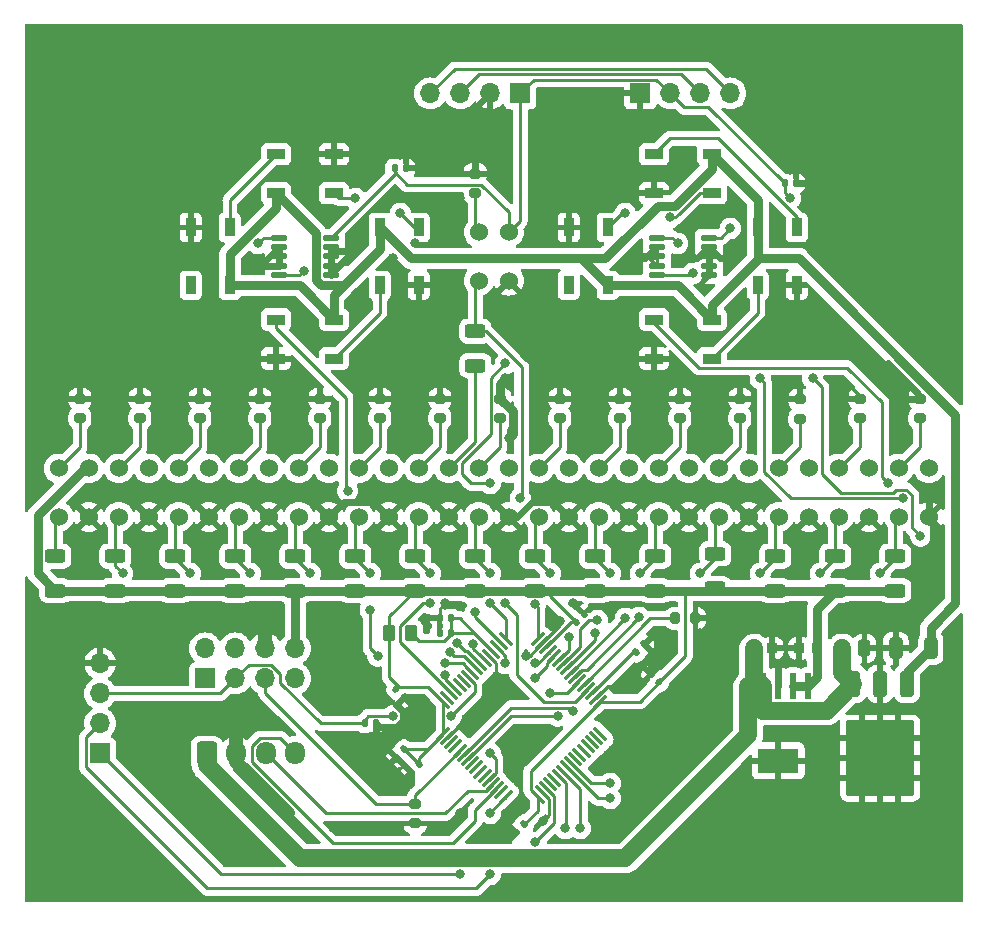
<source format=gbr>
%TF.GenerationSoftware,KiCad,Pcbnew,7.0.9*%
%TF.CreationDate,2024-05-07T12:38:31+09:00*%
%TF.ProjectId,04-line,30342d6c-696e-4652-9e6b-696361645f70,rev?*%
%TF.SameCoordinates,Original*%
%TF.FileFunction,Copper,L2,Bot*%
%TF.FilePolarity,Positive*%
%FSLAX46Y46*%
G04 Gerber Fmt 4.6, Leading zero omitted, Abs format (unit mm)*
G04 Created by KiCad (PCBNEW 7.0.9) date 2024-05-07 12:38:31*
%MOMM*%
%LPD*%
G01*
G04 APERTURE LIST*
G04 Aperture macros list*
%AMRoundRect*
0 Rectangle with rounded corners*
0 $1 Rounding radius*
0 $2 $3 $4 $5 $6 $7 $8 $9 X,Y pos of 4 corners*
0 Add a 4 corners polygon primitive as box body*
4,1,4,$2,$3,$4,$5,$6,$7,$8,$9,$2,$3,0*
0 Add four circle primitives for the rounded corners*
1,1,$1+$1,$2,$3*
1,1,$1+$1,$4,$5*
1,1,$1+$1,$6,$7*
1,1,$1+$1,$8,$9*
0 Add four rect primitives between the rounded corners*
20,1,$1+$1,$2,$3,$4,$5,0*
20,1,$1+$1,$4,$5,$6,$7,0*
20,1,$1+$1,$6,$7,$8,$9,0*
20,1,$1+$1,$8,$9,$2,$3,0*%
G04 Aperture macros list end*
%TA.AperFunction,ComponentPad*%
%ADD10R,1.700000X1.700000*%
%TD*%
%TA.AperFunction,ComponentPad*%
%ADD11O,1.700000X1.700000*%
%TD*%
%TA.AperFunction,ComponentPad*%
%ADD12RoundRect,0.250000X-0.600000X-0.725000X0.600000X-0.725000X0.600000X0.725000X-0.600000X0.725000X0*%
%TD*%
%TA.AperFunction,ComponentPad*%
%ADD13O,1.700000X1.950000*%
%TD*%
%TA.AperFunction,SMDPad,CuDef*%
%ADD14RoundRect,0.140000X-0.140000X-0.170000X0.140000X-0.170000X0.140000X0.170000X-0.140000X0.170000X0*%
%TD*%
%TA.AperFunction,SMDPad,CuDef*%
%ADD15R,0.900000X1.500000*%
%TD*%
%TA.AperFunction,ComponentPad*%
%ADD16C,1.524000*%
%TD*%
%TA.AperFunction,SMDPad,CuDef*%
%ADD17RoundRect,0.200000X-0.200000X-0.275000X0.200000X-0.275000X0.200000X0.275000X-0.200000X0.275000X0*%
%TD*%
%TA.AperFunction,SMDPad,CuDef*%
%ADD18RoundRect,0.200000X0.275000X-0.200000X0.275000X0.200000X-0.275000X0.200000X-0.275000X-0.200000X0*%
%TD*%
%TA.AperFunction,SMDPad,CuDef*%
%ADD19RoundRect,0.125000X0.575000X0.125000X-0.575000X0.125000X-0.575000X-0.125000X0.575000X-0.125000X0*%
%TD*%
%TA.AperFunction,SMDPad,CuDef*%
%ADD20RoundRect,0.250000X0.325000X0.650000X-0.325000X0.650000X-0.325000X-0.650000X0.325000X-0.650000X0*%
%TD*%
%TA.AperFunction,SMDPad,CuDef*%
%ADD21RoundRect,0.250000X0.625000X-0.312500X0.625000X0.312500X-0.625000X0.312500X-0.625000X-0.312500X0*%
%TD*%
%TA.AperFunction,SMDPad,CuDef*%
%ADD22RoundRect,0.250000X-0.250000X-0.475000X0.250000X-0.475000X0.250000X0.475000X-0.250000X0.475000X0*%
%TD*%
%TA.AperFunction,SMDPad,CuDef*%
%ADD23R,1.500000X0.900000*%
%TD*%
%TA.AperFunction,SMDPad,CuDef*%
%ADD24RoundRect,0.250000X-0.262500X-0.450000X0.262500X-0.450000X0.262500X0.450000X-0.262500X0.450000X0*%
%TD*%
%TA.AperFunction,SMDPad,CuDef*%
%ADD25R,0.600000X2.200000*%
%TD*%
%TA.AperFunction,SMDPad,CuDef*%
%ADD26R,3.450000X2.150000*%
%TD*%
%TA.AperFunction,SMDPad,CuDef*%
%ADD27RoundRect,0.140000X0.021213X-0.219203X0.219203X-0.021213X-0.021213X0.219203X-0.219203X0.021213X0*%
%TD*%
%TA.AperFunction,SMDPad,CuDef*%
%ADD28RoundRect,0.140000X0.219203X0.021213X0.021213X0.219203X-0.219203X-0.021213X-0.021213X-0.219203X0*%
%TD*%
%TA.AperFunction,SMDPad,CuDef*%
%ADD29RoundRect,0.140000X-0.021213X0.219203X-0.219203X0.021213X0.021213X-0.219203X0.219203X-0.021213X0*%
%TD*%
%TA.AperFunction,SMDPad,CuDef*%
%ADD30RoundRect,0.075000X-0.548008X0.441942X0.441942X-0.548008X0.548008X-0.441942X-0.441942X0.548008X0*%
%TD*%
%TA.AperFunction,SMDPad,CuDef*%
%ADD31RoundRect,0.075000X-0.548008X-0.441942X-0.441942X-0.548008X0.548008X0.441942X0.441942X0.548008X0*%
%TD*%
%TA.AperFunction,SMDPad,CuDef*%
%ADD32RoundRect,0.225000X0.225000X0.250000X-0.225000X0.250000X-0.225000X-0.250000X0.225000X-0.250000X0*%
%TD*%
%TA.AperFunction,SMDPad,CuDef*%
%ADD33RoundRect,0.250000X-0.350000X0.850000X-0.350000X-0.850000X0.350000X-0.850000X0.350000X0.850000X0*%
%TD*%
%TA.AperFunction,SMDPad,CuDef*%
%ADD34RoundRect,0.250000X-1.125000X1.275000X-1.125000X-1.275000X1.125000X-1.275000X1.125000X1.275000X0*%
%TD*%
%TA.AperFunction,SMDPad,CuDef*%
%ADD35RoundRect,0.249997X-2.650003X2.950003X-2.650003X-2.950003X2.650003X-2.950003X2.650003X2.950003X0*%
%TD*%
%TA.AperFunction,SMDPad,CuDef*%
%ADD36RoundRect,0.140000X0.140000X0.170000X-0.140000X0.170000X-0.140000X-0.170000X0.140000X-0.170000X0*%
%TD*%
%TA.AperFunction,SMDPad,CuDef*%
%ADD37RoundRect,0.140000X-0.219203X-0.021213X-0.021213X-0.219203X0.219203X0.021213X0.021213X0.219203X0*%
%TD*%
%TA.AperFunction,SMDPad,CuDef*%
%ADD38RoundRect,0.225000X-0.225000X-0.250000X0.225000X-0.250000X0.225000X0.250000X-0.225000X0.250000X0*%
%TD*%
%TA.AperFunction,SMDPad,CuDef*%
%ADD39RoundRect,0.200000X-0.275000X0.200000X-0.275000X-0.200000X0.275000X-0.200000X0.275000X0.200000X0*%
%TD*%
%TA.AperFunction,ViaPad*%
%ADD40C,0.800000*%
%TD*%
%TA.AperFunction,Conductor*%
%ADD41C,0.600000*%
%TD*%
%TA.AperFunction,Conductor*%
%ADD42C,0.250000*%
%TD*%
%TA.AperFunction,Conductor*%
%ADD43C,0.800000*%
%TD*%
%TA.AperFunction,Conductor*%
%ADD44C,1.200000*%
%TD*%
%TA.AperFunction,Conductor*%
%ADD45C,1.500000*%
%TD*%
G04 APERTURE END LIST*
D10*
%TO.P,J4,1,Pin_1*%
%TO.N,unconnected-(J4-Pin_1-Pad1)*%
X60960000Y-125730000D03*
D11*
%TO.P,J4,2,Pin_2*%
%TO.N,UART1_RX*%
X60960000Y-123190000D03*
%TO.P,J4,3,Pin_3*%
%TO.N,NRST*%
X63500000Y-125730000D03*
%TO.P,J4,4,Pin_4*%
%TO.N,UART1_TX*%
X63500000Y-123190000D03*
%TO.P,J4,5,Pin_5*%
%TO.N,BOOT0*%
X66040000Y-125730000D03*
%TO.P,J4,6,Pin_6*%
%TO.N,GND*%
X66040000Y-123190000D03*
%TO.P,J4,7,Pin_7*%
%TO.N,unconnected-(J4-Pin_7-Pad7)*%
X68580000Y-125730000D03*
%TO.P,J4,8,Pin_8*%
%TO.N,+3V3*%
X68580000Y-123190000D03*
%TD*%
D10*
%TO.P,J1,1,Pin_1*%
%TO.N,SWCLK*%
X52070000Y-132080000D03*
D11*
%TO.P,J1,2,Pin_2*%
%TO.N,SWDIO*%
X52070000Y-129540000D03*
%TO.P,J1,3,Pin_3*%
%TO.N,NRST*%
X52070000Y-127000000D03*
%TO.P,J1,4,Pin_4*%
%TO.N,GND*%
X52070000Y-124460000D03*
%TD*%
D12*
%TO.P,J3,1,Pin_1*%
%TO.N,VDD*%
X61080000Y-132080000D03*
D13*
%TO.P,J3,2,Pin_2*%
%TO.N,GND*%
X63580000Y-132080000D03*
%TO.P,J3,3,Pin_3*%
%TO.N,UART3_RX*%
X66080000Y-132080000D03*
%TO.P,J3,4,Pin_4*%
%TO.N,UART3_TX*%
X68580000Y-132080000D03*
%TD*%
D10*
%TO.P,J5,1,Pin_1*%
%TO.N,GND*%
X97800000Y-76200000D03*
D11*
%TO.P,J5,2,Pin_2*%
%TO.N,+3V3*%
X100340000Y-76200000D03*
%TO.P,J5,3,Pin_3*%
%TO.N,I2C3_SCL*%
X102880000Y-76200000D03*
%TO.P,J5,4,Pin_4*%
%TO.N,I2C3_SDA*%
X105420000Y-76200000D03*
%TD*%
D14*
%TO.P,C15,1*%
%TO.N,GND*%
X80800000Y-121920000D03*
%TO.P,C15,2*%
%TO.N,Net-(U24-VDDA)*%
X81760000Y-121920000D03*
%TD*%
D15*
%TO.P,D6,1,VDD*%
%TO.N,+5V*%
X75750500Y-87550000D03*
%TO.P,D6,2,DOUT*%
%TO.N,Net-(D6-DOUT)*%
X79050500Y-87550000D03*
%TO.P,D6,3,VSS*%
%TO.N,GND*%
X79050500Y-92450000D03*
%TO.P,D6,4,DIN*%
%TO.N,Net-(D5-DOUT)*%
X75750500Y-92450000D03*
%TD*%
D16*
%TO.P,U2,1,Anode*%
%TO.N,+3V3*%
X81590500Y-107950000D03*
%TO.P,U2,2,Cathode*%
%TO.N,Net-(U2-Cathode)*%
X79050500Y-107950000D03*
%TO.P,U2,3,Emitter*%
%TO.N,GND*%
X81590500Y-112050000D03*
%TO.P,U2,4,Collector*%
%TO.N,photo_L_1*%
X79050500Y-112050000D03*
%TD*%
D17*
%TO.P,R26,1*%
%TO.N,Net-(U24-PB2)*%
X100775000Y-120650000D03*
%TO.P,R26,2*%
%TO.N,GND*%
X102425000Y-120650000D03*
%TD*%
D16*
%TO.P,U15,1,Anode*%
%TO.N,+3V3*%
X106990500Y-107950000D03*
%TO.P,U15,2,Cathode*%
%TO.N,Net-(U15-Cathode)*%
X104450500Y-107950000D03*
%TO.P,U15,3,Emitter*%
%TO.N,GND*%
X106990500Y-112050000D03*
%TO.P,U15,4,Collector*%
%TO.N,photo_R_4*%
X104450500Y-112050000D03*
%TD*%
D14*
%TO.P,C16,1*%
%TO.N,GND*%
X80800000Y-120650000D03*
%TO.P,C16,2*%
%TO.N,Net-(U24-VDDA)*%
X81760000Y-120650000D03*
%TD*%
D16*
%TO.P,U14,1,Anode*%
%TO.N,+3V3*%
X101910500Y-107950000D03*
%TO.P,U14,2,Cathode*%
%TO.N,Net-(U14-Cathode)*%
X99370500Y-107950000D03*
%TO.P,U14,3,Emitter*%
%TO.N,GND*%
X101910500Y-112050000D03*
%TO.P,U14,4,Collector*%
%TO.N,photo_R_3*%
X99370500Y-112050000D03*
%TD*%
D18*
%TO.P,R9,1*%
%TO.N,Net-(U10-Cathode)*%
X83820000Y-84645000D03*
%TO.P,R9,2*%
%TO.N,GND*%
X83820000Y-82995000D03*
%TD*%
D19*
%TO.P,U25,1,VDD*%
%TO.N,+3V3*%
X71600500Y-88400000D03*
%TO.P,U25,2*%
%TO.N,N/C*%
X71600500Y-89200000D03*
%TO.P,U25,3*%
X71600500Y-90000000D03*
%TO.P,U25,4*%
X71600500Y-90800000D03*
%TO.P,U25,5,GND*%
%TO.N,GND*%
X71600500Y-91600000D03*
%TO.P,U25,6,SCL*%
%TO.N,I2C2_SCL*%
X67200500Y-91600000D03*
%TO.P,U25,7*%
%TO.N,N/C*%
X67200500Y-90800000D03*
%TO.P,U25,8*%
X67200500Y-90000000D03*
%TO.P,U25,9*%
X67200500Y-89200000D03*
%TO.P,U25,10,SDA*%
%TO.N,I2C2_SDA*%
X67200500Y-88400000D03*
%TD*%
D16*
%TO.P,U7,1,Anode*%
%TO.N,+3V3*%
X56190500Y-107950000D03*
%TO.P,U7,2,Cathode*%
%TO.N,Net-(U7-Cathode)*%
X53650500Y-107950000D03*
%TO.P,U7,3,Emitter*%
%TO.N,GND*%
X56190500Y-112050000D03*
%TO.P,U7,4,Collector*%
%TO.N,photo_L_6*%
X53650500Y-112050000D03*
%TD*%
D20*
%TO.P,C10,1*%
%TO.N,+5V*%
X122380000Y-123190000D03*
%TO.P,C10,2*%
%TO.N,GND*%
X119430000Y-123190000D03*
%TD*%
D21*
%TO.P,R14,1*%
%TO.N,+3V3*%
X58420000Y-118302500D03*
%TO.P,R14,2*%
%TO.N,photo_L_5*%
X58420000Y-115377500D03*
%TD*%
D14*
%TO.P,C6,1*%
%TO.N,+3V3*%
X110010000Y-83820000D03*
%TO.P,C6,2*%
%TO.N,GND*%
X110970000Y-83820000D03*
%TD*%
D10*
%TO.P,J2,1,Pin_1*%
%TO.N,+3V3*%
X87630000Y-76200000D03*
D11*
%TO.P,J2,2,Pin_2*%
%TO.N,GND*%
X85090000Y-76200000D03*
%TO.P,J2,3,Pin_3*%
%TO.N,I2C3_SCL*%
X82550000Y-76200000D03*
%TO.P,J2,4,Pin_4*%
%TO.N,I2C3_SDA*%
X80010000Y-76200000D03*
%TD*%
D21*
%TO.P,R30,1*%
%TO.N,+3V3*%
X99060000Y-118302500D03*
%TO.P,R30,2*%
%TO.N,photo_R_3*%
X99060000Y-115377500D03*
%TD*%
D18*
%TO.P,R25,1*%
%TO.N,Net-(U18-Cathode)*%
X121475000Y-103695000D03*
%TO.P,R25,2*%
%TO.N,GND*%
X121475000Y-102045000D03*
%TD*%
D16*
%TO.P,U4,1,Anode*%
%TO.N,+3V3*%
X71430500Y-107950000D03*
%TO.P,U4,2,Cathode*%
%TO.N,Net-(U4-Cathode)*%
X68890500Y-107950000D03*
%TO.P,U4,3,Emitter*%
%TO.N,GND*%
X71430500Y-112050000D03*
%TO.P,U4,4,Collector*%
%TO.N,photo_L_3*%
X68890500Y-112050000D03*
%TD*%
D18*
%TO.P,R4,1*%
%TO.N,Net-(U5-Cathode)*%
X65595000Y-103695000D03*
%TO.P,R4,2*%
%TO.N,GND*%
X65595000Y-102045000D03*
%TD*%
D21*
%TO.P,R10,1*%
%TO.N,+3V3*%
X78740000Y-118302500D03*
%TO.P,R10,2*%
%TO.N,photo_L_1*%
X78740000Y-115377500D03*
%TD*%
%TO.P,R34,1*%
%TO.N,+3V3*%
X119380000Y-118302500D03*
%TO.P,R34,2*%
%TO.N,photo_R_7*%
X119380000Y-115377500D03*
%TD*%
D18*
%TO.P,R24,1*%
%TO.N,Net-(U17-Cathode)*%
X116395000Y-103695000D03*
%TO.P,R24,2*%
%TO.N,GND*%
X116395000Y-102045000D03*
%TD*%
D21*
%TO.P,R12,1*%
%TO.N,+3V3*%
X68580000Y-118302500D03*
%TO.P,R12,2*%
%TO.N,photo_L_3*%
X68580000Y-115377500D03*
%TD*%
D18*
%TO.P,R7,1*%
%TO.N,Net-(U8-Cathode)*%
X50355000Y-103695000D03*
%TO.P,R7,2*%
%TO.N,GND*%
X50355000Y-102045000D03*
%TD*%
%TO.P,R21,1*%
%TO.N,Net-(U14-Cathode)*%
X101155000Y-103695000D03*
%TO.P,R21,2*%
%TO.N,GND*%
X101155000Y-102045000D03*
%TD*%
D21*
%TO.P,R33,1*%
%TO.N,+3V3*%
X114300000Y-118302500D03*
%TO.P,R33,2*%
%TO.N,photo_R_6*%
X114300000Y-115377500D03*
%TD*%
%TO.P,R17,1*%
%TO.N,+3V3*%
X83820000Y-118302500D03*
%TO.P,R17,2*%
%TO.N,photo_center*%
X83820000Y-115377500D03*
%TD*%
D18*
%TO.P,R23,1*%
%TO.N,Net-(U16-Cathode)*%
X111315000Y-103755000D03*
%TO.P,R23,2*%
%TO.N,GND*%
X111315000Y-102105000D03*
%TD*%
D21*
%TO.P,R11,1*%
%TO.N,+3V3*%
X73660000Y-118302500D03*
%TO.P,R11,2*%
%TO.N,photo_L_2*%
X73660000Y-115377500D03*
%TD*%
%TO.P,R18,1*%
%TO.N,+3V3*%
X83820000Y-99252500D03*
%TO.P,R18,2*%
%TO.N,photo_front*%
X83820000Y-96327500D03*
%TD*%
%TO.P,R16,1*%
%TO.N,+3V3*%
X48260000Y-118302500D03*
%TO.P,R16,2*%
%TO.N,photo_L_7*%
X48260000Y-115377500D03*
%TD*%
%TO.P,R32,1*%
%TO.N,+3V3*%
X109220000Y-118302500D03*
%TO.P,R32,2*%
%TO.N,photo_R_5*%
X109220000Y-115377500D03*
%TD*%
D18*
%TO.P,R3,1*%
%TO.N,Net-(U4-Cathode)*%
X70675000Y-103695000D03*
%TO.P,R3,2*%
%TO.N,GND*%
X70675000Y-102045000D03*
%TD*%
D22*
%TO.P,C9,1*%
%TO.N,VDD*%
X114875000Y-123190000D03*
%TO.P,C9,2*%
%TO.N,GND*%
X116775000Y-123190000D03*
%TD*%
D16*
%TO.P,U5,1,Anode*%
%TO.N,+3V3*%
X66350500Y-107950000D03*
%TO.P,U5,2,Cathode*%
%TO.N,Net-(U5-Cathode)*%
X63810500Y-107950000D03*
%TO.P,U5,3,Emitter*%
%TO.N,GND*%
X66350500Y-112050000D03*
%TO.P,U5,4,Collector*%
%TO.N,photo_L_4*%
X63810500Y-112050000D03*
%TD*%
D23*
%TO.P,D5,1,VDD*%
%TO.N,+5V*%
X71850500Y-95350000D03*
%TO.P,D5,2,DOUT*%
%TO.N,Net-(D5-DOUT)*%
X71850500Y-98650000D03*
%TO.P,D5,3,VSS*%
%TO.N,GND*%
X66950500Y-98650000D03*
%TO.P,D5,4,DIN*%
%TO.N,LED_R*%
X66950500Y-95350000D03*
%TD*%
D24*
%TO.P,FB1,1*%
%TO.N,+3V3*%
X76557500Y-121920000D03*
%TO.P,FB1,2*%
%TO.N,Net-(U24-VDDA)*%
X78382500Y-121920000D03*
%TD*%
D23*
%TO.P,D3,1,VDD*%
%TO.N,+5V*%
X103850500Y-81350000D03*
%TO.P,D3,2,DOUT*%
%TO.N,Net-(D3-DOUT)*%
X103850500Y-84650000D03*
%TO.P,D3,3,VSS*%
%TO.N,GND*%
X98950500Y-84650000D03*
%TO.P,D3,4,DIN*%
%TO.N,Net-(D2-DOUT)*%
X98950500Y-81350000D03*
%TD*%
D15*
%TO.P,D8,1,VDD*%
%TO.N,+5V*%
X63050500Y-92450000D03*
%TO.P,D8,2,DOUT*%
%TO.N,unconnected-(D8-DOUT-Pad2)*%
X59750500Y-92450000D03*
%TO.P,D8,3,VSS*%
%TO.N,GND*%
X59750500Y-87550000D03*
%TO.P,D8,4,DIN*%
%TO.N,Net-(D7-DOUT)*%
X63050500Y-87550000D03*
%TD*%
D25*
%TO.P,U27,1,SHDN*%
%TO.N,VDD*%
X106935000Y-126402500D03*
%TO.P,U27,2,IN*%
X108205000Y-126402500D03*
%TO.P,U27,3,GND*%
%TO.N,GND*%
X109475000Y-126402500D03*
%TO.P,U27,4,OUT*%
%TO.N,+3V3*%
X110745000Y-126402500D03*
%TO.P,U27,5,SENSE*%
X112015000Y-126402500D03*
D26*
%TO.P,U27,6,GND*%
%TO.N,GND*%
X109475000Y-132702500D03*
%TD*%
D27*
%TO.P,C4,1*%
%TO.N,GND*%
X77130589Y-132419411D03*
%TO.P,C4,2*%
%TO.N,+3V3*%
X77809411Y-131740589D03*
%TD*%
D28*
%TO.P,C5,1*%
%TO.N,GND*%
X77809411Y-127339411D03*
%TO.P,C5,2*%
%TO.N,+3V3*%
X77130589Y-126660589D03*
%TD*%
D29*
%TO.P,C12,1*%
%TO.N,GND*%
X93049411Y-120310589D03*
%TO.P,C12,2*%
%TO.N,+3V3*%
X92370589Y-120989411D03*
%TD*%
D21*
%TO.P,R31,1*%
%TO.N,+3V3*%
X104140000Y-118110000D03*
%TO.P,R31,2*%
%TO.N,photo_R_4*%
X104140000Y-115185000D03*
%TD*%
%TO.P,R28,1*%
%TO.N,+3V3*%
X88900000Y-118302500D03*
%TO.P,R28,2*%
%TO.N,photo_R_1*%
X88900000Y-115377500D03*
%TD*%
D16*
%TO.P,U16,1,Anode*%
%TO.N,+3V3*%
X112070500Y-107950000D03*
%TO.P,U16,2,Cathode*%
%TO.N,Net-(U16-Cathode)*%
X109530500Y-107950000D03*
%TO.P,U16,3,Emitter*%
%TO.N,GND*%
X112070500Y-112050000D03*
%TO.P,U16,4,Collector*%
%TO.N,photo_R_5*%
X109530500Y-112050000D03*
%TD*%
D18*
%TO.P,R22,1*%
%TO.N,Net-(U15-Cathode)*%
X106235000Y-103695000D03*
%TO.P,R22,2*%
%TO.N,GND*%
X106235000Y-102045000D03*
%TD*%
D30*
%TO.P,U24,1,VBAT*%
%TO.N,+3V3*%
X81083678Y-127707106D03*
%TO.P,U24,2,PC13*%
%TO.N,unconnected-(U24-PC13-Pad2)*%
X81437231Y-127353553D03*
%TO.P,U24,3,PC14*%
%TO.N,LED_R*%
X81790784Y-127000000D03*
%TO.P,U24,4,PC15*%
%TO.N,LED_L*%
X82144338Y-126646446D03*
%TO.P,U24,5,PH0*%
%TO.N,unconnected-(U24-PH0-Pad5)*%
X82497891Y-126292893D03*
%TO.P,U24,6,PH1*%
%TO.N,unconnected-(U24-PH1-Pad6)*%
X82851445Y-125939339D03*
%TO.P,U24,7,NRST*%
%TO.N,NRST*%
X83204998Y-125585786D03*
%TO.P,U24,8,PC0*%
%TO.N,photo_L_7*%
X83558551Y-125232233D03*
%TO.P,U24,9,PC1*%
%TO.N,photo_L_6*%
X83912105Y-124878679D03*
%TO.P,U24,10,PC2*%
%TO.N,photo_L_5*%
X84265658Y-124525126D03*
%TO.P,U24,11,PC3*%
%TO.N,photo_L_4*%
X84619211Y-124171573D03*
%TO.P,U24,12,VSSA*%
%TO.N,GND*%
X84972765Y-123818019D03*
%TO.P,U24,13,VDDA*%
%TO.N,Net-(U24-VDDA)*%
X85326318Y-123464466D03*
%TO.P,U24,14,PA0*%
%TO.N,photo_L_3*%
X85679872Y-123110912D03*
%TO.P,U24,15,PA1*%
%TO.N,photo_L_2*%
X86033425Y-122757359D03*
%TO.P,U24,16,PA2*%
%TO.N,photo_L_1*%
X86386978Y-122403806D03*
D31*
%TO.P,U24,17,PA3*%
%TO.N,photo_front*%
X89109340Y-122403806D03*
%TO.P,U24,18,VSS*%
%TO.N,GND*%
X89462893Y-122757359D03*
%TO.P,U24,19,VDD*%
%TO.N,+3V3*%
X89816446Y-123110912D03*
%TO.P,U24,20,PA4*%
%TO.N,photo_center*%
X90170000Y-123464466D03*
%TO.P,U24,21,PA5*%
%TO.N,photo_R_1*%
X90523553Y-123818019D03*
%TO.P,U24,22,PA6*%
%TO.N,photo_R_2*%
X90877107Y-124171573D03*
%TO.P,U24,23,PA7*%
%TO.N,photo_R_3*%
X91230660Y-124525126D03*
%TO.P,U24,24,PC4*%
%TO.N,photo_R_4*%
X91584213Y-124878679D03*
%TO.P,U24,25,PC5*%
%TO.N,photo_R_5*%
X91937767Y-125232233D03*
%TO.P,U24,26,PB0*%
%TO.N,photo_R_6*%
X92291320Y-125585786D03*
%TO.P,U24,27,PB1*%
%TO.N,photo_R_7*%
X92644873Y-125939339D03*
%TO.P,U24,28,PB2*%
%TO.N,Net-(U24-PB2)*%
X92998427Y-126292893D03*
%TO.P,U24,29,PB10*%
%TO.N,I2C2_SCL*%
X93351980Y-126646446D03*
%TO.P,U24,30,VCAP_1*%
%TO.N,Net-(U24-VCAP_1)*%
X93705534Y-127000000D03*
%TO.P,U24,31,VSS*%
%TO.N,GND*%
X94059087Y-127353553D03*
%TO.P,U24,32,VDD*%
%TO.N,+3V3*%
X94412640Y-127707106D03*
D30*
%TO.P,U24,33,PB12*%
%TO.N,unconnected-(U24-PB12-Pad33)*%
X94412640Y-130429468D03*
%TO.P,U24,34,PB13*%
%TO.N,unconnected-(U24-PB13-Pad34)*%
X94059087Y-130783021D03*
%TO.P,U24,35,PB14*%
%TO.N,unconnected-(U24-PB14-Pad35)*%
X93705534Y-131136574D03*
%TO.P,U24,36,PB15*%
%TO.N,unconnected-(U24-PB15-Pad36)*%
X93351980Y-131490128D03*
%TO.P,U24,37,PC6*%
%TO.N,unconnected-(U24-PC6-Pad37)*%
X92998427Y-131843681D03*
%TO.P,U24,38,PC7*%
%TO.N,unconnected-(U24-PC7-Pad38)*%
X92644873Y-132197235D03*
%TO.P,U24,39,PC8*%
%TO.N,unconnected-(U24-PC8-Pad39)*%
X92291320Y-132550788D03*
%TO.P,U24,40,PC9*%
%TO.N,I2C3_SDA*%
X91937767Y-132904341D03*
%TO.P,U24,41,PA8*%
%TO.N,I2C3_SCL*%
X91584213Y-133257895D03*
%TO.P,U24,42,PA9*%
%TO.N,UART1_TX*%
X91230660Y-133611448D03*
%TO.P,U24,43,PA10*%
%TO.N,UART1_RX*%
X90877107Y-133965001D03*
%TO.P,U24,44,PA11*%
%TO.N,unconnected-(U24-PA11-Pad44)*%
X90523553Y-134318555D03*
%TO.P,U24,45,PA12*%
%TO.N,unconnected-(U24-PA12-Pad45)*%
X90170000Y-134672108D03*
%TO.P,U24,46,PA13*%
%TO.N,SWDIO*%
X89816446Y-135025662D03*
%TO.P,U24,47,VSS*%
%TO.N,GND*%
X89462893Y-135379215D03*
%TO.P,U24,48,VDD*%
%TO.N,+3V3*%
X89109340Y-135732768D03*
D31*
%TO.P,U24,49,PA14*%
%TO.N,SWCLK*%
X86386978Y-135732768D03*
%TO.P,U24,50,PA15*%
%TO.N,unconnected-(U24-PA15-Pad50)*%
X86033425Y-135379215D03*
%TO.P,U24,51,PC10*%
%TO.N,UART3_TX*%
X85679872Y-135025662D03*
%TO.P,U24,52,PC11*%
%TO.N,UART3_RX*%
X85326318Y-134672108D03*
%TO.P,U24,53,PC12*%
%TO.N,I2C2_SDA*%
X84972765Y-134318555D03*
%TO.P,U24,54,PD2*%
%TO.N,unconnected-(U24-PD2-Pad54)*%
X84619211Y-133965001D03*
%TO.P,U24,55,PB3*%
%TO.N,unconnected-(U24-PB3-Pad55)*%
X84265658Y-133611448D03*
%TO.P,U24,56,PB4*%
%TO.N,unconnected-(U24-PB4-Pad56)*%
X83912105Y-133257895D03*
%TO.P,U24,57,PB5*%
%TO.N,unconnected-(U24-PB5-Pad57)*%
X83558551Y-132904341D03*
%TO.P,U24,58,PB6*%
%TO.N,I2C1_SCL*%
X83204998Y-132550788D03*
%TO.P,U24,59,PB7*%
%TO.N,I2C1_SDA*%
X82851445Y-132197235D03*
%TO.P,U24,60,BOOT0*%
%TO.N,BOOT0*%
X82497891Y-131843681D03*
%TO.P,U24,61,PB8*%
%TO.N,unconnected-(U24-PB8-Pad61)*%
X82144338Y-131490128D03*
%TO.P,U24,62,PB9*%
%TO.N,unconnected-(U24-PB9-Pad62)*%
X81790784Y-131136574D03*
%TO.P,U24,63,VSS*%
%TO.N,GND*%
X81437231Y-130783021D03*
%TO.P,U24,64,VDD*%
%TO.N,+3V3*%
X81083678Y-130429468D03*
%TD*%
D32*
%TO.P,C8,1*%
%TO.N,+3V3*%
X112790000Y-123190000D03*
%TO.P,C8,2*%
%TO.N,GND*%
X111240000Y-123190000D03*
%TD*%
D16*
%TO.P,U17,1,Anode*%
%TO.N,+3V3*%
X117150500Y-107950000D03*
%TO.P,U17,2,Cathode*%
%TO.N,Net-(U17-Cathode)*%
X114610500Y-107950000D03*
%TO.P,U17,3,Emitter*%
%TO.N,GND*%
X117150500Y-112050000D03*
%TO.P,U17,4,Collector*%
%TO.N,photo_R_6*%
X114610500Y-112050000D03*
%TD*%
D15*
%TO.P,D4,1,VDD*%
%TO.N,+5V*%
X95050500Y-92450000D03*
%TO.P,D4,2,DOUT*%
%TO.N,unconnected-(D4-DOUT-Pad2)*%
X91750500Y-92450000D03*
%TO.P,D4,3,VSS*%
%TO.N,GND*%
X91750500Y-87550000D03*
%TO.P,D4,4,DIN*%
%TO.N,Net-(D3-DOUT)*%
X95050500Y-87550000D03*
%TD*%
D29*
%TO.P,C14,1*%
%TO.N,+3V3*%
X79079411Y-133010589D03*
%TO.P,C14,2*%
%TO.N,GND*%
X78400589Y-133689411D03*
%TD*%
D16*
%TO.P,U8,1,Anode*%
%TO.N,+3V3*%
X51110500Y-107950000D03*
%TO.P,U8,2,Cathode*%
%TO.N,Net-(U8-Cathode)*%
X48570500Y-107950000D03*
%TO.P,U8,3,Emitter*%
%TO.N,GND*%
X51110500Y-112050000D03*
%TO.P,U8,4,Collector*%
%TO.N,photo_L_7*%
X48570500Y-112050000D03*
%TD*%
D18*
%TO.P,R8,1*%
%TO.N,Net-(U9-Cathode)*%
X85915000Y-103695000D03*
%TO.P,R8,2*%
%TO.N,GND*%
X85915000Y-102045000D03*
%TD*%
D27*
%TO.P,C2,1*%
%TO.N,Net-(U24-VCAP_1)*%
X97450589Y-123529411D03*
%TO.P,C2,2*%
%TO.N,GND*%
X98129411Y-122850589D03*
%TD*%
D21*
%TO.P,R29,1*%
%TO.N,+3V3*%
X93980000Y-118302500D03*
%TO.P,R29,2*%
%TO.N,photo_R_2*%
X93980000Y-115377500D03*
%TD*%
D18*
%TO.P,R20,1*%
%TO.N,Net-(U13-Cathode)*%
X96075000Y-103695000D03*
%TO.P,R20,2*%
%TO.N,GND*%
X96075000Y-102045000D03*
%TD*%
D16*
%TO.P,U12,1,Anode*%
%TO.N,+3V3*%
X91750500Y-107950000D03*
%TO.P,U12,2,Cathode*%
%TO.N,Net-(U12-Cathode)*%
X89210500Y-107950000D03*
%TO.P,U12,3,Emitter*%
%TO.N,GND*%
X91750500Y-112050000D03*
%TO.P,U12,4,Collector*%
%TO.N,photo_R_1*%
X89210500Y-112050000D03*
%TD*%
D14*
%TO.P,C3,1*%
%TO.N,+3V3*%
X76990000Y-82550000D03*
%TO.P,C3,2*%
%TO.N,GND*%
X77950000Y-82550000D03*
%TD*%
D18*
%TO.P,R5,1*%
%TO.N,Net-(U6-Cathode)*%
X60515000Y-103695000D03*
%TO.P,R5,2*%
%TO.N,GND*%
X60515000Y-102045000D03*
%TD*%
D33*
%TO.P,U28,1,IN*%
%TO.N,VDD*%
X115830000Y-126185000D03*
%TO.P,U28,2,GND*%
%TO.N,GND*%
X118110000Y-126185000D03*
D34*
X119635000Y-130810000D03*
X116585000Y-130810000D03*
D35*
X118110000Y-132485000D03*
D34*
X119635000Y-134160000D03*
X116585000Y-134160000D03*
D33*
%TO.P,U28,3,OUT*%
%TO.N,+5V*%
X120390000Y-126185000D03*
%TD*%
D36*
%TO.P,C1,1*%
%TO.N,GND*%
X75410000Y-129540000D03*
%TO.P,C1,2*%
%TO.N,NRST*%
X74450000Y-129540000D03*
%TD*%
D18*
%TO.P,R19,1*%
%TO.N,Net-(U12-Cathode)*%
X90995000Y-103695000D03*
%TO.P,R19,2*%
%TO.N,GND*%
X90995000Y-102045000D03*
%TD*%
D27*
%TO.P,C13,1*%
%TO.N,GND*%
X87290589Y-138769411D03*
%TO.P,C13,2*%
%TO.N,+3V3*%
X87969411Y-138090589D03*
%TD*%
D18*
%TO.P,R1,1*%
%TO.N,Net-(U2-Cathode)*%
X80835000Y-103695000D03*
%TO.P,R1,2*%
%TO.N,GND*%
X80835000Y-102045000D03*
%TD*%
D21*
%TO.P,R13,1*%
%TO.N,+3V3*%
X63500000Y-118302500D03*
%TO.P,R13,2*%
%TO.N,photo_L_4*%
X63500000Y-115377500D03*
%TD*%
D16*
%TO.P,U3,1,Anode*%
%TO.N,+3V3*%
X76510500Y-107950000D03*
%TO.P,U3,2,Cathode*%
%TO.N,Net-(U3-Cathode)*%
X73970500Y-107950000D03*
%TO.P,U3,3,Emitter*%
%TO.N,GND*%
X76510500Y-112050000D03*
%TO.P,U3,4,Collector*%
%TO.N,photo_L_2*%
X73970500Y-112050000D03*
%TD*%
D19*
%TO.P,U26,1,VDD*%
%TO.N,+3V3*%
X103600500Y-88400000D03*
%TO.P,U26,2*%
%TO.N,N/C*%
X103600500Y-89200000D03*
%TO.P,U26,3*%
X103600500Y-90000000D03*
%TO.P,U26,4*%
X103600500Y-90800000D03*
%TO.P,U26,5,GND*%
%TO.N,GND*%
X103600500Y-91600000D03*
%TO.P,U26,6,SCL*%
%TO.N,I2C1_SCL*%
X99200500Y-91600000D03*
%TO.P,U26,7*%
%TO.N,N/C*%
X99200500Y-90800000D03*
%TO.P,U26,8*%
X99200500Y-90000000D03*
%TO.P,U26,9*%
X99200500Y-89200000D03*
%TO.P,U26,10,SDA*%
%TO.N,I2C1_SDA*%
X99200500Y-88400000D03*
%TD*%
D16*
%TO.P,U9,1,Anode*%
%TO.N,+3V3*%
X86670500Y-107950000D03*
%TO.P,U9,2,Cathode*%
%TO.N,Net-(U9-Cathode)*%
X84130500Y-107950000D03*
%TO.P,U9,3,Emitter*%
%TO.N,GND*%
X86670500Y-112050000D03*
%TO.P,U9,4,Collector*%
%TO.N,photo_center*%
X84130500Y-112050000D03*
%TD*%
%TO.P,U18,1,Anode*%
%TO.N,+3V3*%
X122230500Y-107950000D03*
%TO.P,U18,2,Cathode*%
%TO.N,Net-(U18-Cathode)*%
X119690500Y-107950000D03*
%TO.P,U18,3,Emitter*%
%TO.N,GND*%
X122230500Y-112050000D03*
%TO.P,U18,4,Collector*%
%TO.N,photo_R_7*%
X119690500Y-112050000D03*
%TD*%
D15*
%TO.P,D2,1,VDD*%
%TO.N,+5V*%
X107750500Y-87550000D03*
%TO.P,D2,2,DOUT*%
%TO.N,Net-(D2-DOUT)*%
X111050500Y-87550000D03*
%TO.P,D2,3,VSS*%
%TO.N,GND*%
X111050500Y-92450000D03*
%TO.P,D2,4,DIN*%
%TO.N,Net-(D1-DOUT)*%
X107750500Y-92450000D03*
%TD*%
D16*
%TO.P,U6,1,Anode*%
%TO.N,+3V3*%
X61270500Y-107950000D03*
%TO.P,U6,2,Cathode*%
%TO.N,Net-(U6-Cathode)*%
X58730500Y-107950000D03*
%TO.P,U6,3,Emitter*%
%TO.N,GND*%
X61270500Y-112050000D03*
%TO.P,U6,4,Collector*%
%TO.N,photo_L_5*%
X58730500Y-112050000D03*
%TD*%
D37*
%TO.P,C11,1*%
%TO.N,GND*%
X98720589Y-125390589D03*
%TO.P,C11,2*%
%TO.N,+3V3*%
X99399411Y-126069411D03*
%TD*%
D16*
%TO.P,U10,1,Anode*%
%TO.N,+3V3*%
X86670500Y-87950000D03*
%TO.P,U10,2,Cathode*%
%TO.N,Net-(U10-Cathode)*%
X84130500Y-87950000D03*
%TO.P,U10,3,Emitter*%
%TO.N,GND*%
X86670500Y-92050000D03*
%TO.P,U10,4,Collector*%
%TO.N,photo_front*%
X84130500Y-92050000D03*
%TD*%
D23*
%TO.P,D7,1,VDD*%
%TO.N,+5V*%
X66950500Y-84650000D03*
%TO.P,D7,2,DOUT*%
%TO.N,Net-(D7-DOUT)*%
X66950500Y-81350000D03*
%TO.P,D7,3,VSS*%
%TO.N,GND*%
X71850500Y-81350000D03*
%TO.P,D7,4,DIN*%
%TO.N,Net-(D6-DOUT)*%
X71850500Y-84650000D03*
%TD*%
D38*
%TO.P,C7,1*%
%TO.N,VDD*%
X107430000Y-123190000D03*
%TO.P,C7,2*%
%TO.N,GND*%
X108980000Y-123190000D03*
%TD*%
D39*
%TO.P,R37,1*%
%TO.N,BOOT0*%
X78740000Y-136335000D03*
%TO.P,R37,2*%
%TO.N,GND*%
X78740000Y-137985000D03*
%TD*%
D18*
%TO.P,R6,1*%
%TO.N,Net-(U7-Cathode)*%
X55435000Y-103695000D03*
%TO.P,R6,2*%
%TO.N,GND*%
X55435000Y-102045000D03*
%TD*%
D23*
%TO.P,D1,1,VDD*%
%TO.N,+5V*%
X103850500Y-95350000D03*
%TO.P,D1,2,DOUT*%
%TO.N,Net-(D1-DOUT)*%
X103850500Y-98650000D03*
%TO.P,D1,3,VSS*%
%TO.N,GND*%
X98950500Y-98650000D03*
%TO.P,D1,4,DIN*%
%TO.N,LED_L*%
X98950500Y-95350000D03*
%TD*%
D21*
%TO.P,R15,1*%
%TO.N,+3V3*%
X53340000Y-118302500D03*
%TO.P,R15,2*%
%TO.N,photo_L_6*%
X53340000Y-115377500D03*
%TD*%
D16*
%TO.P,U13,1,Anode*%
%TO.N,+3V3*%
X96830500Y-107950000D03*
%TO.P,U13,2,Cathode*%
%TO.N,Net-(U13-Cathode)*%
X94290500Y-107950000D03*
%TO.P,U13,3,Emitter*%
%TO.N,GND*%
X96830500Y-112050000D03*
%TO.P,U13,4,Collector*%
%TO.N,photo_R_2*%
X94290500Y-112050000D03*
%TD*%
D18*
%TO.P,R2,1*%
%TO.N,Net-(U3-Cathode)*%
X75755000Y-103695000D03*
%TO.P,R2,2*%
%TO.N,GND*%
X75755000Y-102045000D03*
%TD*%
D40*
%TO.N,GND*%
X109855000Y-104775000D03*
X89535000Y-104775000D03*
X89535000Y-92075000D03*
X86360000Y-126365000D03*
X75565000Y-127635000D03*
X66040000Y-114935000D03*
X86639500Y-105410000D03*
X81915000Y-88265000D03*
X104140000Y-104775000D03*
X107950000Y-76835000D03*
X118745000Y-120650000D03*
X96520000Y-114935000D03*
X71120000Y-114935000D03*
X78740000Y-88900000D03*
X60960000Y-84455000D03*
X71755000Y-130810000D03*
X52705000Y-104775000D03*
X106680000Y-114935000D03*
X89535000Y-137795000D03*
X111125000Y-124460000D03*
X81915000Y-92075000D03*
X99695000Y-122555000D03*
X103505000Y-137795000D03*
X97155000Y-90170000D03*
X85090000Y-94615000D03*
X92075000Y-119380000D03*
X67945000Y-104775000D03*
X89535000Y-88900000D03*
X70485000Y-123825000D03*
X78105000Y-104775000D03*
X109855000Y-100965000D03*
X83185000Y-129540000D03*
X82550000Y-137160000D03*
X86360000Y-100330000D03*
X57785000Y-104775000D03*
X71755000Y-138430000D03*
X79375000Y-130175000D03*
X119380000Y-104775000D03*
X105410000Y-124460000D03*
X99060000Y-104775000D03*
X76835000Y-135255000D03*
X111760000Y-114935000D03*
X122555000Y-116205000D03*
X81280000Y-114935000D03*
X105410000Y-90170000D03*
X73025000Y-89535000D03*
X109220000Y-92075000D03*
X82550000Y-85090000D03*
X91440000Y-114935000D03*
X102870000Y-121920000D03*
X91036229Y-120866531D03*
X62865000Y-104775000D03*
X74295000Y-87630000D03*
X85725000Y-139065000D03*
X86360000Y-83820000D03*
X60960000Y-114935000D03*
X107315000Y-97790000D03*
X82550000Y-104775000D03*
X121920000Y-110490000D03*
X71120000Y-86360000D03*
X88148344Y-123801199D03*
X64770000Y-140970000D03*
X102235000Y-90170000D03*
X121285000Y-97790000D03*
X74295000Y-104775000D03*
X116840000Y-114935000D03*
X81280000Y-119380000D03*
X114300000Y-100965000D03*
X76835000Y-90170000D03*
X95885000Y-126365000D03*
X65405000Y-90805000D03*
X93345000Y-104775000D03*
X55880000Y-114935000D03*
X109220000Y-124460000D03*
X101600000Y-114935000D03*
X114935000Y-105410000D03*
X95250000Y-132715000D03*
%TO.N,photo_L_1*%
X85090000Y-119380000D03*
X80010000Y-116840000D03*
%TO.N,photo_L_2*%
X74930000Y-116840000D03*
X83820000Y-120104500D03*
%TO.N,photo_L_3*%
X86360000Y-124460000D03*
X69850000Y-116840000D03*
%TO.N,photo_L_4*%
X64770000Y-116840000D03*
X83650877Y-122813623D03*
%TO.N,photo_L_5*%
X59690000Y-116840000D03*
X82292154Y-122717360D03*
%TO.N,photo_L_6*%
X81668736Y-123498612D03*
X53975000Y-116840000D03*
%TO.N,photo_L_7*%
X74930000Y-119925500D03*
X81280000Y-124460000D03*
X75565000Y-123825000D03*
%TO.N,photo_R_1*%
X90170000Y-116840000D03*
X88900000Y-125730000D03*
%TO.N,photo_R_2*%
X91735978Y-122215978D03*
X95250000Y-116840000D03*
%TO.N,photo_R_3*%
X97790000Y-116840000D03*
X94153277Y-120823277D03*
%TO.N,photo_R_4*%
X93980000Y-121920000D03*
X102870000Y-116840000D03*
%TO.N,photo_R_5*%
X96520000Y-120650000D03*
X107950000Y-116840000D03*
%TO.N,photo_R_6*%
X97703361Y-120563361D03*
X113030000Y-116840000D03*
%TO.N,photo_R_7*%
X118110000Y-116840000D03*
X90170000Y-127000000D03*
%TO.N,Net-(D3-DOUT)*%
X100330000Y-86699500D03*
X96520000Y-86360000D03*
%TO.N,SWCLK*%
X82550000Y-142319500D03*
X85090000Y-137160000D03*
%TO.N,I2C2_SDA*%
X65405000Y-88900000D03*
X85090000Y-132080000D03*
%TO.N,I2C2_SCL*%
X85090000Y-109220000D03*
X69301000Y-91234981D03*
X86360000Y-119380000D03*
X86360000Y-99060000D03*
%TO.N,+3V3*%
X105410000Y-87630000D03*
X110490000Y-85090000D03*
%TO.N,photo_center*%
X85090000Y-116840000D03*
X88900000Y-124460000D03*
%TO.N,photo_front*%
X88900000Y-119464500D03*
X87630000Y-110490000D03*
%TO.N,I2C1_SDA*%
X92075000Y-128449500D03*
X100965000Y-88900000D03*
X120015000Y-110490000D03*
X107950000Y-100330000D03*
%TO.N,I2C1_SCL*%
X90805000Y-128928675D03*
X112395000Y-100330000D03*
X102235000Y-91440000D03*
X121502000Y-113665000D03*
%TO.N,SWDIO*%
X88900000Y-139620500D03*
X85090000Y-142319500D03*
%TO.N,I2C3_SCL*%
X95250000Y-135890000D03*
%TO.N,I2C3_SDA*%
X95250000Y-134620000D03*
%TO.N,UART1_RX*%
X91440000Y-138430000D03*
%TO.N,NRST*%
X81808178Y-128905000D03*
X76835000Y-128905000D03*
%TO.N,UART1_TX*%
X92710000Y-138430000D03*
%TO.N,LED_L*%
X81280000Y-125459503D03*
X118745000Y-109220000D03*
%TO.N,LED_R*%
X80010000Y-119380000D03*
X73025000Y-109855000D03*
%TO.N,Net-(D6-DOUT)*%
X73660000Y-85090000D03*
X77470000Y-86360000D03*
%TD*%
D41*
%TO.N,GND*%
X77207793Y-129805000D02*
X75675000Y-129805000D01*
X122230500Y-112050000D02*
X122555000Y-112374500D01*
X122230500Y-112050000D02*
X122230500Y-110800500D01*
X77735000Y-128532207D02*
X77735000Y-129277793D01*
D42*
X80800000Y-120650000D02*
X80800000Y-119860000D01*
D41*
X75410000Y-131925000D02*
X75410000Y-129540000D01*
X120205000Y-102045000D02*
X120015000Y-102235000D01*
D42*
X94059087Y-127353553D02*
X95047640Y-126365000D01*
D41*
X97960000Y-90000000D02*
X97790000Y-90170000D01*
X122230500Y-110800500D02*
X121920000Y-110490000D01*
X71430500Y-112050000D02*
X72692500Y-110788000D01*
X79375000Y-127635000D02*
X79375000Y-128270000D01*
D42*
X99200500Y-89200000D02*
X99200500Y-90800000D01*
D41*
X109475000Y-126402500D02*
X109475000Y-124702500D01*
X77735000Y-129277793D02*
X77207793Y-129805000D01*
D43*
X86990000Y-103120000D02*
X86990000Y-105059500D01*
D41*
X105410000Y-90170000D02*
X104570500Y-90170000D01*
D42*
X99200500Y-89200000D02*
X98815250Y-89585250D01*
D41*
X90488500Y-110788000D02*
X91750500Y-112050000D01*
D42*
X88419053Y-123801199D02*
X88148344Y-123801199D01*
D43*
X85915000Y-102045000D02*
X85915000Y-100775000D01*
X85915000Y-100775000D02*
X86360000Y-100330000D01*
D41*
X71600500Y-89200000D02*
X71600500Y-91440000D01*
X109475000Y-124702500D02*
X109717500Y-124460000D01*
X65595500Y-90805000D02*
X65817750Y-90582750D01*
X67200500Y-89200000D02*
X67200500Y-90800000D01*
X78400589Y-133689411D02*
X77130589Y-132419411D01*
X98129411Y-122850589D02*
X99060000Y-121920000D01*
X98720589Y-123441767D02*
X98720589Y-125390589D01*
D42*
X89462893Y-135379215D02*
X90058817Y-135975139D01*
D41*
X109717500Y-124460000D02*
X111125000Y-124460000D01*
X88604793Y-110788000D02*
X90488500Y-110788000D01*
X83820000Y-77470000D02*
X83820000Y-82995000D01*
X79079411Y-127339411D02*
X79375000Y-127635000D01*
D42*
X90058817Y-137271183D02*
X89535000Y-137795000D01*
D41*
X97790000Y-90170000D02*
X98230500Y-90170000D01*
X86020589Y-138769411D02*
X85725000Y-139065000D01*
D42*
X82680252Y-129540000D02*
X83185000Y-129540000D01*
X85725000Y-126365000D02*
X85725000Y-127000000D01*
D41*
X102630500Y-90170000D02*
X103600500Y-89200000D01*
D42*
X116395000Y-102045000D02*
X116395000Y-101790000D01*
X92118822Y-119380000D02*
X93049411Y-120310589D01*
X98815250Y-90414750D02*
X99200500Y-90800000D01*
D43*
X86990000Y-105059500D02*
X86639500Y-105410000D01*
D42*
X92075000Y-119380000D02*
X92118822Y-119380000D01*
D44*
X63580000Y-130255000D02*
X62865000Y-129540000D01*
D41*
X121475000Y-102045000D02*
X120205000Y-102045000D01*
X118745000Y-100965000D02*
X120015000Y-102235000D01*
X99200500Y-90000000D02*
X97960000Y-90000000D01*
X73025000Y-89535000D02*
X72065500Y-89535000D01*
X113030000Y-85090000D02*
X111760000Y-83820000D01*
X111760000Y-83820000D02*
X110970000Y-83820000D01*
D42*
X98570500Y-90170000D02*
X98815250Y-90414750D01*
X81437231Y-130783021D02*
X82680252Y-129540000D01*
D41*
X65817750Y-90582750D02*
X67200500Y-89200000D01*
D42*
X98815250Y-89585250D02*
X98815250Y-90414750D01*
D41*
X72692500Y-110788000D02*
X75248500Y-110788000D01*
D43*
X85915000Y-102045000D02*
X86990000Y-103120000D01*
D41*
X65405000Y-90805000D02*
X65595500Y-90805000D01*
X67200500Y-90800000D02*
X66035000Y-90800000D01*
X98230500Y-90170000D02*
X99200500Y-89200000D01*
X75248500Y-110788000D02*
X76510500Y-112050000D01*
X87342793Y-112050000D02*
X88604793Y-110788000D01*
X73025000Y-90015500D02*
X71600500Y-91440000D01*
D42*
X85568688Y-124413942D02*
X85568688Y-126208688D01*
X85725000Y-127000000D02*
X83185000Y-129540000D01*
D41*
X121475000Y-101790000D02*
X118745000Y-99060000D01*
X102235000Y-90170000D02*
X102630500Y-90170000D01*
X71600500Y-91440000D02*
X71600500Y-91550000D01*
X77809411Y-127339411D02*
X79079411Y-127339411D01*
X78105000Y-134620000D02*
X75410000Y-131925000D01*
D42*
X115570000Y-100965000D02*
X114300000Y-100965000D01*
X116395000Y-101790000D02*
X115570000Y-100965000D01*
D44*
X63580000Y-132795000D02*
X67945000Y-137160000D01*
D41*
X77143822Y-128005000D02*
X77207793Y-128005000D01*
D42*
X103600500Y-89200000D02*
X103600500Y-90800000D01*
X89462893Y-122757359D02*
X91036229Y-121184023D01*
X97155000Y-90170000D02*
X98570500Y-90170000D01*
X80800000Y-120650000D02*
X80800000Y-121920000D01*
D41*
X87290589Y-138769411D02*
X86020589Y-138769411D01*
X66035000Y-90800000D02*
X65817750Y-90582750D01*
D42*
X95047640Y-126365000D02*
X95885000Y-126365000D01*
D41*
X77207793Y-128005000D02*
X77735000Y-128532207D01*
X103720250Y-89319750D02*
X103600500Y-89200000D01*
D42*
X91036229Y-121184023D02*
X91036229Y-120866531D01*
D41*
X85090000Y-76200000D02*
X83820000Y-77470000D01*
X97155000Y-90170000D02*
X97790000Y-90170000D01*
D42*
X90058817Y-135975139D02*
X90058817Y-137271183D01*
D41*
X72065500Y-89535000D02*
X71600500Y-90000000D01*
D42*
X89462893Y-122757359D02*
X88419053Y-123801199D01*
D44*
X66040000Y-123190000D02*
X66040000Y-121285000D01*
D42*
X71600500Y-91600000D02*
X74295000Y-88905500D01*
D41*
X75675000Y-129805000D02*
X75410000Y-129540000D01*
D42*
X80800000Y-119860000D02*
X81280000Y-119380000D01*
D41*
X122555000Y-112374500D02*
X122555000Y-116205000D01*
X77809411Y-127339411D02*
X77143822Y-128005000D01*
D42*
X84972765Y-123818019D02*
X85568688Y-124413942D01*
D41*
X103600500Y-89439500D02*
X103720250Y-89319750D01*
D42*
X85568688Y-126208688D02*
X85725000Y-126365000D01*
D44*
X63580000Y-132080000D02*
X63580000Y-130255000D01*
D41*
X98129411Y-122850589D02*
X98720589Y-123441767D01*
X103600500Y-91600000D02*
X103600500Y-89439500D01*
X78400589Y-133689411D02*
X78400589Y-134324411D01*
D42*
X74295000Y-88905500D02*
X74295000Y-87630000D01*
D41*
X118745000Y-99060000D02*
X118745000Y-100965000D01*
X104570500Y-90170000D02*
X103720250Y-89319750D01*
X78400589Y-134324411D02*
X78105000Y-134620000D01*
X73025000Y-89535000D02*
X73025000Y-90015500D01*
X86670500Y-112050000D02*
X87342793Y-112050000D01*
D43*
%TO.N,+5V*%
X111211912Y-90170000D02*
X107750500Y-90170000D01*
X66950500Y-84650000D02*
X66950500Y-85900000D01*
X73025000Y-92075000D02*
X75750500Y-89349500D01*
X122380000Y-123190000D02*
X122380000Y-121460000D01*
X107750500Y-87550000D02*
X107750500Y-85250000D01*
X122380000Y-121460000D02*
X124460000Y-119380000D01*
X63050500Y-92450000D02*
X68950500Y-92450000D01*
X120390000Y-125180000D02*
X122380000Y-123190000D01*
X124460000Y-103418088D02*
X111211912Y-90170000D01*
X107750500Y-90170000D02*
X107750500Y-87550000D01*
X70300500Y-88000000D02*
X70300500Y-92028770D01*
X107750500Y-85250000D02*
X103850500Y-81350000D01*
X95050500Y-92450000D02*
X100950500Y-92450000D01*
X68950500Y-92450000D02*
X71850500Y-95350000D01*
X107750500Y-90200000D02*
X107750500Y-90170000D01*
X66950500Y-84650000D02*
X70300500Y-88000000D01*
X75750500Y-87550000D02*
X78370500Y-90170000D01*
X72650000Y-92450000D02*
X73025000Y-92075000D01*
X71850500Y-95350000D02*
X71850500Y-93249500D01*
X66950500Y-85900000D02*
X63050500Y-89800000D01*
X103850500Y-81350000D02*
X103850500Y-82600000D01*
X78370500Y-90170000D02*
X92770500Y-90170000D01*
X92770500Y-90170000D02*
X95050500Y-92450000D01*
X120390000Y-126185000D02*
X120390000Y-125180000D01*
X124460000Y-119380000D02*
X124460000Y-103418088D01*
X70300500Y-92028770D02*
X70721730Y-92450000D01*
X75750500Y-89349500D02*
X75750500Y-87550000D01*
X94830500Y-90170000D02*
X92770500Y-90170000D01*
X100950500Y-92450000D02*
X103850500Y-95350000D01*
X71850500Y-93249500D02*
X73025000Y-92075000D01*
X70721730Y-92450000D02*
X72650000Y-92450000D01*
X99300500Y-85700000D02*
X94830500Y-90170000D01*
X103850500Y-94100000D02*
X107750500Y-90200000D01*
X103850500Y-95350000D02*
X103850500Y-94100000D01*
X100750500Y-85700000D02*
X99300500Y-85700000D01*
X63050500Y-89800000D02*
X63050500Y-92450000D01*
X103850500Y-82600000D02*
X100750500Y-85700000D01*
D42*
%TO.N,Net-(D1-DOUT)*%
X103850500Y-98650000D02*
X107750500Y-94750000D01*
X107750500Y-94750000D02*
X107750500Y-92450000D01*
%TO.N,photo_L_1*%
X78740000Y-115377500D02*
X78740000Y-112360500D01*
X85090000Y-119380000D02*
X86386978Y-120676978D01*
X86386978Y-120676978D02*
X86386978Y-122403806D01*
X78740000Y-115377500D02*
X78740000Y-115570000D01*
X78740000Y-115570000D02*
X80010000Y-116840000D01*
X78740000Y-112360500D02*
X79050500Y-112050000D01*
%TO.N,photo_L_2*%
X73660000Y-115377500D02*
X73660000Y-112360500D01*
X83820000Y-120543934D02*
X86033425Y-122757359D01*
X73660000Y-115377500D02*
X73660000Y-115570000D01*
X73660000Y-115570000D02*
X74930000Y-116840000D01*
X73660000Y-112360500D02*
X73970500Y-112050000D01*
X83820000Y-120104500D02*
X83820000Y-120543934D01*
%TO.N,photo_L_3*%
X68580000Y-115377500D02*
X68580000Y-115570000D01*
X68580000Y-115377500D02*
X68580000Y-112360500D01*
X86360000Y-123791040D02*
X85679872Y-123110912D01*
X86360000Y-124460000D02*
X86360000Y-123791040D01*
X68580000Y-115570000D02*
X69850000Y-116840000D01*
X68580000Y-112360500D02*
X68890500Y-112050000D01*
%TO.N,photo_L_4*%
X63500000Y-112360500D02*
X63810500Y-112050000D01*
X63500000Y-115570000D02*
X64770000Y-116840000D01*
X63500000Y-115377500D02*
X63500000Y-112360500D01*
X83650877Y-123203239D02*
X84619211Y-124171573D01*
X83650877Y-122813623D02*
X83650877Y-123203239D01*
X63500000Y-115377500D02*
X63500000Y-115570000D01*
%TO.N,photo_L_5*%
X58420000Y-112360500D02*
X58730500Y-112050000D01*
X58420000Y-115377500D02*
X58420000Y-112360500D01*
X58420000Y-115377500D02*
X58420000Y-115570000D01*
X82944294Y-123369500D02*
X83110032Y-123369500D01*
X82292154Y-122717360D02*
X82944294Y-123369500D01*
X83110032Y-123369500D02*
X84265658Y-124525126D01*
X58420000Y-115570000D02*
X59690000Y-116840000D01*
%TO.N,photo_L_6*%
X82852926Y-123819500D02*
X83912105Y-124878679D01*
X81668736Y-123498612D02*
X81989624Y-123819500D01*
X53340000Y-112360500D02*
X53650500Y-112050000D01*
X53340000Y-115377500D02*
X53340000Y-112360500D01*
X53340000Y-116205000D02*
X53975000Y-116840000D01*
X81989624Y-123819500D02*
X82852926Y-123819500D01*
X53340000Y-115377500D02*
X53340000Y-116205000D01*
%TO.N,photo_L_7*%
X81280000Y-124460000D02*
X82786318Y-124460000D01*
X74930000Y-119925500D02*
X74930000Y-123190000D01*
X48260000Y-115377500D02*
X48260000Y-112360500D01*
X74930000Y-123190000D02*
X75565000Y-123825000D01*
X82786318Y-124460000D02*
X83558551Y-125232233D01*
X48260000Y-112360500D02*
X48570500Y-112050000D01*
%TO.N,Net-(D2-DOUT)*%
X104360500Y-80010000D02*
X100290500Y-80010000D01*
X100290500Y-80010000D02*
X98950500Y-81350000D01*
X111050500Y-86700000D02*
X104360500Y-80010000D01*
X111050500Y-87550000D02*
X111050500Y-86700000D01*
%TO.N,photo_R_1*%
X89927630Y-124702370D02*
X89927630Y-124413942D01*
X88900000Y-112360500D02*
X89210500Y-112050000D01*
X89927630Y-124413942D02*
X90523553Y-123818019D01*
X88900000Y-115570000D02*
X90170000Y-116840000D01*
X88900000Y-125730000D02*
X89927630Y-124702370D01*
X88900000Y-115377500D02*
X88900000Y-112360500D01*
X88900000Y-115377500D02*
X88900000Y-115570000D01*
%TO.N,photo_R_2*%
X93980000Y-115377500D02*
X93980000Y-115570000D01*
X91735978Y-122215978D02*
X91735978Y-123312702D01*
X91735978Y-123312702D02*
X90877107Y-124171573D01*
X93980000Y-112360500D02*
X94290500Y-112050000D01*
X93980000Y-115570000D02*
X95250000Y-116840000D01*
X93980000Y-115377500D02*
X93980000Y-112360500D01*
%TO.N,photo_R_3*%
X92710000Y-121548026D02*
X92710000Y-123045786D01*
X92710000Y-123045786D02*
X91230660Y-124525126D01*
X99060000Y-115377500D02*
X99060000Y-115570000D01*
X99060000Y-115570000D02*
X97790000Y-116840000D01*
X99060000Y-112360500D02*
X99370500Y-112050000D01*
X93434749Y-120823277D02*
X92710000Y-121548026D01*
X99060000Y-115377500D02*
X99060000Y-112360500D01*
X94153277Y-120823277D02*
X93434749Y-120823277D01*
%TO.N,photo_R_4*%
X104140000Y-115570000D02*
X102870000Y-116840000D01*
X104140000Y-115185000D02*
X104140000Y-115570000D01*
X104140000Y-112360500D02*
X104450500Y-112050000D01*
X93980000Y-122482892D02*
X91584213Y-124878679D01*
X104140000Y-115185000D02*
X104140000Y-112360500D01*
X93980000Y-121920000D02*
X93980000Y-122482892D01*
%TO.N,photo_R_5*%
X96520000Y-120650000D02*
X91937767Y-125232233D01*
X109220000Y-115570000D02*
X107950000Y-116840000D01*
X109220000Y-115377500D02*
X109220000Y-112360500D01*
X109220000Y-112360500D02*
X109530500Y-112050000D01*
X109220000Y-115377500D02*
X109220000Y-115570000D01*
%TO.N,photo_R_6*%
X114300000Y-115570000D02*
X113030000Y-116840000D01*
X114300000Y-112360500D02*
X114610500Y-112050000D01*
X114300000Y-115377500D02*
X114300000Y-112360500D01*
X92887244Y-124989862D02*
X92291320Y-125585786D01*
X93276860Y-124989862D02*
X92887244Y-124989862D01*
X114300000Y-115377500D02*
X114300000Y-115570000D01*
X97703361Y-120563361D02*
X93276860Y-124989862D01*
%TO.N,photo_R_7*%
X90170000Y-127000000D02*
X91584212Y-127000000D01*
X119380000Y-115377500D02*
X119380000Y-115570000D01*
X119380000Y-115570000D02*
X118110000Y-116840000D01*
X91584212Y-127000000D02*
X92644873Y-125939339D01*
X119380000Y-115377500D02*
X119380000Y-112360500D01*
X119380000Y-112360500D02*
X119690500Y-112050000D01*
%TO.N,Net-(D3-DOUT)*%
X102825804Y-84650000D02*
X101050805Y-86425000D01*
X103850500Y-84650000D02*
X102825804Y-84650000D01*
X96240500Y-86360000D02*
X95050500Y-87550000D01*
X96520000Y-86360000D02*
X96240500Y-86360000D01*
X101050805Y-86425000D02*
X100776305Y-86699500D01*
X100776305Y-86699500D02*
X100330000Y-86699500D01*
%TO.N,SWCLK*%
X85090000Y-137029746D02*
X86386978Y-135732768D01*
X62309500Y-142319500D02*
X82550000Y-142319500D01*
X52070000Y-132080000D02*
X62309500Y-142319500D01*
X85090000Y-137160000D02*
X85090000Y-137029746D01*
%TO.N,I2C2_SDA*%
X84972765Y-134318555D02*
X85568689Y-133722631D01*
X85568689Y-132558689D02*
X85090000Y-132080000D01*
X85568689Y-133722631D02*
X85568689Y-132558689D01*
X65405000Y-88900000D02*
X65905000Y-88400000D01*
X65905000Y-88400000D02*
X67200500Y-88400000D01*
%TO.N,I2C2_SCL*%
X85090000Y-109220000D02*
X83497249Y-109220000D01*
X87336455Y-125436455D02*
X87336455Y-120356455D01*
X82677500Y-107499749D02*
X85115000Y-105062249D01*
X68935981Y-91600000D02*
X67200500Y-91600000D01*
X89625000Y-127725000D02*
X87336455Y-125436455D01*
X69301000Y-91234981D02*
X68935981Y-91600000D01*
X87336455Y-120356455D02*
X86360000Y-119380000D01*
X93351980Y-126646446D02*
X92273426Y-127725000D01*
X85115000Y-105062249D02*
X85115000Y-100305000D01*
X85115000Y-100305000D02*
X86360000Y-99060000D01*
X92273426Y-127725000D02*
X89625000Y-127725000D01*
X82677500Y-108400251D02*
X82677500Y-107499749D01*
X83497249Y-109220000D02*
X82677500Y-108400251D01*
D43*
%TO.N,+3V3*%
X112790000Y-119812500D02*
X114300000Y-118302500D01*
D42*
X89109340Y-136950660D02*
X87969411Y-138090589D01*
X83820000Y-105720500D02*
X81590500Y-107950000D01*
D43*
X112790000Y-124460000D02*
X112790000Y-125627500D01*
D42*
X76990000Y-82859999D02*
X78050001Y-83920000D01*
X79817958Y-126441386D02*
X81083678Y-127707106D01*
X76990000Y-82550000D02*
X76990000Y-82859999D01*
X103565000Y-77375000D02*
X110010000Y-83820000D01*
X89109340Y-135732768D02*
X89109340Y-136950660D01*
X88513416Y-133606330D02*
X94412640Y-127707106D01*
X100340000Y-76200000D02*
X101515000Y-77375000D01*
X90170000Y-118788822D02*
X90170000Y-118302500D01*
X94412640Y-127707106D02*
X97761716Y-127707106D01*
D43*
X46785000Y-111909341D02*
X46785000Y-116827500D01*
X51110500Y-107950000D02*
X50744341Y-107950000D01*
D42*
X78740000Y-118302500D02*
X76557500Y-120485000D01*
X110490000Y-85090000D02*
X110010000Y-84610000D01*
X78050001Y-83920000D02*
X84318004Y-83920000D01*
D43*
X68580000Y-118302500D02*
X68580000Y-123190000D01*
D42*
X79670589Y-131740589D02*
X79721573Y-131791573D01*
X81083678Y-130429468D02*
X79721573Y-131791573D01*
X101600000Y-123868822D02*
X101600000Y-118302500D01*
X79079411Y-132433735D02*
X79079411Y-133010589D01*
X76557500Y-125649094D02*
X77349792Y-126441386D01*
D43*
X91440000Y-118302500D02*
X101600000Y-118302500D01*
D42*
X77130589Y-126660589D02*
X77349792Y-126441386D01*
D43*
X112790000Y-125627500D02*
X112015000Y-126402500D01*
X46785000Y-116827500D02*
X48260000Y-118302500D01*
D42*
X88513416Y-135136844D02*
X88513416Y-133606330D01*
X76557500Y-121920000D02*
X76557500Y-125649094D01*
D43*
X50744341Y-107950000D02*
X46785000Y-111909341D01*
D42*
X91937947Y-120989411D02*
X89816446Y-123110912D01*
D43*
X112790000Y-123190000D02*
X112790000Y-124460000D01*
D42*
X77809411Y-131740589D02*
X79670589Y-131740589D01*
X76990000Y-82550000D02*
X76990000Y-83010500D01*
X92370589Y-120989411D02*
X91937947Y-120989411D01*
X89109340Y-135732768D02*
X88513416Y-135136844D01*
X87630000Y-76200000D02*
X88805000Y-75025000D01*
D43*
X90170000Y-118302500D02*
X91440000Y-118302500D01*
D42*
X99399411Y-126069411D02*
X101600000Y-123868822D01*
X101515000Y-77375000D02*
X103565000Y-77375000D01*
D43*
X112790000Y-123190000D02*
X112790000Y-119812500D01*
D42*
X87630000Y-76200000D02*
X87630000Y-86990500D01*
X77349792Y-126441386D02*
X79817958Y-126441386D01*
X88805000Y-75025000D02*
X99165000Y-75025000D01*
X84318004Y-83920000D02*
X86670500Y-86272496D01*
X97761716Y-127707106D02*
X99399411Y-126069411D01*
X86670500Y-86272496D02*
X86670500Y-87950000D01*
X76990000Y-83010500D02*
X71600500Y-88400000D01*
D43*
X110745000Y-126402500D02*
X112015000Y-126402500D01*
X48260000Y-118302500D02*
X90170000Y-118302500D01*
D42*
X103600500Y-88400000D02*
X104640000Y-88400000D01*
X83820000Y-99252500D02*
X83820000Y-105720500D01*
X79721573Y-131791573D02*
X79079411Y-132433735D01*
X87630000Y-86990500D02*
X86670500Y-87950000D01*
D43*
X101600000Y-118302500D02*
X119380000Y-118302500D01*
D42*
X79079411Y-133010589D02*
X77809411Y-131740589D01*
X104640000Y-88400000D02*
X105410000Y-87630000D01*
X99165000Y-75025000D02*
X100340000Y-76200000D01*
X92370589Y-120989411D02*
X90170000Y-118788822D01*
X112790000Y-119812500D02*
X112790000Y-124460000D01*
X76557500Y-120485000D02*
X76557500Y-121920000D01*
X81083678Y-127707106D02*
X81083678Y-130429468D01*
X110010000Y-84610000D02*
X110010000Y-83820000D01*
%TO.N,photo_center*%
X83820000Y-115377500D02*
X83820000Y-115570000D01*
X83820000Y-112360500D02*
X84130500Y-112050000D01*
X89174466Y-124460000D02*
X90170000Y-123464466D01*
X88900000Y-124460000D02*
X89174466Y-124460000D01*
X83820000Y-115570000D02*
X85090000Y-116840000D01*
X83820000Y-115377500D02*
X83820000Y-112360500D01*
%TO.N,photo_front*%
X87757500Y-99390000D02*
X84695000Y-96327500D01*
X83820000Y-92360500D02*
X84130500Y-92050000D01*
X89109340Y-119673840D02*
X88900000Y-119464500D01*
X84695000Y-96327500D02*
X83820000Y-96327500D01*
X89109340Y-122403806D02*
X89109340Y-119673840D01*
X83820000Y-96327500D02*
X83820000Y-92360500D01*
X87630000Y-110490000D02*
X87757500Y-110362500D01*
X87757500Y-110362500D02*
X87757500Y-99390000D01*
%TO.N,I2C1_SDA*%
X91829675Y-128204175D02*
X92075000Y-128449500D01*
X108302000Y-100682000D02*
X107950000Y-100330000D01*
X120015000Y-110490000D02*
X110533249Y-110490000D01*
X100465000Y-88400000D02*
X99200500Y-88400000D01*
X100965000Y-88900000D02*
X100465000Y-88400000D01*
X86844505Y-128204175D02*
X91829675Y-128204175D01*
X108302000Y-108258751D02*
X108302000Y-100682000D01*
X110533249Y-110490000D02*
X108302000Y-108258751D01*
X82851445Y-132197235D02*
X86844505Y-128204175D01*
%TO.N,I2C1_SCL*%
X119470000Y-109765000D02*
X119195000Y-110040000D01*
X120777500Y-112940500D02*
X120777500Y-110227195D01*
X113157500Y-108400251D02*
X113157500Y-101092500D01*
X121502000Y-113665000D02*
X120777500Y-112940500D01*
X113157500Y-101092500D02*
X112395000Y-100330000D01*
X114797249Y-110040000D02*
X113157500Y-108400251D01*
X102075000Y-91600000D02*
X99200500Y-91600000D01*
X86827111Y-128928675D02*
X90805000Y-128928675D01*
X102235000Y-91440000D02*
X102075000Y-91600000D01*
X119195000Y-110040000D02*
X114797249Y-110040000D01*
X120777500Y-110227195D02*
X120315305Y-109765000D01*
X83204998Y-132550788D02*
X86827111Y-128928675D01*
X120315305Y-109765000D02*
X119470000Y-109765000D01*
D45*
%TO.N,VDD*%
X96520000Y-140970000D02*
X106935000Y-130555000D01*
X113562500Y-128452500D02*
X108225000Y-128452500D01*
X115830000Y-126185000D02*
X113562500Y-128452500D01*
X108205000Y-128432500D02*
X108205000Y-126402500D01*
X68995000Y-140970000D02*
X96520000Y-140970000D01*
X61080000Y-133055000D02*
X68995000Y-140970000D01*
X106935000Y-130555000D02*
X106935000Y-126402500D01*
X107430000Y-123190000D02*
X107430000Y-125627500D01*
X108225000Y-128452500D02*
X108205000Y-128432500D01*
X107430000Y-125627500D02*
X108205000Y-126402500D01*
X114875000Y-125230000D02*
X115830000Y-126185000D01*
X61080000Y-132080000D02*
X61080000Y-133055000D01*
X114875000Y-123190000D02*
X114875000Y-125230000D01*
D42*
%TO.N,SWDIO*%
X50895000Y-130715000D02*
X50895000Y-133255000D01*
X52070000Y-129540000D02*
X50895000Y-130715000D01*
X61150000Y-143510000D02*
X83899500Y-143510000D01*
X50895000Y-133255000D02*
X61150000Y-143510000D01*
X89816446Y-135025662D02*
X90508817Y-135718033D01*
X83899500Y-143510000D02*
X85090000Y-142319500D01*
X90508817Y-135718033D02*
X90508817Y-138011683D01*
X90508817Y-138011683D02*
X88900000Y-139620500D01*
%TO.N,Net-(U2-Cathode)*%
X80835000Y-103695000D02*
X80835000Y-106165500D01*
X80835000Y-106165500D02*
X79050500Y-107950000D01*
%TO.N,Net-(U3-Cathode)*%
X75755000Y-103695000D02*
X75755000Y-106165500D01*
X75755000Y-106165500D02*
X73970500Y-107950000D01*
%TO.N,Net-(U4-Cathode)*%
X70675000Y-103695000D02*
X70675000Y-106165500D01*
X70675000Y-106165500D02*
X68890500Y-107950000D01*
%TO.N,Net-(U5-Cathode)*%
X65595000Y-106165500D02*
X63810500Y-107950000D01*
X65595000Y-103695000D02*
X65595000Y-106165500D01*
%TO.N,Net-(U6-Cathode)*%
X60515000Y-106165500D02*
X58730500Y-107950000D01*
X60515000Y-103695000D02*
X60515000Y-106165500D01*
%TO.N,Net-(U7-Cathode)*%
X55435000Y-106165500D02*
X53650500Y-107950000D01*
X55435000Y-103695000D02*
X55435000Y-106165500D01*
%TO.N,Net-(U8-Cathode)*%
X50355000Y-103695000D02*
X50355000Y-106165500D01*
X50355000Y-106165500D02*
X48570500Y-107950000D01*
%TO.N,Net-(U10-Cathode)*%
X83820000Y-84645000D02*
X83820000Y-87639500D01*
X83820000Y-87639500D02*
X84130500Y-87950000D01*
%TO.N,I2C3_SCL*%
X84175000Y-74575000D02*
X82550000Y-76200000D01*
X102880000Y-76200000D02*
X101255000Y-74575000D01*
X101255000Y-74575000D02*
X84175000Y-74575000D01*
X91584213Y-133257895D02*
X94216318Y-135890000D01*
X94216318Y-135890000D02*
X95250000Y-135890000D01*
%TO.N,Net-(U12-Cathode)*%
X90995000Y-106165500D02*
X89210500Y-107950000D01*
X90995000Y-103695000D02*
X90995000Y-106165500D01*
%TO.N,Net-(U13-Cathode)*%
X96075000Y-106165500D02*
X94290500Y-107950000D01*
X96075000Y-103695000D02*
X96075000Y-106165500D01*
%TO.N,Net-(U14-Cathode)*%
X101155000Y-106165500D02*
X99370500Y-107950000D01*
X101155000Y-103695000D02*
X101155000Y-106165500D01*
%TO.N,Net-(U15-Cathode)*%
X106235000Y-103695000D02*
X106235000Y-106165500D01*
X106235000Y-106165500D02*
X104450500Y-107950000D01*
%TO.N,Net-(U16-Cathode)*%
X111315000Y-103755000D02*
X111315000Y-106165500D01*
X111315000Y-106165500D02*
X109530500Y-107950000D01*
%TO.N,Net-(U17-Cathode)*%
X116395000Y-106165500D02*
X114610500Y-107950000D01*
X116395000Y-103695000D02*
X116395000Y-106165500D01*
%TO.N,I2C3_SDA*%
X105420000Y-76200000D02*
X103345000Y-74125000D01*
X93653426Y-134620000D02*
X95250000Y-134620000D01*
X103345000Y-74125000D02*
X82085000Y-74125000D01*
X91937767Y-132904341D02*
X93653426Y-134620000D01*
X82085000Y-74125000D02*
X80010000Y-76200000D01*
%TO.N,UART3_RX*%
X83171968Y-135268032D02*
X84730394Y-135268032D01*
X81280000Y-137160000D02*
X83171968Y-135268032D01*
X66080000Y-132080000D02*
X71160000Y-137160000D01*
X84730394Y-135268032D02*
X85326318Y-134672108D01*
X71160000Y-137160000D02*
X81280000Y-137160000D01*
%TO.N,UART1_RX*%
X90877107Y-133965001D02*
X91473030Y-134560924D01*
X91473030Y-138396970D02*
X91440000Y-138430000D01*
X91473030Y-134560924D02*
X91473030Y-138396970D01*
%TO.N,NRST*%
X67310000Y-125338299D02*
X67310000Y-126121701D01*
X74450000Y-129540000D02*
X74450000Y-129230001D01*
X66526701Y-124555000D02*
X67310000Y-125338299D01*
X52070000Y-127000000D02*
X62230000Y-127000000D01*
X63500000Y-125730000D02*
X64675000Y-124555000D01*
X74775001Y-128905000D02*
X74450000Y-129230001D01*
X70728299Y-129540000D02*
X74450000Y-129540000D01*
X83204998Y-125585786D02*
X83800922Y-126181710D01*
X83800922Y-126181710D02*
X83800922Y-126912256D01*
X62230000Y-127000000D02*
X63500000Y-125730000D01*
X64675000Y-124555000D02*
X66526701Y-124555000D01*
X83800922Y-126912256D02*
X81808178Y-128905000D01*
X76835000Y-128905000D02*
X74775001Y-128905000D01*
X67310000Y-126121701D02*
X70728299Y-129540000D01*
%TO.N,UART1_TX*%
X91230660Y-133611448D02*
X92710000Y-135090788D01*
X92710000Y-135090788D02*
X92710000Y-138430000D01*
%TO.N,BOOT0*%
X78740000Y-135601572D02*
X78740000Y-136335000D01*
X66040000Y-125730000D02*
X66040000Y-126932081D01*
X75442919Y-136335000D02*
X78740000Y-136335000D01*
X82497891Y-131843681D02*
X78740000Y-135601572D01*
X66040000Y-126932081D02*
X75442919Y-136335000D01*
%TO.N,UART3_TX*%
X64905000Y-132811852D02*
X64905000Y-131468299D01*
X65593299Y-130780000D02*
X67280000Y-130780000D01*
X85679872Y-135025662D02*
X83820000Y-136885534D01*
X64905000Y-131468299D02*
X65593299Y-130780000D01*
X67280000Y-130780000D02*
X68580000Y-132080000D01*
X81915000Y-139700000D02*
X71793148Y-139700000D01*
X71793148Y-139700000D02*
X64905000Y-132811852D01*
X83820000Y-137795000D02*
X81915000Y-139700000D01*
X83820000Y-136885534D02*
X83820000Y-137795000D01*
%TO.N,LED_L*%
X118745000Y-109220000D02*
X118237500Y-108712500D01*
X81280000Y-125782108D02*
X81280000Y-125459503D01*
X82144338Y-126646446D02*
X81280000Y-125782108D01*
X118237500Y-102362500D02*
X115300000Y-99425000D01*
X102775500Y-99425000D02*
X98950500Y-95600000D01*
X115300000Y-99425000D02*
X102775500Y-99425000D01*
X118237500Y-108712500D02*
X118237500Y-102362500D01*
X98950500Y-95600000D02*
X98950500Y-95350000D01*
%TO.N,Net-(D5-DOUT)*%
X71850500Y-98650000D02*
X75750500Y-94750000D01*
X75750500Y-94750000D02*
X75750500Y-92450000D01*
%TO.N,LED_R*%
X66950500Y-96050000D02*
X66950500Y-95350000D01*
X72883500Y-109713500D02*
X72883500Y-101983000D01*
X79389900Y-119380000D02*
X80010000Y-119380000D01*
X77470000Y-121299900D02*
X79389900Y-119380000D01*
X72883500Y-101983000D02*
X66950500Y-96050000D01*
X73025000Y-109855000D02*
X72883500Y-109713500D01*
X81790784Y-127000000D02*
X77470000Y-122679216D01*
X77470000Y-122679216D02*
X77470000Y-121299900D01*
%TO.N,Net-(D6-DOUT)*%
X73660000Y-85090000D02*
X72290500Y-85090000D01*
X72290500Y-85090000D02*
X71850500Y-84650000D01*
X78660000Y-87550000D02*
X77470000Y-86360000D01*
X79050500Y-87550000D02*
X78660000Y-87550000D01*
%TO.N,Net-(D7-DOUT)*%
X63050500Y-85250000D02*
X63050500Y-87550000D01*
X66950500Y-81350000D02*
X63050500Y-85250000D01*
%TO.N,Net-(U24-VCAP_1)*%
X97450589Y-123529411D02*
X97176123Y-123529411D01*
X97176123Y-123529411D02*
X93705534Y-127000000D01*
%TO.N,Net-(U24-VDDA)*%
X78382500Y-121920000D02*
X79017500Y-122555000D01*
X81760000Y-120650000D02*
X81760000Y-121920000D01*
X82511852Y-120650000D02*
X83800926Y-121939074D01*
X81136490Y-122555000D02*
X81760000Y-121931490D01*
X79017500Y-122555000D02*
X81136490Y-122555000D01*
X83800926Y-121939074D02*
X85326318Y-123464466D01*
X81760000Y-121931490D02*
X81760000Y-121920000D01*
X81760000Y-120650000D02*
X82511852Y-120650000D01*
X83781852Y-121920000D02*
X83800926Y-121939074D01*
X81760000Y-121920000D02*
X83781852Y-121920000D01*
%TO.N,Net-(U9-Cathode)*%
X85915000Y-106165500D02*
X84130500Y-107950000D01*
X85915000Y-103695000D02*
X85915000Y-106165500D01*
%TO.N,Net-(U18-Cathode)*%
X121475000Y-103695000D02*
X121475000Y-106165500D01*
X121475000Y-106165500D02*
X119690500Y-107950000D01*
%TO.N,Net-(U24-PB2)*%
X98641320Y-120650000D02*
X92998427Y-126292893D01*
X100775000Y-120650000D02*
X98641320Y-120650000D01*
%TD*%
%TA.AperFunction,Conductor*%
%TO.N,GND*%
G36*
X123282240Y-112748187D02*
G01*
X123282242Y-112748186D01*
X123327594Y-112683419D01*
X123328108Y-112682530D01*
X123328437Y-112682216D01*
X123330706Y-112678976D01*
X123331356Y-112679431D01*
X123378671Y-112634310D01*
X123447277Y-112621082D01*
X123512144Y-112647044D01*
X123552677Y-112703955D01*
X123559500Y-112744521D01*
X123559500Y-118955638D01*
X123539815Y-119022677D01*
X123523181Y-119043319D01*
X121800263Y-120766236D01*
X121785474Y-120778869D01*
X121774126Y-120787114D01*
X121727666Y-120838713D01*
X121725435Y-120841065D01*
X121709890Y-120856610D01*
X121709875Y-120856627D01*
X121696039Y-120873710D01*
X121693936Y-120876172D01*
X121647469Y-120927781D01*
X121647466Y-120927785D01*
X121640458Y-120939923D01*
X121629444Y-120955948D01*
X121620626Y-120966837D01*
X121620616Y-120966853D01*
X121589082Y-121028740D01*
X121587533Y-121031592D01*
X121552821Y-121091713D01*
X121548487Y-121105053D01*
X121541045Y-121123020D01*
X121534680Y-121135512D01*
X121516706Y-121202584D01*
X121515785Y-121205692D01*
X121494326Y-121271742D01*
X121494325Y-121271745D01*
X121492860Y-121285686D01*
X121489315Y-121304812D01*
X121485686Y-121318352D01*
X121482051Y-121387710D01*
X121481797Y-121390941D01*
X121479500Y-121412810D01*
X121479500Y-121434797D01*
X121479415Y-121438042D01*
X121475781Y-121507387D01*
X121477973Y-121521225D01*
X121479500Y-121540626D01*
X121479500Y-122008272D01*
X121461039Y-122073368D01*
X121370189Y-122220659D01*
X121370185Y-122220668D01*
X121350605Y-122279757D01*
X121315001Y-122387203D01*
X121315001Y-122387204D01*
X121315000Y-122387204D01*
X121304500Y-122489983D01*
X121304500Y-122940637D01*
X121284815Y-123007676D01*
X121268181Y-123028318D01*
X120716680Y-123579818D01*
X120655357Y-123613303D01*
X120585665Y-123608319D01*
X120529732Y-123566447D01*
X120505315Y-123500983D01*
X120504999Y-123492136D01*
X120505000Y-123440000D01*
X119680000Y-123440000D01*
X119680000Y-124576480D01*
X119660315Y-124643519D01*
X119657834Y-124647148D01*
X119650458Y-124659923D01*
X119639444Y-124675948D01*
X119630626Y-124686837D01*
X119627081Y-124692298D01*
X119625271Y-124691122D01*
X119586996Y-124732633D01*
X119571343Y-124742288D01*
X119447289Y-124866342D01*
X119355245Y-125015570D01*
X119303297Y-125062294D01*
X119234334Y-125073517D01*
X119170252Y-125045673D01*
X119144167Y-125015570D01*
X119052315Y-124866654D01*
X118987341Y-124801680D01*
X118953856Y-124740357D01*
X118958840Y-124670665D01*
X119000712Y-124614732D01*
X119066176Y-124590315D01*
X119075022Y-124589999D01*
X119179999Y-124589999D01*
X119180000Y-124589998D01*
X119180000Y-123440000D01*
X118355001Y-123440000D01*
X118355001Y-123889986D01*
X118365494Y-123992697D01*
X118420641Y-124159119D01*
X118420643Y-124159124D01*
X118512684Y-124308345D01*
X118577658Y-124373319D01*
X118611143Y-124434642D01*
X118606159Y-124504334D01*
X118564287Y-124560267D01*
X118498823Y-124584684D01*
X118489977Y-124585000D01*
X118360000Y-124585000D01*
X118360000Y-127784999D01*
X118509972Y-127784999D01*
X118509986Y-127784998D01*
X118612697Y-127774505D01*
X118779119Y-127719358D01*
X118779124Y-127719356D01*
X118928345Y-127627315D01*
X119052317Y-127503343D01*
X119144167Y-127354430D01*
X119196115Y-127307705D01*
X119265077Y-127296482D01*
X119329159Y-127324325D01*
X119355243Y-127354427D01*
X119447288Y-127503656D01*
X119571344Y-127627712D01*
X119720666Y-127719814D01*
X119887203Y-127774999D01*
X119989991Y-127785500D01*
X120790008Y-127785499D01*
X120790016Y-127785498D01*
X120790019Y-127785498D01*
X120846302Y-127779748D01*
X120892797Y-127774999D01*
X121059334Y-127719814D01*
X121208656Y-127627712D01*
X121332712Y-127503656D01*
X121424814Y-127354334D01*
X121479999Y-127187797D01*
X121490500Y-127085009D01*
X121490499Y-125404359D01*
X121510184Y-125337321D01*
X121526813Y-125316684D01*
X122216680Y-124626818D01*
X122278003Y-124593333D01*
X122304361Y-124590499D01*
X122755002Y-124590499D01*
X122755008Y-124590499D01*
X122857797Y-124579999D01*
X123024334Y-124524814D01*
X123173656Y-124432712D01*
X123297712Y-124308656D01*
X123389814Y-124159334D01*
X123444999Y-123992797D01*
X123455500Y-123890009D01*
X123455499Y-122489992D01*
X123451618Y-122452004D01*
X123444999Y-122387203D01*
X123444998Y-122387200D01*
X123437284Y-122363922D01*
X123389814Y-122220666D01*
X123386320Y-122215001D01*
X123298961Y-122073368D01*
X123280500Y-122008272D01*
X123280500Y-121884360D01*
X123300185Y-121817321D01*
X123316814Y-121796684D01*
X124888319Y-120225178D01*
X124949642Y-120191694D01*
X125019334Y-120196678D01*
X125075267Y-120238550D01*
X125099684Y-120304014D01*
X125100000Y-120312860D01*
X125100000Y-144575500D01*
X125080315Y-144642539D01*
X125027511Y-144688294D01*
X124976000Y-144699500D01*
X45825000Y-144699500D01*
X45757961Y-144679815D01*
X45712206Y-144627011D01*
X45701000Y-144575500D01*
X45701000Y-117199250D01*
X45720685Y-117132211D01*
X45773489Y-117086456D01*
X45842647Y-117076512D01*
X45906203Y-117105537D01*
X45935250Y-117146953D01*
X45936730Y-117146200D01*
X45946043Y-117164478D01*
X45953488Y-117182449D01*
X45957821Y-117195784D01*
X45965034Y-117208277D01*
X45992537Y-117255914D01*
X45994085Y-117258766D01*
X46006893Y-117283901D01*
X46025617Y-117320649D01*
X46025619Y-117320651D01*
X46025620Y-117320653D01*
X46034438Y-117331543D01*
X46045454Y-117347570D01*
X46052465Y-117359713D01*
X46052470Y-117359720D01*
X46098939Y-117411331D01*
X46101043Y-117413795D01*
X46114882Y-117430882D01*
X46130423Y-117446422D01*
X46132657Y-117448777D01*
X46179128Y-117500387D01*
X46190468Y-117508626D01*
X46205265Y-117521264D01*
X46848181Y-118164180D01*
X46881666Y-118225503D01*
X46884500Y-118251861D01*
X46884500Y-118665001D01*
X46884501Y-118665019D01*
X46895000Y-118767796D01*
X46895001Y-118767799D01*
X46950185Y-118934331D01*
X46950186Y-118934334D01*
X47042288Y-119083656D01*
X47166344Y-119207712D01*
X47315666Y-119299814D01*
X47482203Y-119354999D01*
X47584991Y-119365500D01*
X48935008Y-119365499D01*
X49037797Y-119354999D01*
X49204334Y-119299814D01*
X49331366Y-119221460D01*
X49396461Y-119203000D01*
X52203539Y-119203000D01*
X52268633Y-119221460D01*
X52395666Y-119299814D01*
X52562203Y-119354999D01*
X52664991Y-119365500D01*
X54015008Y-119365499D01*
X54117797Y-119354999D01*
X54284334Y-119299814D01*
X54411366Y-119221460D01*
X54476461Y-119203000D01*
X57283539Y-119203000D01*
X57348633Y-119221460D01*
X57475666Y-119299814D01*
X57642203Y-119354999D01*
X57744991Y-119365500D01*
X59095008Y-119365499D01*
X59197797Y-119354999D01*
X59364334Y-119299814D01*
X59491366Y-119221460D01*
X59556461Y-119203000D01*
X62363539Y-119203000D01*
X62428633Y-119221460D01*
X62555666Y-119299814D01*
X62722203Y-119354999D01*
X62824991Y-119365500D01*
X64175008Y-119365499D01*
X64277797Y-119354999D01*
X64444334Y-119299814D01*
X64571366Y-119221460D01*
X64636461Y-119203000D01*
X67443539Y-119203000D01*
X67508634Y-119221460D01*
X67620597Y-119290519D01*
X67667321Y-119342465D01*
X67679500Y-119396057D01*
X67679500Y-122129241D01*
X67659815Y-122196280D01*
X67643181Y-122216922D01*
X67541508Y-122318594D01*
X67411269Y-122504595D01*
X67356692Y-122548219D01*
X67287193Y-122555412D01*
X67224839Y-122523890D01*
X67208119Y-122504594D01*
X67078113Y-122318926D01*
X67078108Y-122318920D01*
X66911082Y-122151894D01*
X66717578Y-122016399D01*
X66503492Y-121916570D01*
X66503486Y-121916567D01*
X66290000Y-121859364D01*
X66290000Y-122754498D01*
X66182315Y-122705320D01*
X66075763Y-122690000D01*
X66004237Y-122690000D01*
X65897685Y-122705320D01*
X65790000Y-122754498D01*
X65790000Y-121859364D01*
X65789999Y-121859364D01*
X65576513Y-121916567D01*
X65576507Y-121916570D01*
X65362422Y-122016399D01*
X65362420Y-122016400D01*
X65168926Y-122151886D01*
X65168920Y-122151891D01*
X65001891Y-122318920D01*
X65001890Y-122318922D01*
X64871880Y-122504595D01*
X64817303Y-122548219D01*
X64747804Y-122555412D01*
X64685450Y-122523890D01*
X64668730Y-122504594D01*
X64538494Y-122318597D01*
X64371402Y-122151506D01*
X64371395Y-122151501D01*
X64362363Y-122145177D01*
X64311212Y-122109360D01*
X64177834Y-122015967D01*
X64177830Y-122015965D01*
X64134790Y-121995895D01*
X63963663Y-121916097D01*
X63963659Y-121916096D01*
X63963655Y-121916094D01*
X63735413Y-121854938D01*
X63735403Y-121854936D01*
X63500001Y-121834341D01*
X63499999Y-121834341D01*
X63264596Y-121854936D01*
X63264586Y-121854938D01*
X63036344Y-121916094D01*
X63036335Y-121916098D01*
X62822171Y-122015964D01*
X62822169Y-122015965D01*
X62628597Y-122151505D01*
X62461505Y-122318597D01*
X62331575Y-122504158D01*
X62276998Y-122547783D01*
X62207500Y-122554977D01*
X62145145Y-122523454D01*
X62128425Y-122504158D01*
X61998494Y-122318597D01*
X61831402Y-122151506D01*
X61831395Y-122151501D01*
X61822363Y-122145177D01*
X61771212Y-122109360D01*
X61637834Y-122015967D01*
X61637830Y-122015965D01*
X61594790Y-121995895D01*
X61423663Y-121916097D01*
X61423659Y-121916096D01*
X61423655Y-121916094D01*
X61195413Y-121854938D01*
X61195403Y-121854936D01*
X60960001Y-121834341D01*
X60959999Y-121834341D01*
X60724596Y-121854936D01*
X60724586Y-121854938D01*
X60496344Y-121916094D01*
X60496335Y-121916098D01*
X60282171Y-122015964D01*
X60282169Y-122015965D01*
X60088597Y-122151505D01*
X59921505Y-122318597D01*
X59785965Y-122512169D01*
X59785964Y-122512171D01*
X59686098Y-122726335D01*
X59686094Y-122726344D01*
X59624938Y-122954586D01*
X59624936Y-122954596D01*
X59604341Y-123189999D01*
X59604341Y-123190000D01*
X59624936Y-123425403D01*
X59624938Y-123425413D01*
X59686094Y-123653655D01*
X59686096Y-123653659D01*
X59686097Y-123653663D01*
X59772675Y-123839329D01*
X59785965Y-123867830D01*
X59785967Y-123867834D01*
X59887317Y-124012575D01*
X59921504Y-124061400D01*
X59921506Y-124061402D01*
X60043430Y-124183326D01*
X60076915Y-124244649D01*
X60071931Y-124314341D01*
X60030059Y-124370274D01*
X59999083Y-124387189D01*
X59867669Y-124436203D01*
X59867664Y-124436206D01*
X59752455Y-124522452D01*
X59752452Y-124522455D01*
X59666206Y-124637664D01*
X59666202Y-124637671D01*
X59615908Y-124772517D01*
X59609913Y-124828284D01*
X59609500Y-124832127D01*
X59609500Y-125597846D01*
X59609501Y-126250500D01*
X59589816Y-126317539D01*
X59537013Y-126363294D01*
X59485501Y-126374500D01*
X53345227Y-126374500D01*
X53278188Y-126354815D01*
X53243652Y-126321623D01*
X53108494Y-126128597D01*
X52941402Y-125961506D01*
X52941401Y-125961505D01*
X52755405Y-125831269D01*
X52711781Y-125776692D01*
X52704588Y-125707193D01*
X52736110Y-125644839D01*
X52755405Y-125628119D01*
X52941082Y-125498105D01*
X53108105Y-125331082D01*
X53243600Y-125137578D01*
X53343429Y-124923492D01*
X53343432Y-124923486D01*
X53400636Y-124710000D01*
X52503686Y-124710000D01*
X52529493Y-124669844D01*
X52570000Y-124531889D01*
X52570000Y-124388111D01*
X52529493Y-124250156D01*
X52503686Y-124210000D01*
X53400636Y-124210000D01*
X53400635Y-124209999D01*
X53343432Y-123996513D01*
X53343429Y-123996507D01*
X53243600Y-123782422D01*
X53243599Y-123782420D01*
X53108113Y-123588926D01*
X53108108Y-123588920D01*
X52941082Y-123421894D01*
X52747578Y-123286399D01*
X52533492Y-123186570D01*
X52533486Y-123186567D01*
X52320000Y-123129364D01*
X52320000Y-124024498D01*
X52212315Y-123975320D01*
X52105763Y-123960000D01*
X52034237Y-123960000D01*
X51927685Y-123975320D01*
X51820000Y-124024498D01*
X51820000Y-123129364D01*
X51819999Y-123129364D01*
X51606513Y-123186567D01*
X51606507Y-123186570D01*
X51392422Y-123286399D01*
X51392420Y-123286400D01*
X51198926Y-123421886D01*
X51198920Y-123421891D01*
X51031891Y-123588920D01*
X51031886Y-123588926D01*
X50896400Y-123782420D01*
X50896399Y-123782422D01*
X50796570Y-123996507D01*
X50796567Y-123996513D01*
X50739364Y-124209999D01*
X50739364Y-124210000D01*
X51636314Y-124210000D01*
X51610507Y-124250156D01*
X51570000Y-124388111D01*
X51570000Y-124531889D01*
X51610507Y-124669844D01*
X51636314Y-124710000D01*
X50739364Y-124710000D01*
X50796567Y-124923486D01*
X50796570Y-124923492D01*
X50896399Y-125137578D01*
X51031894Y-125331082D01*
X51198917Y-125498105D01*
X51384595Y-125628119D01*
X51428219Y-125682696D01*
X51435412Y-125752195D01*
X51403890Y-125814549D01*
X51384595Y-125831269D01*
X51198594Y-125961508D01*
X51031505Y-126128597D01*
X50895965Y-126322169D01*
X50895964Y-126322171D01*
X50825760Y-126472724D01*
X50799752Y-126528500D01*
X50796098Y-126536335D01*
X50796094Y-126536344D01*
X50734938Y-126764586D01*
X50734936Y-126764596D01*
X50714341Y-126999999D01*
X50714341Y-127000000D01*
X50734936Y-127235403D01*
X50734938Y-127235413D01*
X50796094Y-127463655D01*
X50796096Y-127463659D01*
X50796097Y-127463663D01*
X50872576Y-127627672D01*
X50895965Y-127677830D01*
X50895967Y-127677834D01*
X50971356Y-127785500D01*
X51031501Y-127871396D01*
X51031506Y-127871402D01*
X51198597Y-128038493D01*
X51198603Y-128038498D01*
X51384158Y-128168425D01*
X51427783Y-128223002D01*
X51434977Y-128292500D01*
X51403454Y-128354855D01*
X51384158Y-128371575D01*
X51198597Y-128501505D01*
X51031505Y-128668597D01*
X50895965Y-128862169D01*
X50895964Y-128862171D01*
X50796098Y-129076335D01*
X50796094Y-129076344D01*
X50734938Y-129304586D01*
X50734936Y-129304596D01*
X50714341Y-129539999D01*
X50714341Y-129540000D01*
X50734937Y-129775408D01*
X50761855Y-129875873D01*
X50760192Y-129945723D01*
X50729761Y-129995646D01*
X50511208Y-130214199D01*
X50498951Y-130224020D01*
X50499134Y-130224241D01*
X50493123Y-130229213D01*
X50445772Y-130279636D01*
X50424889Y-130300519D01*
X50424877Y-130300532D01*
X50420621Y-130306017D01*
X50416837Y-130310447D01*
X50384937Y-130344418D01*
X50384936Y-130344420D01*
X50375284Y-130361976D01*
X50364610Y-130378226D01*
X50352329Y-130394061D01*
X50352324Y-130394068D01*
X50333815Y-130436838D01*
X50331245Y-130442084D01*
X50308803Y-130482906D01*
X50303822Y-130502307D01*
X50297521Y-130520710D01*
X50289562Y-130539102D01*
X50289561Y-130539105D01*
X50282271Y-130585127D01*
X50281087Y-130590846D01*
X50269501Y-130635972D01*
X50269500Y-130635982D01*
X50269500Y-130656016D01*
X50267973Y-130675415D01*
X50264840Y-130695194D01*
X50264840Y-130695195D01*
X50269225Y-130741583D01*
X50269500Y-130747421D01*
X50269500Y-133172255D01*
X50267775Y-133187872D01*
X50268061Y-133187899D01*
X50267326Y-133195665D01*
X50269500Y-133264814D01*
X50269500Y-133294343D01*
X50269501Y-133294360D01*
X50270368Y-133301231D01*
X50270826Y-133307050D01*
X50272290Y-133353624D01*
X50272291Y-133353627D01*
X50277880Y-133372867D01*
X50281824Y-133391911D01*
X50284336Y-133411792D01*
X50291831Y-133430722D01*
X50301490Y-133455119D01*
X50303382Y-133460647D01*
X50316381Y-133505388D01*
X50326580Y-133522634D01*
X50335136Y-133540100D01*
X50342514Y-133558732D01*
X50361551Y-133584935D01*
X50369898Y-133596423D01*
X50373106Y-133601307D01*
X50396827Y-133641416D01*
X50396833Y-133641424D01*
X50410990Y-133655580D01*
X50423628Y-133670376D01*
X50435405Y-133686586D01*
X50435406Y-133686587D01*
X50471309Y-133716288D01*
X50475620Y-133720210D01*
X58237728Y-141482319D01*
X60649197Y-143893788D01*
X60659022Y-143906051D01*
X60659243Y-143905869D01*
X60664214Y-143911878D01*
X60685043Y-143931437D01*
X60714635Y-143959226D01*
X60735529Y-143980120D01*
X60741011Y-143984373D01*
X60745443Y-143988157D01*
X60779418Y-144020062D01*
X60796976Y-144029714D01*
X60813235Y-144040395D01*
X60829064Y-144052673D01*
X60871838Y-144071182D01*
X60877056Y-144073738D01*
X60917908Y-144096197D01*
X60937316Y-144101180D01*
X60955717Y-144107480D01*
X60974104Y-144115437D01*
X61017488Y-144122308D01*
X61020119Y-144122725D01*
X61025839Y-144123909D01*
X61070981Y-144135500D01*
X61091016Y-144135500D01*
X61110414Y-144137026D01*
X61130194Y-144140159D01*
X61130195Y-144140160D01*
X61130195Y-144140159D01*
X61130196Y-144140160D01*
X61176584Y-144135775D01*
X61182422Y-144135500D01*
X83816757Y-144135500D01*
X83832377Y-144137224D01*
X83832404Y-144136939D01*
X83840160Y-144137671D01*
X83840167Y-144137673D01*
X83909314Y-144135500D01*
X83938850Y-144135500D01*
X83945728Y-144134630D01*
X83951541Y-144134172D01*
X83998127Y-144132709D01*
X84017369Y-144127117D01*
X84036412Y-144123174D01*
X84056292Y-144120664D01*
X84099622Y-144103507D01*
X84105146Y-144101617D01*
X84108896Y-144100527D01*
X84149890Y-144088618D01*
X84167129Y-144078422D01*
X84184603Y-144069862D01*
X84203227Y-144062488D01*
X84203227Y-144062487D01*
X84203232Y-144062486D01*
X84240949Y-144035082D01*
X84245805Y-144031892D01*
X84285920Y-144008170D01*
X84300089Y-143993999D01*
X84314879Y-143981368D01*
X84331087Y-143969594D01*
X84360799Y-143933676D01*
X84364712Y-143929376D01*
X85037772Y-143256319D01*
X85099095Y-143222834D01*
X85125453Y-143220000D01*
X85184644Y-143220000D01*
X85184646Y-143220000D01*
X85369803Y-143180644D01*
X85542730Y-143103651D01*
X85695871Y-142992388D01*
X85822533Y-142851716D01*
X85917179Y-142687784D01*
X85975674Y-142507756D01*
X85994194Y-142331536D01*
X86020778Y-142266924D01*
X86078076Y-142226939D01*
X86117515Y-142220500D01*
X96446293Y-142220500D01*
X96453231Y-142220889D01*
X96491827Y-142225238D01*
X96491829Y-142225237D01*
X96491830Y-142225238D01*
X96509586Y-142224040D01*
X96560032Y-142220639D01*
X96564188Y-142220500D01*
X96576147Y-142220500D01*
X96576155Y-142220500D01*
X96618123Y-142216722D01*
X96716412Y-142210096D01*
X96720646Y-142209028D01*
X96739841Y-142205767D01*
X96744188Y-142205377D01*
X96839165Y-142179164D01*
X96934683Y-142155096D01*
X96938655Y-142153291D01*
X96956962Y-142146654D01*
X96961170Y-142145493D01*
X97049935Y-142102746D01*
X97139626Y-142062007D01*
X97143220Y-142059516D01*
X97160035Y-142049724D01*
X97163973Y-142047829D01*
X97243676Y-141989921D01*
X97324654Y-141933820D01*
X97327743Y-141930730D01*
X97342545Y-141918088D01*
X97346078Y-141915522D01*
X97414153Y-141844320D01*
X104848473Y-134410000D01*
X114710001Y-134410000D01*
X114710001Y-135484988D01*
X114720494Y-135587699D01*
X114775640Y-135754120D01*
X114775642Y-135754125D01*
X114867683Y-135903346D01*
X114991653Y-136027316D01*
X115140874Y-136119357D01*
X115140879Y-136119359D01*
X115307302Y-136174506D01*
X115307300Y-136174506D01*
X115366134Y-136180516D01*
X115377124Y-136185000D01*
X115406858Y-136185000D01*
X115413163Y-136185321D01*
X115423462Y-136186373D01*
X115431419Y-136185000D01*
X115461375Y-136185000D01*
X115461384Y-136184999D01*
X116335000Y-136184999D01*
X116335000Y-134410000D01*
X116835000Y-134410000D01*
X116835000Y-136184999D01*
X117860000Y-136184999D01*
X117860000Y-134410000D01*
X118360000Y-134410000D01*
X118360000Y-136184999D01*
X119384999Y-136184999D01*
X119385000Y-136184998D01*
X119385000Y-134410000D01*
X119885000Y-134410000D01*
X119885000Y-136184999D01*
X120809974Y-136184999D01*
X120809988Y-136184998D01*
X120912699Y-136174505D01*
X121079120Y-136119359D01*
X121079125Y-136119357D01*
X121228346Y-136027316D01*
X121352316Y-135903346D01*
X121444357Y-135754125D01*
X121444359Y-135754120D01*
X121499505Y-135587698D01*
X121509999Y-135484988D01*
X121510000Y-135484975D01*
X121510000Y-134410000D01*
X119885000Y-134410000D01*
X119385000Y-134410000D01*
X118360000Y-134410000D01*
X117860000Y-134410000D01*
X116835000Y-134410000D01*
X116335000Y-134410000D01*
X114710001Y-134410000D01*
X104848473Y-134410000D01*
X106305973Y-132952500D01*
X107250000Y-132952500D01*
X107250000Y-133825344D01*
X107256401Y-133884872D01*
X107256403Y-133884879D01*
X107306645Y-134019586D01*
X107306649Y-134019593D01*
X107392809Y-134134687D01*
X107392812Y-134134690D01*
X107507906Y-134220850D01*
X107507913Y-134220854D01*
X107642620Y-134271096D01*
X107642627Y-134271098D01*
X107702155Y-134277499D01*
X107702172Y-134277500D01*
X109225000Y-134277500D01*
X109225000Y-132952500D01*
X109725000Y-132952500D01*
X109725000Y-134277500D01*
X111247828Y-134277500D01*
X111247844Y-134277499D01*
X111307372Y-134271098D01*
X111307379Y-134271096D01*
X111442086Y-134220854D01*
X111442093Y-134220850D01*
X111557187Y-134134690D01*
X111557190Y-134134687D01*
X111643350Y-134019593D01*
X111643354Y-134019586D01*
X111693596Y-133884879D01*
X111693598Y-133884872D01*
X111699999Y-133825344D01*
X111700000Y-133825327D01*
X111700000Y-132952500D01*
X109725000Y-132952500D01*
X109225000Y-132952500D01*
X107250000Y-132952500D01*
X106305973Y-132952500D01*
X106523473Y-132735000D01*
X114710000Y-132735000D01*
X114710000Y-133909999D01*
X114710002Y-133910000D01*
X116335000Y-133910000D01*
X116335000Y-132735000D01*
X116835000Y-132735000D01*
X116835000Y-133910000D01*
X117860000Y-133910000D01*
X117860000Y-132735000D01*
X118360000Y-132735000D01*
X118360000Y-133910000D01*
X119385000Y-133910000D01*
X119385000Y-132735000D01*
X119885000Y-132735000D01*
X119885000Y-133910000D01*
X121509999Y-133910000D01*
X121509999Y-132735000D01*
X119885000Y-132735000D01*
X119385000Y-132735000D01*
X118360000Y-132735000D01*
X117860000Y-132735000D01*
X116835000Y-132735000D01*
X116335000Y-132735000D01*
X114710000Y-132735000D01*
X106523473Y-132735000D01*
X107038319Y-132220154D01*
X107099642Y-132186669D01*
X107169334Y-132191653D01*
X107225267Y-132233525D01*
X107249684Y-132298989D01*
X107250000Y-132307835D01*
X107250000Y-132452500D01*
X109225000Y-132452500D01*
X109225000Y-131127500D01*
X109725000Y-131127500D01*
X109725000Y-132452500D01*
X111700000Y-132452500D01*
X111700000Y-131579672D01*
X111699999Y-131579655D01*
X111693598Y-131520127D01*
X111693596Y-131520120D01*
X111643354Y-131385413D01*
X111643350Y-131385406D01*
X111557190Y-131270312D01*
X111557187Y-131270309D01*
X111442093Y-131184149D01*
X111442086Y-131184145D01*
X111307379Y-131133903D01*
X111307372Y-131133901D01*
X111247844Y-131127500D01*
X109725000Y-131127500D01*
X109225000Y-131127500D01*
X108234788Y-131127500D01*
X108167749Y-131107815D01*
X108126317Y-131060000D01*
X114710000Y-131060000D01*
X114710000Y-132235000D01*
X116335000Y-132235000D01*
X116335000Y-131060000D01*
X116835000Y-131060000D01*
X116835000Y-132235000D01*
X117860000Y-132235000D01*
X117860000Y-131060000D01*
X118360000Y-131060000D01*
X118360000Y-132235000D01*
X119385000Y-132235000D01*
X119385000Y-131060000D01*
X119885000Y-131060000D01*
X119885000Y-132235000D01*
X121509999Y-132235000D01*
X121509999Y-132138023D01*
X121510000Y-132138002D01*
X121510000Y-131060000D01*
X119885000Y-131060000D01*
X119385000Y-131060000D01*
X118360000Y-131060000D01*
X117860000Y-131060000D01*
X116835000Y-131060000D01*
X116335000Y-131060000D01*
X114710000Y-131060000D01*
X108126317Y-131060000D01*
X108121994Y-131055011D01*
X108112050Y-130985853D01*
X108118693Y-130959933D01*
X108145307Y-130889024D01*
X108146085Y-130884737D01*
X108151056Y-130865902D01*
X108152498Y-130861783D01*
X108167910Y-130764472D01*
X108175768Y-130721173D01*
X108185500Y-130667549D01*
X108185500Y-130663169D01*
X108187027Y-130643770D01*
X108187710Y-130639460D01*
X108185500Y-130540997D01*
X108185500Y-129827000D01*
X108205185Y-129759961D01*
X108257989Y-129714206D01*
X108309500Y-129703000D01*
X113488793Y-129703000D01*
X113495731Y-129703389D01*
X113534327Y-129707738D01*
X113534329Y-129707737D01*
X113534330Y-129707738D01*
X113552086Y-129706540D01*
X113602532Y-129703139D01*
X113606688Y-129703000D01*
X113618647Y-129703000D01*
X113618655Y-129703000D01*
X113660623Y-129699222D01*
X113758912Y-129692596D01*
X113763146Y-129691528D01*
X113782341Y-129688267D01*
X113786688Y-129687877D01*
X113881665Y-129661664D01*
X113977183Y-129637596D01*
X113981155Y-129635791D01*
X113999462Y-129629154D01*
X114003670Y-129627993D01*
X114092435Y-129585246D01*
X114182126Y-129544507D01*
X114185720Y-129542016D01*
X114202535Y-129532224D01*
X114206473Y-129530329D01*
X114286176Y-129472421D01*
X114367154Y-129416320D01*
X114370243Y-129413230D01*
X114385045Y-129400588D01*
X114388578Y-129398022D01*
X114456653Y-129326820D01*
X114510675Y-129272797D01*
X114571996Y-129239313D01*
X114641687Y-129244297D01*
X114697621Y-129286168D01*
X114722039Y-129351632D01*
X114720376Y-129375484D01*
X114721182Y-129375567D01*
X114710000Y-129485011D01*
X114710000Y-130560000D01*
X116335000Y-130560000D01*
X116335000Y-128785000D01*
X116835000Y-128785000D01*
X116835000Y-130560000D01*
X117860000Y-130560000D01*
X117860000Y-128785000D01*
X118360000Y-128785000D01*
X118360000Y-130560000D01*
X119385000Y-130560000D01*
X119385000Y-128785000D01*
X119885000Y-128785000D01*
X119885000Y-130560000D01*
X121509999Y-130560000D01*
X121509999Y-129485028D01*
X121509998Y-129485013D01*
X121499827Y-129385448D01*
X121499741Y-129383761D01*
X121499505Y-129382300D01*
X121444359Y-129215879D01*
X121444357Y-129215874D01*
X121352316Y-129066653D01*
X121228346Y-128942683D01*
X121079125Y-128850642D01*
X121079120Y-128850640D01*
X120912698Y-128795494D01*
X120809988Y-128785000D01*
X119885000Y-128785000D01*
X119385000Y-128785000D01*
X118360000Y-128785000D01*
X117860000Y-128785000D01*
X116835000Y-128785000D01*
X116335000Y-128785000D01*
X115409608Y-128785000D01*
X115408183Y-128785188D01*
X115300567Y-128796182D01*
X115300321Y-128793780D01*
X115241742Y-128789387D01*
X115185954Y-128747322D01*
X115161764Y-128681774D01*
X115176852Y-128613553D01*
X115197793Y-128585679D01*
X115961655Y-127821818D01*
X116022978Y-127788333D01*
X116049336Y-127785499D01*
X116230002Y-127785499D01*
X116230008Y-127785499D01*
X116332797Y-127774999D01*
X116499334Y-127719814D01*
X116648656Y-127627712D01*
X116772712Y-127503656D01*
X116864755Y-127354428D01*
X116916701Y-127307705D01*
X116985664Y-127296482D01*
X117049746Y-127324325D01*
X117075832Y-127354429D01*
X117167684Y-127503345D01*
X117291654Y-127627315D01*
X117440875Y-127719356D01*
X117440880Y-127719358D01*
X117607302Y-127774505D01*
X117607309Y-127774506D01*
X117710019Y-127784999D01*
X117859999Y-127784999D01*
X117860000Y-127784998D01*
X117860000Y-124585000D01*
X117710027Y-124585000D01*
X117710012Y-124585001D01*
X117607302Y-124595494D01*
X117440880Y-124650641D01*
X117440875Y-124650643D01*
X117291654Y-124742684D01*
X117167683Y-124866655D01*
X117167680Y-124866659D01*
X117075831Y-125015570D01*
X117023883Y-125062295D01*
X116954921Y-125073516D01*
X116890839Y-125045673D01*
X116864754Y-125015569D01*
X116851316Y-124993783D01*
X116772712Y-124866344D01*
X116648656Y-124742288D01*
X116499334Y-124650186D01*
X116499332Y-124650185D01*
X116493187Y-124646395D01*
X116494258Y-124644657D01*
X116449453Y-124605203D01*
X116430304Y-124538008D01*
X116450523Y-124471128D01*
X116503690Y-124425796D01*
X116517053Y-124422944D01*
X116525000Y-124414998D01*
X116525000Y-123440000D01*
X117025000Y-123440000D01*
X117025000Y-124414999D01*
X117074972Y-124414999D01*
X117074986Y-124414998D01*
X117177697Y-124404505D01*
X117344119Y-124349358D01*
X117344124Y-124349356D01*
X117493345Y-124257315D01*
X117617315Y-124133345D01*
X117709356Y-123984124D01*
X117709358Y-123984119D01*
X117764505Y-123817697D01*
X117764506Y-123817690D01*
X117774999Y-123714986D01*
X117775000Y-123714973D01*
X117775000Y-123440000D01*
X117025000Y-123440000D01*
X116525000Y-123440000D01*
X116525000Y-121965000D01*
X117025000Y-121965000D01*
X117025000Y-122940000D01*
X117774999Y-122940000D01*
X118355000Y-122940000D01*
X119180000Y-122940000D01*
X119180000Y-121790000D01*
X119680000Y-121790000D01*
X119680000Y-122940000D01*
X120504999Y-122940000D01*
X120504999Y-122490028D01*
X120504998Y-122490013D01*
X120494505Y-122387302D01*
X120439358Y-122220880D01*
X120439356Y-122220875D01*
X120347315Y-122071654D01*
X120223345Y-121947684D01*
X120074124Y-121855643D01*
X120074119Y-121855641D01*
X119907697Y-121800494D01*
X119907690Y-121800493D01*
X119804986Y-121790000D01*
X119680000Y-121790000D01*
X119180000Y-121790000D01*
X119055027Y-121790000D01*
X119055012Y-121790001D01*
X118952302Y-121800494D01*
X118785880Y-121855641D01*
X118785875Y-121855643D01*
X118636654Y-121947684D01*
X118512684Y-122071654D01*
X118420643Y-122220875D01*
X118420641Y-122220880D01*
X118365494Y-122387302D01*
X118365493Y-122387309D01*
X118355000Y-122490013D01*
X118355000Y-122940000D01*
X117774999Y-122940000D01*
X117774999Y-122665028D01*
X117774998Y-122665013D01*
X117764505Y-122562302D01*
X117709358Y-122395880D01*
X117709356Y-122395875D01*
X117617315Y-122246654D01*
X117493345Y-122122684D01*
X117344124Y-122030643D01*
X117344119Y-122030641D01*
X117177697Y-121975494D01*
X117177690Y-121975493D01*
X117074986Y-121965000D01*
X117025000Y-121965000D01*
X116525000Y-121965000D01*
X116524999Y-121964999D01*
X116475029Y-121965000D01*
X116475011Y-121965001D01*
X116372302Y-121975494D01*
X116205880Y-122030641D01*
X116205875Y-122030643D01*
X116056654Y-122122684D01*
X115932683Y-122246655D01*
X115932681Y-122246658D01*
X115930829Y-122249661D01*
X115929021Y-122251286D01*
X115928202Y-122252323D01*
X115928024Y-122252182D01*
X115878880Y-122296383D01*
X115809917Y-122307603D01*
X115745836Y-122279757D01*
X115719755Y-122249656D01*
X115717712Y-122246344D01*
X115593656Y-122122288D01*
X115444334Y-122030186D01*
X115277797Y-121975001D01*
X115277795Y-121975000D01*
X115175016Y-121964500D01*
X115175009Y-121964500D01*
X115139398Y-121964500D01*
X115111807Y-121961391D01*
X115051752Y-121947684D01*
X115043542Y-121945810D01*
X115043538Y-121945809D01*
X115043537Y-121945809D01*
X115043536Y-121945808D01*
X115043531Y-121945808D01*
X114818673Y-121935710D01*
X114818672Y-121935710D01*
X114818671Y-121935710D01*
X114818670Y-121935710D01*
X114749437Y-121945087D01*
X114610270Y-121963938D01*
X114601941Y-121964500D01*
X114575000Y-121964500D01*
X114574981Y-121964501D01*
X114472202Y-121975001D01*
X114472200Y-121975001D01*
X114305668Y-122030185D01*
X114305663Y-122030187D01*
X114156345Y-122122287D01*
X114032286Y-122246345D01*
X114021765Y-122263402D01*
X114009610Y-122279885D01*
X113907881Y-122396323D01*
X113848949Y-122433858D01*
X113779080Y-122433573D01*
X113720456Y-122395559D01*
X113691691Y-122331885D01*
X113690500Y-122314739D01*
X113690500Y-120236860D01*
X113710185Y-120169821D01*
X113726815Y-120149183D01*
X114474180Y-119401817D01*
X114535503Y-119368333D01*
X114561861Y-119365499D01*
X114975002Y-119365499D01*
X114975008Y-119365499D01*
X115077797Y-119354999D01*
X115244334Y-119299814D01*
X115371366Y-119221460D01*
X115436461Y-119203000D01*
X118243539Y-119203000D01*
X118308633Y-119221460D01*
X118435666Y-119299814D01*
X118602203Y-119354999D01*
X118704991Y-119365500D01*
X120055008Y-119365499D01*
X120157797Y-119354999D01*
X120324334Y-119299814D01*
X120473656Y-119207712D01*
X120597712Y-119083656D01*
X120689814Y-118934334D01*
X120744999Y-118767797D01*
X120755500Y-118665009D01*
X120755499Y-117939992D01*
X120744999Y-117837203D01*
X120689814Y-117670666D01*
X120597712Y-117521344D01*
X120473656Y-117397288D01*
X120324334Y-117305186D01*
X120157797Y-117250001D01*
X120157795Y-117250000D01*
X120055016Y-117239500D01*
X120055009Y-117239500D01*
X119097708Y-117239500D01*
X119030669Y-117219815D01*
X118984914Y-117167011D01*
X118974970Y-117097853D01*
X118979777Y-117077182D01*
X118981418Y-117072130D01*
X118995674Y-117028256D01*
X119013321Y-116860344D01*
X119039904Y-116795734D01*
X119048951Y-116785638D01*
X119357772Y-116476818D01*
X119419095Y-116443333D01*
X119445453Y-116440499D01*
X120055002Y-116440499D01*
X120055008Y-116440499D01*
X120157797Y-116429999D01*
X120324334Y-116374814D01*
X120473656Y-116282712D01*
X120597712Y-116158656D01*
X120689814Y-116009334D01*
X120744999Y-115842797D01*
X120755500Y-115740009D01*
X120755499Y-115014992D01*
X120744999Y-114912203D01*
X120689814Y-114745666D01*
X120597712Y-114596344D01*
X120473656Y-114472288D01*
X120324334Y-114380186D01*
X120157797Y-114325001D01*
X120157795Y-114325000D01*
X120116896Y-114320822D01*
X120052205Y-114294425D01*
X120012054Y-114237244D01*
X120005500Y-114197464D01*
X120005500Y-113367781D01*
X120025185Y-113300742D01*
X120077989Y-113254987D01*
X120097408Y-113248006D01*
X120123246Y-113241083D01*
X120193095Y-113242746D01*
X120250958Y-113281909D01*
X120262069Y-113297735D01*
X120279327Y-113326916D01*
X120279333Y-113326924D01*
X120293490Y-113341080D01*
X120306128Y-113355876D01*
X120317905Y-113372086D01*
X120317906Y-113372087D01*
X120353809Y-113401788D01*
X120358120Y-113405710D01*
X120563038Y-113610628D01*
X120596523Y-113671951D01*
X120598678Y-113685347D01*
X120606139Y-113756338D01*
X120616326Y-113853256D01*
X120616327Y-113853259D01*
X120674818Y-114033277D01*
X120674821Y-114033284D01*
X120769467Y-114197216D01*
X120896129Y-114337888D01*
X121049265Y-114449148D01*
X121049270Y-114449151D01*
X121222192Y-114526142D01*
X121222197Y-114526144D01*
X121407354Y-114565500D01*
X121407355Y-114565500D01*
X121596644Y-114565500D01*
X121596646Y-114565500D01*
X121781803Y-114526144D01*
X121954730Y-114449151D01*
X122107871Y-114337888D01*
X122234533Y-114197216D01*
X122329179Y-114033284D01*
X122387674Y-113853256D01*
X122407460Y-113665000D01*
X122387674Y-113476744D01*
X122379529Y-113451679D01*
X122377533Y-113381841D01*
X122413612Y-113322007D01*
X122465367Y-113293586D01*
X122663770Y-113240424D01*
X122663784Y-113240419D01*
X122863908Y-113147100D01*
X122863920Y-113147093D01*
X122928686Y-113101742D01*
X122928687Y-113101741D01*
X122257946Y-112431000D01*
X122262069Y-112431000D01*
X122355921Y-112415339D01*
X122467751Y-112354820D01*
X122553871Y-112261269D01*
X122604948Y-112144823D01*
X122610605Y-112076552D01*
X123282240Y-112748187D01*
G37*
%TD.AperFunction*%
%TA.AperFunction,Conductor*%
G36*
X64854855Y-126396546D02*
G01*
X64871575Y-126415842D01*
X65001501Y-126601396D01*
X65001506Y-126601402D01*
X65168597Y-126768493D01*
X65168603Y-126768498D01*
X65269546Y-126839179D01*
X65331790Y-126882763D01*
X65363594Y-126905032D01*
X65407219Y-126959609D01*
X65416410Y-127002708D01*
X65417290Y-127030705D01*
X65417291Y-127030708D01*
X65422880Y-127049948D01*
X65426824Y-127068992D01*
X65429336Y-127088873D01*
X65436327Y-127106530D01*
X65446490Y-127132200D01*
X65448382Y-127137728D01*
X65461336Y-127182315D01*
X65461382Y-127182471D01*
X65466086Y-127190426D01*
X65471580Y-127199715D01*
X65480138Y-127217184D01*
X65487514Y-127235813D01*
X65514898Y-127273504D01*
X65518106Y-127278388D01*
X65541827Y-127318497D01*
X65541833Y-127318505D01*
X65555990Y-127332661D01*
X65568627Y-127347456D01*
X65580406Y-127363668D01*
X65584426Y-127366994D01*
X65616309Y-127393369D01*
X65620620Y-127397291D01*
X67118144Y-128894815D01*
X68615114Y-130391785D01*
X68648599Y-130453108D01*
X68643615Y-130522800D01*
X68601743Y-130578733D01*
X68538241Y-130602994D01*
X68344596Y-130619936D01*
X68344586Y-130619938D01*
X68145542Y-130673271D01*
X68075692Y-130671608D01*
X68025768Y-130641177D01*
X67780803Y-130396212D01*
X67770980Y-130383950D01*
X67770759Y-130384134D01*
X67765786Y-130378123D01*
X67747159Y-130360631D01*
X67715364Y-130330773D01*
X67704919Y-130320328D01*
X67694475Y-130309883D01*
X67688986Y-130305625D01*
X67684561Y-130301847D01*
X67650582Y-130269938D01*
X67650580Y-130269936D01*
X67650577Y-130269935D01*
X67633029Y-130260288D01*
X67616763Y-130249604D01*
X67600933Y-130237325D01*
X67558168Y-130218818D01*
X67552922Y-130216248D01*
X67512093Y-130193803D01*
X67512092Y-130193802D01*
X67492693Y-130188822D01*
X67474281Y-130182518D01*
X67455898Y-130174562D01*
X67455892Y-130174560D01*
X67409874Y-130167272D01*
X67404152Y-130166087D01*
X67359021Y-130154500D01*
X67359019Y-130154500D01*
X67338984Y-130154500D01*
X67319586Y-130152973D01*
X67312162Y-130151797D01*
X67299805Y-130149840D01*
X67299804Y-130149840D01*
X67253416Y-130154225D01*
X67247578Y-130154500D01*
X65676042Y-130154500D01*
X65660421Y-130152775D01*
X65660395Y-130153061D01*
X65652633Y-130152327D01*
X65652632Y-130152327D01*
X65583485Y-130154500D01*
X65553948Y-130154500D01*
X65547065Y-130155369D01*
X65541248Y-130155826D01*
X65494672Y-130157290D01*
X65475428Y-130162881D01*
X65456378Y-130166825D01*
X65436510Y-130169334D01*
X65393183Y-130186488D01*
X65387657Y-130188379D01*
X65342913Y-130201379D01*
X65342909Y-130201381D01*
X65325665Y-130211579D01*
X65308204Y-130220133D01*
X65289573Y-130227510D01*
X65289561Y-130227517D01*
X65251869Y-130254902D01*
X65246986Y-130258109D01*
X65206879Y-130281829D01*
X65192713Y-130295995D01*
X65177923Y-130308627D01*
X65161713Y-130320404D01*
X65161710Y-130320407D01*
X65132009Y-130356309D01*
X65128076Y-130360631D01*
X64595665Y-130893041D01*
X64534342Y-130926526D01*
X64464650Y-130921542D01*
X64436860Y-130906935D01*
X64257578Y-130781399D01*
X64043492Y-130681570D01*
X64043486Y-130681567D01*
X63830000Y-130624364D01*
X63830000Y-131671981D01*
X63715199Y-131619554D01*
X63613975Y-131605000D01*
X63546025Y-131605000D01*
X63444801Y-131619554D01*
X63330000Y-131671981D01*
X63330000Y-130624364D01*
X63329999Y-130624364D01*
X63116513Y-130681567D01*
X63116507Y-130681570D01*
X62902422Y-130781399D01*
X62902420Y-130781400D01*
X62708926Y-130916886D01*
X62561668Y-131064144D01*
X62500345Y-131097628D01*
X62430653Y-131092644D01*
X62374720Y-131050772D01*
X62368448Y-131041558D01*
X62356164Y-131021643D01*
X62272712Y-130886344D01*
X62148656Y-130762288D01*
X62004336Y-130673271D01*
X61999336Y-130670187D01*
X61999331Y-130670185D01*
X61978158Y-130663169D01*
X61832797Y-130615001D01*
X61832795Y-130615000D01*
X61730010Y-130604500D01*
X60429998Y-130604500D01*
X60429981Y-130604501D01*
X60327203Y-130615000D01*
X60327200Y-130615001D01*
X60160668Y-130670185D01*
X60160663Y-130670187D01*
X60011342Y-130762289D01*
X59887289Y-130886342D01*
X59795187Y-131035663D01*
X59795185Y-131035668D01*
X59787122Y-131060000D01*
X59740001Y-131202203D01*
X59740001Y-131202204D01*
X59740000Y-131202204D01*
X59729500Y-131304983D01*
X59729500Y-132855001D01*
X59729501Y-132855018D01*
X59740000Y-132957796D01*
X59740001Y-132957799D01*
X59793930Y-133120543D01*
X59795186Y-133124334D01*
X59819657Y-133164009D01*
X59837837Y-133220759D01*
X59839904Y-133251411D01*
X59839905Y-133251420D01*
X59840972Y-133255652D01*
X59844230Y-133274824D01*
X59844623Y-133279190D01*
X59870835Y-133374165D01*
X59894903Y-133469681D01*
X59896715Y-133473670D01*
X59903340Y-133491944D01*
X59904504Y-133496162D01*
X59904507Y-133496170D01*
X59947253Y-133584935D01*
X59987993Y-133674626D01*
X59987994Y-133674629D01*
X59990483Y-133678221D01*
X60000269Y-133695026D01*
X60002166Y-133698965D01*
X60002174Y-133698979D01*
X60060078Y-133778676D01*
X60116180Y-133859655D01*
X60119273Y-133862748D01*
X60131907Y-133877539D01*
X60134478Y-133881078D01*
X60134481Y-133881081D01*
X60205679Y-133949153D01*
X67738845Y-141482319D01*
X67772330Y-141543642D01*
X67767346Y-141613334D01*
X67725474Y-141669267D01*
X67660010Y-141693684D01*
X67651164Y-141694000D01*
X62619952Y-141694000D01*
X62552913Y-141674315D01*
X62532271Y-141657681D01*
X53456818Y-132582227D01*
X53423333Y-132520904D01*
X53420499Y-132494546D01*
X53420499Y-131182129D01*
X53420498Y-131182123D01*
X53415569Y-131136271D01*
X53414627Y-131127500D01*
X53414091Y-131122516D01*
X53363797Y-130987671D01*
X53363793Y-130987664D01*
X53277547Y-130872455D01*
X53277544Y-130872452D01*
X53162335Y-130786206D01*
X53162328Y-130786202D01*
X53030917Y-130737189D01*
X52974983Y-130695318D01*
X52950566Y-130629853D01*
X52965418Y-130561580D01*
X52986563Y-130533332D01*
X53108495Y-130411401D01*
X53244035Y-130217830D01*
X53343903Y-130003663D01*
X53405063Y-129775408D01*
X53425659Y-129540000D01*
X53405063Y-129304592D01*
X53343903Y-129076337D01*
X53244035Y-128862171D01*
X53243028Y-128860732D01*
X53108494Y-128668597D01*
X52941402Y-128501506D01*
X52941396Y-128501501D01*
X52755842Y-128371575D01*
X52712217Y-128316998D01*
X52705023Y-128247500D01*
X52736546Y-128185145D01*
X52755842Y-128168425D01*
X52815758Y-128126471D01*
X52941401Y-128038495D01*
X53108495Y-127871401D01*
X53243652Y-127678377D01*
X53298229Y-127634752D01*
X53345227Y-127625500D01*
X62147257Y-127625500D01*
X62162877Y-127627224D01*
X62162904Y-127626939D01*
X62170660Y-127627671D01*
X62170667Y-127627673D01*
X62239814Y-127625500D01*
X62269350Y-127625500D01*
X62276228Y-127624630D01*
X62282041Y-127624172D01*
X62328627Y-127622709D01*
X62347869Y-127617117D01*
X62366912Y-127613174D01*
X62386792Y-127610664D01*
X62430122Y-127593507D01*
X62435646Y-127591617D01*
X62441979Y-127589777D01*
X62480390Y-127578618D01*
X62497629Y-127568422D01*
X62515103Y-127559862D01*
X62533727Y-127552488D01*
X62533727Y-127552487D01*
X62533732Y-127552486D01*
X62571449Y-127525082D01*
X62576305Y-127521892D01*
X62616420Y-127498170D01*
X62630589Y-127483999D01*
X62645379Y-127471368D01*
X62661587Y-127459594D01*
X62691299Y-127423676D01*
X62695212Y-127419376D01*
X63044353Y-127070235D01*
X63105674Y-127036752D01*
X63164125Y-127038143D01*
X63168212Y-127039238D01*
X63264592Y-127065063D01*
X63452918Y-127081539D01*
X63499999Y-127085659D01*
X63500000Y-127085659D01*
X63500001Y-127085659D01*
X63546325Y-127081606D01*
X63735408Y-127065063D01*
X63963663Y-127003903D01*
X64177830Y-126904035D01*
X64371401Y-126768495D01*
X64538495Y-126601401D01*
X64662343Y-126424528D01*
X64668425Y-126415842D01*
X64723002Y-126372217D01*
X64792500Y-126365023D01*
X64854855Y-126396546D01*
G37*
%TD.AperFunction*%
%TA.AperFunction,Conductor*%
G36*
X63830000Y-133535633D02*
G01*
X64043483Y-133478433D01*
X64043492Y-133478429D01*
X64257575Y-133378601D01*
X64366193Y-133302546D01*
X64432399Y-133280219D01*
X64500167Y-133297229D01*
X64524998Y-133316440D01*
X70716376Y-139507819D01*
X70749861Y-139569142D01*
X70744877Y-139638834D01*
X70703005Y-139694767D01*
X70637541Y-139719184D01*
X70628695Y-139719500D01*
X69564337Y-139719500D01*
X69497298Y-139699815D01*
X69476656Y-139683181D01*
X63366319Y-133572844D01*
X63332834Y-133511521D01*
X63330000Y-133485163D01*
X63330000Y-132488018D01*
X63444801Y-132540446D01*
X63546025Y-132555000D01*
X63613975Y-132555000D01*
X63715199Y-132540446D01*
X63830000Y-132488018D01*
X63830000Y-133535633D01*
G37*
%TD.AperFunction*%
%TA.AperFunction,Conductor*%
G36*
X90168291Y-129573860D02*
G01*
X90193400Y-129595201D01*
X90199126Y-129601560D01*
X90199130Y-129601564D01*
X90352265Y-129712823D01*
X90352270Y-129712826D01*
X90525192Y-129789817D01*
X90525197Y-129789819D01*
X90710354Y-129829175D01*
X90710355Y-129829175D01*
X90899644Y-129829175D01*
X90899646Y-129829175D01*
X91084803Y-129789819D01*
X91123477Y-129772599D01*
X91192726Y-129763314D01*
X91256003Y-129792942D01*
X91293217Y-129852076D01*
X91292553Y-129921943D01*
X91261594Y-129973560D01*
X88129624Y-133105529D01*
X88117367Y-133115350D01*
X88117550Y-133115571D01*
X88111539Y-133120543D01*
X88064188Y-133170966D01*
X88043305Y-133191849D01*
X88043293Y-133191862D01*
X88039037Y-133197347D01*
X88035253Y-133201777D01*
X88003353Y-133235748D01*
X88003352Y-133235750D01*
X87993700Y-133253306D01*
X87983026Y-133269556D01*
X87970745Y-133285391D01*
X87970740Y-133285398D01*
X87952231Y-133328168D01*
X87949661Y-133333414D01*
X87927219Y-133374236D01*
X87922238Y-133393637D01*
X87915937Y-133412040D01*
X87907978Y-133430432D01*
X87907977Y-133430435D01*
X87900687Y-133476457D01*
X87899503Y-133482176D01*
X87887917Y-133527302D01*
X87887916Y-133527312D01*
X87887916Y-133547346D01*
X87886389Y-133566745D01*
X87883256Y-133586524D01*
X87883256Y-133586525D01*
X87887641Y-133632913D01*
X87887916Y-133638751D01*
X87887916Y-135054099D01*
X87886191Y-135069716D01*
X87886477Y-135069743D01*
X87885742Y-135077509D01*
X87887916Y-135146658D01*
X87887916Y-135176187D01*
X87887917Y-135176204D01*
X87888784Y-135183075D01*
X87889242Y-135188894D01*
X87890706Y-135235468D01*
X87890707Y-135235471D01*
X87896296Y-135254711D01*
X87900240Y-135273755D01*
X87902397Y-135290824D01*
X87902752Y-135293635D01*
X87919906Y-135336963D01*
X87921798Y-135342491D01*
X87929639Y-135369480D01*
X87934798Y-135387234D01*
X87941360Y-135398331D01*
X87944996Y-135404478D01*
X87953552Y-135421944D01*
X87960930Y-135440576D01*
X87985642Y-135474590D01*
X87988314Y-135478267D01*
X87991522Y-135483151D01*
X88015243Y-135523260D01*
X88015249Y-135523268D01*
X88029406Y-135537424D01*
X88042049Y-135552228D01*
X88044224Y-135555222D01*
X88058459Y-135580639D01*
X88058631Y-135581056D01*
X88058634Y-135581060D01*
X88127718Y-135671092D01*
X88447521Y-135990895D01*
X88481006Y-136052218D01*
X88483840Y-136078576D01*
X88483840Y-136640207D01*
X88464155Y-136707246D01*
X88447521Y-136727888D01*
X87980842Y-137194567D01*
X87919519Y-137228052D01*
X87893161Y-137230886D01*
X87867280Y-137230886D01*
X87710539Y-137271130D01*
X87568731Y-137349089D01*
X87568727Y-137349092D01*
X87541034Y-137372745D01*
X87251567Y-137662212D01*
X87227914Y-137689905D01*
X87227911Y-137689909D01*
X87149952Y-137831716D01*
X87143891Y-137855323D01*
X87108151Y-137915360D01*
X87054628Y-137944586D01*
X87031902Y-137950421D01*
X86898493Y-138023761D01*
X86898493Y-138023762D01*
X87114976Y-138240245D01*
X87147399Y-138297087D01*
X87149953Y-138307037D01*
X87227911Y-138448842D01*
X87227914Y-138448846D01*
X87251567Y-138476540D01*
X87506608Y-138731581D01*
X87540093Y-138792904D01*
X87535109Y-138862596D01*
X87506608Y-138906943D01*
X86916677Y-139496874D01*
X86921755Y-139501212D01*
X86959947Y-139559720D01*
X86960444Y-139629587D01*
X86923088Y-139688633D01*
X86859741Y-139718109D01*
X86841221Y-139719500D01*
X83079452Y-139719500D01*
X83012413Y-139699815D01*
X82966658Y-139647011D01*
X82956714Y-139577853D01*
X82985739Y-139514297D01*
X82991771Y-139507819D01*
X83592647Y-138906943D01*
X83670538Y-138829052D01*
X86431386Y-138829052D01*
X86471597Y-138985663D01*
X86471600Y-138985673D01*
X86549497Y-139127366D01*
X86549503Y-139127375D01*
X86563122Y-139143322D01*
X86937036Y-138769411D01*
X86544940Y-138377315D01*
X86544939Y-138377315D01*
X86471599Y-138510724D01*
X86431386Y-138667341D01*
X86431386Y-138829052D01*
X83670538Y-138829052D01*
X84203788Y-138295801D01*
X84216042Y-138285986D01*
X84215859Y-138285764D01*
X84221866Y-138280792D01*
X84221877Y-138280786D01*
X84258540Y-138241744D01*
X84269227Y-138230364D01*
X84279671Y-138219918D01*
X84290120Y-138209471D01*
X84294379Y-138203978D01*
X84298152Y-138199561D01*
X84330062Y-138165582D01*
X84339715Y-138148020D01*
X84350389Y-138131770D01*
X84362673Y-138115936D01*
X84381180Y-138073167D01*
X84383749Y-138067924D01*
X84406196Y-138027093D01*
X84406197Y-138027092D01*
X84411177Y-138007691D01*
X84417478Y-137989288D01*
X84423446Y-137975497D01*
X84468140Y-137921792D01*
X84534774Y-137900776D01*
X84602192Y-137919120D01*
X84610123Y-137924427D01*
X84623750Y-137934328D01*
X84637270Y-137944151D01*
X84810192Y-138021142D01*
X84810197Y-138021144D01*
X84995354Y-138060500D01*
X84995355Y-138060500D01*
X85184644Y-138060500D01*
X85184646Y-138060500D01*
X85369803Y-138021144D01*
X85542730Y-137944151D01*
X85695871Y-137832888D01*
X85822533Y-137692216D01*
X85917179Y-137528284D01*
X85975674Y-137348256D01*
X85995460Y-137160000D01*
X85987269Y-137082067D01*
X85999839Y-137013339D01*
X86022906Y-136981429D01*
X86193236Y-136811099D01*
X86228307Y-136787667D01*
X86228232Y-136787537D01*
X86230221Y-136786388D01*
X86233465Y-136784221D01*
X86235269Y-136783474D01*
X86325304Y-136714388D01*
X87368598Y-135671094D01*
X87437684Y-135581059D01*
X87495673Y-135441062D01*
X87515451Y-135290826D01*
X87512024Y-135264798D01*
X87495673Y-135140592D01*
X87495673Y-135140591D01*
X87437684Y-135000594D01*
X87437683Y-135000593D01*
X87437683Y-135000592D01*
X87407718Y-134961541D01*
X87368598Y-134910558D01*
X87368595Y-134910555D01*
X87368591Y-134910550D01*
X87209195Y-134751154D01*
X87209190Y-134751150D01*
X87209188Y-134751148D01*
X87138139Y-134696631D01*
X87112704Y-134677114D01*
X87114534Y-134674728D01*
X87091473Y-134651651D01*
X87089079Y-134653489D01*
X87063382Y-134620000D01*
X87015045Y-134557005D01*
X87015042Y-134557002D01*
X87015038Y-134556997D01*
X86855642Y-134397601D01*
X86855637Y-134397597D01*
X86855635Y-134397595D01*
X86765599Y-134328509D01*
X86759151Y-134323561D01*
X86760981Y-134321175D01*
X86737920Y-134298098D01*
X86735526Y-134299936D01*
X86698525Y-134251715D01*
X86661492Y-134203452D01*
X86661489Y-134203449D01*
X86661485Y-134203444D01*
X86502089Y-134044048D01*
X86502084Y-134044044D01*
X86502082Y-134044042D01*
X86412046Y-133974956D01*
X86405598Y-133970008D01*
X86407463Y-133967577D01*
X86384409Y-133944512D01*
X86381972Y-133946383D01*
X86354054Y-133909999D01*
X86307938Y-133849898D01*
X86307935Y-133849895D01*
X86307931Y-133849890D01*
X86230508Y-133772467D01*
X86197023Y-133711144D01*
X86194189Y-133684786D01*
X86194189Y-132641426D01*
X86195913Y-132625812D01*
X86195627Y-132625785D01*
X86196361Y-132618022D01*
X86194189Y-132548891D01*
X86194189Y-132519340D01*
X86194189Y-132519339D01*
X86193318Y-132512448D01*
X86192861Y-132506634D01*
X86191398Y-132460063D01*
X86191398Y-132460061D01*
X86185809Y-132440826D01*
X86181863Y-132421773D01*
X86181565Y-132419411D01*
X86179353Y-132401897D01*
X86162190Y-132358548D01*
X86160303Y-132353035D01*
X86147306Y-132308299D01*
X86147305Y-132308297D01*
X86137110Y-132291058D01*
X86128549Y-132273582D01*
X86126767Y-132269081D01*
X86121175Y-132254957D01*
X86121175Y-132254956D01*
X86106675Y-132235000D01*
X86093772Y-132217239D01*
X86090589Y-132212394D01*
X86066859Y-132172268D01*
X86066854Y-132172262D01*
X86052694Y-132158102D01*
X86040059Y-132143309D01*
X86028281Y-132127099D01*
X86025462Y-132124097D01*
X86023999Y-132121206D01*
X86023700Y-132120794D01*
X86023766Y-132120745D01*
X85993921Y-132061752D01*
X85992537Y-132052196D01*
X85975674Y-131891744D01*
X85917179Y-131711716D01*
X85822533Y-131547784D01*
X85695871Y-131407112D01*
X85695870Y-131407111D01*
X85545389Y-131297780D01*
X85502723Y-131242450D01*
X85496744Y-131172837D01*
X85529350Y-131111042D01*
X85530513Y-131109861D01*
X87049883Y-129590494D01*
X87111206Y-129557009D01*
X87137564Y-129554175D01*
X90101252Y-129554175D01*
X90168291Y-129573860D01*
G37*
%TD.AperFunction*%
%TA.AperFunction,Conductor*%
G36*
X108148633Y-119221460D02*
G01*
X108275666Y-119299814D01*
X108442203Y-119354999D01*
X108544991Y-119365500D01*
X109895008Y-119365499D01*
X109997797Y-119354999D01*
X110164334Y-119299814D01*
X110291366Y-119221460D01*
X110356461Y-119203000D01*
X111887313Y-119203000D01*
X111954352Y-119222685D01*
X112000107Y-119275489D01*
X112010051Y-119344647D01*
X111994701Y-119388996D01*
X111983613Y-119408203D01*
X111962821Y-119444215D01*
X111958487Y-119457553D01*
X111951045Y-119475520D01*
X111944680Y-119488012D01*
X111926706Y-119555084D01*
X111925785Y-119558192D01*
X111904326Y-119624242D01*
X111904325Y-119624245D01*
X111902860Y-119638186D01*
X111899315Y-119657312D01*
X111895686Y-119670852D01*
X111892051Y-119740210D01*
X111891797Y-119743441D01*
X111889500Y-119765310D01*
X111889500Y-119787297D01*
X111889415Y-119790540D01*
X111885781Y-119859888D01*
X111887466Y-119870528D01*
X111887973Y-119873725D01*
X111889500Y-119893126D01*
X111889500Y-122145177D01*
X111869815Y-122212216D01*
X111817011Y-122257971D01*
X111747853Y-122267915D01*
X111726496Y-122262883D01*
X111612607Y-122225144D01*
X111513322Y-122215000D01*
X111490000Y-122215000D01*
X111490000Y-124164999D01*
X111513308Y-124164999D01*
X111513322Y-124164998D01*
X111612605Y-124154856D01*
X111726495Y-124117116D01*
X111796324Y-124114714D01*
X111856366Y-124150445D01*
X111887559Y-124212966D01*
X111889500Y-124234822D01*
X111889500Y-124678000D01*
X111869815Y-124745039D01*
X111817011Y-124790794D01*
X111765501Y-124802000D01*
X111667130Y-124802000D01*
X111667123Y-124802001D01*
X111607516Y-124808408D01*
X111472671Y-124858702D01*
X111472665Y-124858705D01*
X111454309Y-124872447D01*
X111388844Y-124896863D01*
X111320571Y-124882010D01*
X111305691Y-124872447D01*
X111287334Y-124858705D01*
X111287328Y-124858702D01*
X111152486Y-124808410D01*
X111152485Y-124808409D01*
X111152483Y-124808409D01*
X111092873Y-124802000D01*
X111092863Y-124802000D01*
X110397129Y-124802000D01*
X110397123Y-124802001D01*
X110337516Y-124808408D01*
X110202671Y-124858702D01*
X110202670Y-124858703D01*
X110183892Y-124872760D01*
X110118427Y-124897175D01*
X110050154Y-124882322D01*
X110035274Y-124872759D01*
X110017092Y-124859148D01*
X110017086Y-124859145D01*
X109882379Y-124808903D01*
X109882372Y-124808901D01*
X109822844Y-124802500D01*
X109725000Y-124802500D01*
X109725000Y-126528500D01*
X109705315Y-126595539D01*
X109652511Y-126641294D01*
X109601000Y-126652500D01*
X109579500Y-126652500D01*
X109512461Y-126632815D01*
X109466706Y-126580011D01*
X109455500Y-126528500D01*
X109455500Y-126476206D01*
X109455889Y-126469267D01*
X109460238Y-126430673D01*
X109460035Y-126427668D01*
X109456451Y-126374500D01*
X109455639Y-126362462D01*
X109455500Y-126358307D01*
X109455500Y-126346352D01*
X109455500Y-126346345D01*
X109451725Y-126304401D01*
X109451725Y-126304400D01*
X109445098Y-126206096D01*
X109445096Y-126206084D01*
X109444028Y-126201845D01*
X109440768Y-126182655D01*
X109440377Y-126178313D01*
X109435244Y-126159716D01*
X109414169Y-126083352D01*
X109390096Y-125987817D01*
X109388289Y-125983839D01*
X109381653Y-125965534D01*
X109380493Y-125961330D01*
X109380492Y-125961327D01*
X109337741Y-125872555D01*
X109311942Y-125815756D01*
X109297007Y-125782875D01*
X109294518Y-125779282D01*
X109284728Y-125762470D01*
X109282829Y-125758527D01*
X109269504Y-125740187D01*
X109248682Y-125711527D01*
X109225202Y-125645721D01*
X109225000Y-125638642D01*
X109225000Y-124802500D01*
X109127155Y-124802500D01*
X109067627Y-124808901D01*
X109067620Y-124808903D01*
X108932913Y-124859145D01*
X108932911Y-124859146D01*
X108914726Y-124872760D01*
X108849261Y-124897176D01*
X108780988Y-124882324D01*
X108766106Y-124872759D01*
X108747331Y-124858704D01*
X108747329Y-124858703D01*
X108747325Y-124858700D01*
X108745064Y-124857465D01*
X108743243Y-124855644D01*
X108740231Y-124853389D01*
X108740555Y-124852955D01*
X108695663Y-124808056D01*
X108680500Y-124748638D01*
X108680500Y-124265862D01*
X108700185Y-124198823D01*
X108716817Y-124178183D01*
X108730000Y-124164999D01*
X108730000Y-123440000D01*
X109230000Y-123440000D01*
X109230000Y-124164999D01*
X109253308Y-124164999D01*
X109253322Y-124164998D01*
X109352607Y-124154855D01*
X109513481Y-124101547D01*
X109513492Y-124101542D01*
X109657728Y-124012575D01*
X109657732Y-124012572D01*
X109777572Y-123892732D01*
X109777575Y-123892728D01*
X109866542Y-123748492D01*
X109866547Y-123748481D01*
X109919855Y-123587606D01*
X109929999Y-123488322D01*
X109930000Y-123488309D01*
X109930000Y-123440000D01*
X110290001Y-123440000D01*
X110290001Y-123488322D01*
X110300144Y-123587607D01*
X110353452Y-123748481D01*
X110353457Y-123748492D01*
X110442424Y-123892728D01*
X110442427Y-123892732D01*
X110562267Y-124012572D01*
X110562271Y-124012575D01*
X110706507Y-124101542D01*
X110706518Y-124101547D01*
X110867393Y-124154855D01*
X110966683Y-124164999D01*
X110990000Y-124164998D01*
X110990000Y-123440000D01*
X110290001Y-123440000D01*
X109930000Y-123440000D01*
X109230000Y-123440000D01*
X108730000Y-123440000D01*
X108730000Y-122215000D01*
X109230000Y-122215000D01*
X109230000Y-122940000D01*
X109929999Y-122940000D01*
X110290000Y-122940000D01*
X110990000Y-122940000D01*
X110990000Y-122214999D01*
X110966693Y-122215000D01*
X110966674Y-122215001D01*
X110867392Y-122225144D01*
X110706518Y-122278452D01*
X110706507Y-122278457D01*
X110562271Y-122367424D01*
X110562267Y-122367427D01*
X110442427Y-122487267D01*
X110442424Y-122487271D01*
X110353457Y-122631507D01*
X110353452Y-122631518D01*
X110300144Y-122792393D01*
X110290000Y-122891677D01*
X110290000Y-122940000D01*
X109929999Y-122940000D01*
X109929999Y-122891692D01*
X109929998Y-122891677D01*
X109919855Y-122792392D01*
X109866547Y-122631518D01*
X109866542Y-122631507D01*
X109777575Y-122487271D01*
X109777572Y-122487267D01*
X109657732Y-122367427D01*
X109657728Y-122367424D01*
X109513492Y-122278457D01*
X109513481Y-122278452D01*
X109352606Y-122225144D01*
X109253322Y-122215000D01*
X109230000Y-122215000D01*
X108730000Y-122215000D01*
X108730000Y-122214999D01*
X108706693Y-122215000D01*
X108706674Y-122215001D01*
X108607392Y-122225144D01*
X108446518Y-122278452D01*
X108446506Y-122278458D01*
X108430561Y-122288293D01*
X108363168Y-122306732D01*
X108296505Y-122285808D01*
X108279775Y-122272379D01*
X108264705Y-122257971D01*
X108212825Y-122208368D01*
X108132883Y-122155599D01*
X108024966Y-122084363D01*
X107817995Y-121995899D01*
X107817982Y-121995895D01*
X107598542Y-121945810D01*
X107598538Y-121945809D01*
X107598537Y-121945809D01*
X107598536Y-121945808D01*
X107598531Y-121945808D01*
X107373674Y-121935710D01*
X107373673Y-121935710D01*
X107373670Y-121935710D01*
X107150613Y-121965925D01*
X107150610Y-121965925D01*
X107150609Y-121965926D01*
X106936534Y-122035483D01*
X106738321Y-122142146D01*
X106738318Y-122142148D01*
X106562336Y-122282489D01*
X106463550Y-122395559D01*
X106414235Y-122452004D01*
X106387330Y-122497036D01*
X106298787Y-122645232D01*
X106298786Y-122645234D01*
X106219692Y-122855976D01*
X106179500Y-123077450D01*
X106179500Y-125069177D01*
X106171682Y-125112510D01*
X106140908Y-125195017D01*
X106134501Y-125254616D01*
X106134500Y-125254635D01*
X106134500Y-125381713D01*
X106114815Y-125448752D01*
X106087814Y-125478659D01*
X106067337Y-125494988D01*
X105981491Y-125593247D01*
X105919235Y-125664504D01*
X105867945Y-125750349D01*
X105823999Y-125823904D01*
X105803785Y-125857736D01*
X105792466Y-125887895D01*
X105724692Y-126068476D01*
X105684500Y-126289950D01*
X105684500Y-129985664D01*
X105664815Y-130052703D01*
X105648181Y-130073345D01*
X96038345Y-139683181D01*
X95977022Y-139716666D01*
X95950664Y-139719500D01*
X89984952Y-139719500D01*
X89917913Y-139699815D01*
X89872158Y-139647011D01*
X89862214Y-139577853D01*
X89891239Y-139514297D01*
X89897271Y-139507819D01*
X90190942Y-139214148D01*
X90496352Y-138908737D01*
X90557673Y-138875254D01*
X90627364Y-138880238D01*
X90683298Y-138922109D01*
X90691417Y-138934418D01*
X90704991Y-138957927D01*
X90707467Y-138962216D01*
X90834129Y-139102888D01*
X90987265Y-139214148D01*
X90987270Y-139214151D01*
X91160192Y-139291142D01*
X91160197Y-139291144D01*
X91345354Y-139330500D01*
X91345355Y-139330500D01*
X91534644Y-139330500D01*
X91534646Y-139330500D01*
X91719803Y-139291144D01*
X91892730Y-139214151D01*
X92002117Y-139134676D01*
X92067920Y-139111198D01*
X92135974Y-139127023D01*
X92147871Y-139134668D01*
X92257266Y-139214148D01*
X92257270Y-139214151D01*
X92430192Y-139291142D01*
X92430197Y-139291144D01*
X92615354Y-139330500D01*
X92615355Y-139330500D01*
X92804644Y-139330500D01*
X92804646Y-139330500D01*
X92989803Y-139291144D01*
X93162730Y-139214151D01*
X93315871Y-139102888D01*
X93442533Y-138962216D01*
X93537179Y-138798284D01*
X93595674Y-138618256D01*
X93615460Y-138430000D01*
X93595674Y-138241744D01*
X93537179Y-138061716D01*
X93442533Y-137897784D01*
X93421135Y-137874019D01*
X93367350Y-137814284D01*
X93337120Y-137751292D01*
X93335500Y-137731312D01*
X93335500Y-136193134D01*
X93355185Y-136126095D01*
X93407989Y-136080340D01*
X93477147Y-136070396D01*
X93540703Y-136099421D01*
X93547181Y-136105453D01*
X93715512Y-136273784D01*
X93725337Y-136286048D01*
X93725558Y-136285866D01*
X93730528Y-136291873D01*
X93730531Y-136291876D01*
X93730532Y-136291877D01*
X93780969Y-136339241D01*
X93801848Y-136360120D01*
X93807322Y-136364366D01*
X93811760Y-136368156D01*
X93845736Y-136400062D01*
X93845740Y-136400064D01*
X93863291Y-136409713D01*
X93879549Y-136420392D01*
X93895382Y-136432674D01*
X93917333Y-136442172D01*
X93938155Y-136451183D01*
X93943399Y-136453752D01*
X93984226Y-136476197D01*
X94003630Y-136481179D01*
X94022028Y-136487478D01*
X94040423Y-136495438D01*
X94086447Y-136502726D01*
X94092150Y-136503907D01*
X94137299Y-136515500D01*
X94157334Y-136515500D01*
X94176731Y-136517026D01*
X94196514Y-136520160D01*
X94242902Y-136515775D01*
X94248740Y-136515500D01*
X94546252Y-136515500D01*
X94613291Y-136535185D01*
X94638400Y-136556526D01*
X94644126Y-136562885D01*
X94644130Y-136562889D01*
X94797265Y-136674148D01*
X94797270Y-136674151D01*
X94970192Y-136751142D01*
X94970197Y-136751144D01*
X95155354Y-136790500D01*
X95155355Y-136790500D01*
X95344644Y-136790500D01*
X95344646Y-136790500D01*
X95529803Y-136751144D01*
X95702730Y-136674151D01*
X95855871Y-136562888D01*
X95982533Y-136422216D01*
X96077179Y-136258284D01*
X96135674Y-136078256D01*
X96155460Y-135890000D01*
X96135674Y-135701744D01*
X96077179Y-135521716D01*
X95982533Y-135357784D01*
X95964693Y-135337971D01*
X95934464Y-135274981D01*
X95943089Y-135205646D01*
X95964694Y-135172028D01*
X95969935Y-135166207D01*
X95982533Y-135152216D01*
X96077179Y-134988284D01*
X96135674Y-134808256D01*
X96155460Y-134620000D01*
X96135674Y-134431744D01*
X96077179Y-134251716D01*
X95982533Y-134087784D01*
X95855871Y-133947112D01*
X95855870Y-133947111D01*
X95702734Y-133835851D01*
X95702729Y-133835848D01*
X95529807Y-133758857D01*
X95529802Y-133758855D01*
X95384001Y-133727865D01*
X95344646Y-133719500D01*
X95155354Y-133719500D01*
X95122897Y-133726398D01*
X94970197Y-133758855D01*
X94970192Y-133758857D01*
X94797270Y-133835848D01*
X94797265Y-133835851D01*
X94644130Y-133947110D01*
X94644126Y-133947114D01*
X94638400Y-133953474D01*
X94578913Y-133990121D01*
X94546252Y-133994500D01*
X93963879Y-133994500D01*
X93896840Y-133974815D01*
X93876198Y-133958181D01*
X93357679Y-133439662D01*
X93324194Y-133378339D01*
X93329178Y-133308647D01*
X93338009Y-133289919D01*
X93338268Y-133289471D01*
X93372463Y-133255320D01*
X93370598Y-133252889D01*
X93377045Y-133247941D01*
X93377047Y-133247941D01*
X93467083Y-133178855D01*
X93626493Y-133019445D01*
X93695579Y-132929409D01*
X93695579Y-132929407D01*
X93700527Y-132922960D01*
X93702949Y-132924818D01*
X93726010Y-132901757D01*
X93724152Y-132899335D01*
X93730599Y-132894387D01*
X93730601Y-132894387D01*
X93820637Y-132825301D01*
X93980047Y-132665891D01*
X94049133Y-132575855D01*
X94049133Y-132575853D01*
X94054081Y-132569406D01*
X94056544Y-132571296D01*
X94079595Y-132548245D01*
X94077705Y-132545782D01*
X94084152Y-132540834D01*
X94084154Y-132540834D01*
X94174190Y-132471748D01*
X94333600Y-132312338D01*
X94402686Y-132222302D01*
X94402686Y-132222300D01*
X94407634Y-132215853D01*
X94410056Y-132217711D01*
X94433117Y-132194650D01*
X94431259Y-132192228D01*
X94437706Y-132187280D01*
X94437708Y-132187280D01*
X94527744Y-132118194D01*
X94687154Y-131958784D01*
X94756240Y-131868748D01*
X94756240Y-131868746D01*
X94761188Y-131862299D01*
X94763651Y-131864189D01*
X94786702Y-131841138D01*
X94784812Y-131838675D01*
X94791259Y-131833727D01*
X94791261Y-131833727D01*
X94881297Y-131764641D01*
X95040707Y-131605231D01*
X95109793Y-131515195D01*
X95109793Y-131515193D01*
X95114741Y-131508746D01*
X95117204Y-131510636D01*
X95140255Y-131487585D01*
X95138365Y-131485122D01*
X95144812Y-131480174D01*
X95144814Y-131480174D01*
X95234850Y-131411088D01*
X95394260Y-131251678D01*
X95463346Y-131161642D01*
X95521335Y-131021645D01*
X95540624Y-130875124D01*
X95541113Y-130871411D01*
X95541113Y-130871408D01*
X95526748Y-130762289D01*
X95521335Y-130721174D01*
X95463346Y-130581177D01*
X95407587Y-130508510D01*
X95394261Y-130491143D01*
X95394255Y-130491136D01*
X94350971Y-129447852D01*
X94350964Y-129447846D01*
X94260930Y-129378761D01*
X94120934Y-129320773D01*
X94120932Y-129320772D01*
X93983739Y-129302711D01*
X93919842Y-129274445D01*
X93881371Y-129216120D01*
X93880540Y-129146255D01*
X93912241Y-129092093D01*
X94218896Y-128785438D01*
X94253966Y-128762008D01*
X94253891Y-128761877D01*
X94255894Y-128760720D01*
X94259132Y-128758556D01*
X94260931Y-128757812D01*
X94350966Y-128688726D01*
X94670767Y-128368925D01*
X94732090Y-128335440D01*
X94758448Y-128332606D01*
X97678973Y-128332606D01*
X97694593Y-128334330D01*
X97694620Y-128334045D01*
X97702376Y-128334777D01*
X97702383Y-128334779D01*
X97771530Y-128332606D01*
X97801066Y-128332606D01*
X97807944Y-128331736D01*
X97813757Y-128331278D01*
X97860343Y-128329815D01*
X97879585Y-128324223D01*
X97898628Y-128320280D01*
X97918508Y-128317770D01*
X97961838Y-128300613D01*
X97967362Y-128298723D01*
X97982469Y-128294334D01*
X98012106Y-128285724D01*
X98029345Y-128275528D01*
X98046819Y-128266968D01*
X98065443Y-128259594D01*
X98065443Y-128259593D01*
X98065448Y-128259592D01*
X98103165Y-128232188D01*
X98108021Y-128228998D01*
X98148136Y-128205276D01*
X98162305Y-128191105D01*
X98177095Y-128178474D01*
X98193303Y-128166700D01*
X98223015Y-128130782D01*
X98226928Y-128126482D01*
X99389247Y-126964165D01*
X99450568Y-126930682D01*
X99457910Y-126929422D01*
X99459110Y-126929114D01*
X99459112Y-126929114D01*
X99615856Y-126888869D01*
X99757667Y-126810909D01*
X99785357Y-126787259D01*
X99785362Y-126787255D01*
X100117255Y-126455362D01*
X100126836Y-126444144D01*
X100140909Y-126427667D01*
X100218869Y-126285856D01*
X100259114Y-126129112D01*
X100259114Y-126129111D01*
X100261054Y-126121556D01*
X100262908Y-126122032D01*
X100286746Y-126067353D01*
X100294156Y-126059255D01*
X101983788Y-124369623D01*
X101996042Y-124359808D01*
X101995859Y-124359586D01*
X102001866Y-124354614D01*
X102001877Y-124354608D01*
X102039690Y-124314341D01*
X102049227Y-124304186D01*
X102059671Y-124293740D01*
X102070120Y-124283293D01*
X102074379Y-124277800D01*
X102078152Y-124273383D01*
X102110062Y-124239404D01*
X102119715Y-124221842D01*
X102130389Y-124205592D01*
X102142673Y-124189758D01*
X102161180Y-124146989D01*
X102163749Y-124141746D01*
X102165953Y-124137735D01*
X102186197Y-124100914D01*
X102191177Y-124081513D01*
X102197478Y-124063110D01*
X102205438Y-124044718D01*
X102212730Y-123998671D01*
X102213911Y-123992974D01*
X102225500Y-123947841D01*
X102225500Y-123927805D01*
X102227027Y-123908404D01*
X102230160Y-123888626D01*
X102225775Y-123842237D01*
X102225500Y-123836399D01*
X102225500Y-120900000D01*
X102675000Y-120900000D01*
X102675000Y-121624999D01*
X102681581Y-121624999D01*
X102752102Y-121618591D01*
X102752107Y-121618590D01*
X102914396Y-121568018D01*
X103059877Y-121480072D01*
X103180072Y-121359877D01*
X103268019Y-121214395D01*
X103318590Y-121052106D01*
X103325000Y-120981572D01*
X103325000Y-120900000D01*
X102675000Y-120900000D01*
X102225500Y-120900000D01*
X102225500Y-119675000D01*
X102675000Y-119675000D01*
X102675000Y-120400000D01*
X103324999Y-120400000D01*
X103324999Y-120318417D01*
X103318591Y-120247897D01*
X103318590Y-120247892D01*
X103268018Y-120085603D01*
X103180072Y-119940122D01*
X103059877Y-119819927D01*
X102914395Y-119731980D01*
X102914396Y-119731980D01*
X102752105Y-119681409D01*
X102752106Y-119681409D01*
X102681572Y-119675000D01*
X102675000Y-119675000D01*
X102225500Y-119675000D01*
X102225500Y-119327000D01*
X102245185Y-119259961D01*
X102297989Y-119214206D01*
X102349500Y-119203000D01*
X108083539Y-119203000D01*
X108148633Y-119221460D01*
G37*
%TD.AperFunction*%
%TA.AperFunction,Conductor*%
G36*
X83695088Y-135913217D02*
G01*
X83740843Y-135966021D01*
X83750787Y-136035179D01*
X83721762Y-136098735D01*
X83715749Y-136105193D01*
X83498123Y-136322819D01*
X83436208Y-136384734D01*
X83423951Y-136394554D01*
X83424134Y-136394775D01*
X83418123Y-136399747D01*
X83370772Y-136450170D01*
X83349889Y-136471053D01*
X83349877Y-136471066D01*
X83345621Y-136476551D01*
X83341837Y-136480981D01*
X83309937Y-136514952D01*
X83309936Y-136514954D01*
X83300284Y-136532510D01*
X83289610Y-136548760D01*
X83277329Y-136564595D01*
X83277324Y-136564602D01*
X83258815Y-136607372D01*
X83256245Y-136612618D01*
X83233803Y-136653440D01*
X83228822Y-136672841D01*
X83222521Y-136691244D01*
X83214562Y-136709636D01*
X83214561Y-136709639D01*
X83207271Y-136755661D01*
X83206087Y-136761380D01*
X83194501Y-136806506D01*
X83194500Y-136806516D01*
X83194500Y-136826550D01*
X83192973Y-136845949D01*
X83189840Y-136865728D01*
X83189840Y-136865729D01*
X83194225Y-136912117D01*
X83194500Y-136917955D01*
X83194500Y-137484547D01*
X83174815Y-137551586D01*
X83158181Y-137572228D01*
X81692228Y-139038181D01*
X81630905Y-139071666D01*
X81604547Y-139074500D01*
X79328143Y-139074500D01*
X79261104Y-139054815D01*
X79215349Y-139002011D01*
X79205405Y-138932853D01*
X79234430Y-138869297D01*
X79291252Y-138832115D01*
X79304396Y-138828018D01*
X79449877Y-138740072D01*
X79570072Y-138619877D01*
X79658019Y-138474395D01*
X79708590Y-138312106D01*
X79715000Y-138241572D01*
X79715000Y-138235000D01*
X77765001Y-138235000D01*
X77765001Y-138241582D01*
X77771408Y-138312102D01*
X77771409Y-138312107D01*
X77821981Y-138474396D01*
X77909927Y-138619877D01*
X78030122Y-138740072D01*
X78175603Y-138828018D01*
X78188748Y-138832115D01*
X78246895Y-138870853D01*
X78274869Y-138934878D01*
X78263787Y-139003863D01*
X78217168Y-139055906D01*
X78151857Y-139074500D01*
X72103601Y-139074500D01*
X72036562Y-139054815D01*
X72015920Y-139038181D01*
X70973390Y-137995651D01*
X70939905Y-137934328D01*
X70944889Y-137864636D01*
X70986761Y-137808703D01*
X71052225Y-137784286D01*
X71076616Y-137784948D01*
X71080978Y-137785499D01*
X71080981Y-137785500D01*
X71101016Y-137785500D01*
X71120413Y-137787026D01*
X71140196Y-137790160D01*
X71186584Y-137785775D01*
X71192422Y-137785500D01*
X81197257Y-137785500D01*
X81212877Y-137787224D01*
X81212904Y-137786939D01*
X81220660Y-137787671D01*
X81220667Y-137787673D01*
X81289814Y-137785500D01*
X81319350Y-137785500D01*
X81326228Y-137784630D01*
X81332041Y-137784172D01*
X81378627Y-137782709D01*
X81397869Y-137777117D01*
X81416912Y-137773174D01*
X81436792Y-137770664D01*
X81480122Y-137753507D01*
X81485646Y-137751617D01*
X81489396Y-137750527D01*
X81530390Y-137738618D01*
X81547629Y-137728422D01*
X81565103Y-137719862D01*
X81583727Y-137712488D01*
X81583727Y-137712487D01*
X81583732Y-137712486D01*
X81621449Y-137685082D01*
X81626305Y-137681892D01*
X81666420Y-137658170D01*
X81680589Y-137643999D01*
X81695379Y-137631368D01*
X81711587Y-137619594D01*
X81741299Y-137583676D01*
X81745212Y-137579376D01*
X83394740Y-135929851D01*
X83456063Y-135896366D01*
X83482421Y-135893532D01*
X83628049Y-135893532D01*
X83695088Y-135913217D01*
G37*
%TD.AperFunction*%
%TA.AperFunction,Conductor*%
G36*
X89836986Y-137237087D02*
G01*
X89876916Y-137294423D01*
X89883317Y-137333749D01*
X89883317Y-137701230D01*
X89863632Y-137768269D01*
X89846998Y-137788911D01*
X88952228Y-138683681D01*
X88890905Y-138717166D01*
X88864547Y-138720000D01*
X88805354Y-138720000D01*
X88805353Y-138720000D01*
X88798897Y-138720679D01*
X88798674Y-138718562D01*
X88738893Y-138713988D01*
X88683168Y-138671840D01*
X88659077Y-138606255D01*
X88674267Y-138538057D01*
X88688511Y-138517494D01*
X88710909Y-138491271D01*
X88788869Y-138349460D01*
X88829114Y-138192716D01*
X88829114Y-138166838D01*
X88848799Y-138099799D01*
X88865433Y-138079157D01*
X89179152Y-137765438D01*
X89493128Y-137451461D01*
X89505382Y-137441646D01*
X89505199Y-137441424D01*
X89511206Y-137436452D01*
X89511217Y-137436446D01*
X89542115Y-137403542D01*
X89558567Y-137386024D01*
X89569011Y-137375578D01*
X89579460Y-137365131D01*
X89583719Y-137359638D01*
X89587492Y-137355221D01*
X89619402Y-137321242D01*
X89629055Y-137303680D01*
X89639729Y-137287430D01*
X89652013Y-137271596D01*
X89652015Y-137271589D01*
X89652586Y-137270627D01*
X89653230Y-137270024D01*
X89656797Y-137265428D01*
X89657538Y-137266003D01*
X89703655Y-137222944D01*
X89772397Y-137210441D01*
X89836986Y-137237087D01*
G37*
%TD.AperFunction*%
%TA.AperFunction,Conductor*%
G36*
X79574545Y-127086571D02*
G01*
X79595186Y-127103204D01*
X79808788Y-127316807D01*
X80005343Y-127513362D01*
X80028777Y-127548430D01*
X80028907Y-127548356D01*
X80030050Y-127550336D01*
X80032222Y-127553586D01*
X80032971Y-127555395D01*
X80032974Y-127555400D01*
X80102056Y-127645430D01*
X80421859Y-127965233D01*
X80455344Y-128026556D01*
X80458178Y-128052914D01*
X80458178Y-130083659D01*
X80438493Y-130150698D01*
X80421859Y-130171340D01*
X80102062Y-130491136D01*
X80102056Y-130491143D01*
X80032971Y-130581177D01*
X80032220Y-130582991D01*
X80030044Y-130586245D01*
X80028908Y-130588215D01*
X80028778Y-130588140D01*
X80005344Y-130623209D01*
X79549785Y-131078770D01*
X79488462Y-131112255D01*
X79462104Y-131115089D01*
X78339067Y-131115089D01*
X78272028Y-131095404D01*
X78251385Y-131078769D01*
X78195361Y-131022745D01*
X78195362Y-131022745D01*
X78167668Y-130999092D01*
X78167664Y-130999089D01*
X78025856Y-130921130D01*
X77869115Y-130880886D01*
X77869112Y-130880886D01*
X77707284Y-130880886D01*
X77707280Y-130880886D01*
X77550539Y-130921130D01*
X77408731Y-130999089D01*
X77408727Y-130999092D01*
X77381034Y-131022745D01*
X77091567Y-131312212D01*
X77067914Y-131339905D01*
X77067911Y-131339909D01*
X76989952Y-131481716D01*
X76983891Y-131505323D01*
X76948151Y-131565360D01*
X76894628Y-131594586D01*
X76871902Y-131600421D01*
X76738493Y-131673761D01*
X76738493Y-131673762D01*
X76954976Y-131890245D01*
X76987399Y-131947087D01*
X76989953Y-131957037D01*
X77067911Y-132098842D01*
X77067914Y-132098846D01*
X77091567Y-132126540D01*
X77423460Y-132458433D01*
X77436781Y-132469810D01*
X77451155Y-132482087D01*
X77451157Y-132482088D01*
X77592963Y-132560046D01*
X77592970Y-132560048D01*
X77602908Y-132562600D01*
X77659755Y-132595024D01*
X77879365Y-132814634D01*
X77936077Y-132822870D01*
X77988816Y-132868700D01*
X78008406Y-132935767D01*
X78007878Y-132943147D01*
X78224976Y-133160245D01*
X78257399Y-133217087D01*
X78259953Y-133227037D01*
X78334573Y-133362770D01*
X78337913Y-133368845D01*
X78342519Y-133374238D01*
X78361567Y-133396540D01*
X78616608Y-133651581D01*
X78650093Y-133712904D01*
X78645109Y-133782596D01*
X78616608Y-133826943D01*
X78026677Y-134416874D01*
X78042625Y-134430496D01*
X78042635Y-134430503D01*
X78184326Y-134508399D01*
X78184336Y-134508402D01*
X78340947Y-134548613D01*
X78340955Y-134548614D01*
X78502653Y-134548614D01*
X78502657Y-134548613D01*
X78609493Y-134521182D01*
X78679321Y-134523576D01*
X78736771Y-134563341D01*
X78763601Y-134627854D01*
X78751294Y-134696631D01*
X78728012Y-134728967D01*
X78356208Y-135100771D01*
X78343951Y-135110592D01*
X78344134Y-135110813D01*
X78338123Y-135115785D01*
X78290772Y-135166208D01*
X78269889Y-135187091D01*
X78269877Y-135187104D01*
X78265621Y-135192589D01*
X78261837Y-135197019D01*
X78229937Y-135230990D01*
X78229936Y-135230992D01*
X78220284Y-135248548D01*
X78209610Y-135264798D01*
X78197329Y-135280633D01*
X78197324Y-135280640D01*
X78178815Y-135323410D01*
X78176245Y-135328656D01*
X78153803Y-135369478D01*
X78148822Y-135388879D01*
X78142521Y-135407282D01*
X78134562Y-135425674D01*
X78134561Y-135425678D01*
X78127286Y-135471601D01*
X78126151Y-135477129D01*
X78125439Y-135479939D01*
X78089894Y-135540092D01*
X78069388Y-135555603D01*
X78029819Y-135579524D01*
X78029811Y-135579530D01*
X77936161Y-135673181D01*
X77874838Y-135706666D01*
X77848480Y-135709500D01*
X75753371Y-135709500D01*
X75686332Y-135689815D01*
X75665690Y-135673181D01*
X73741562Y-133749052D01*
X77541386Y-133749052D01*
X77581597Y-133905663D01*
X77581600Y-133905673D01*
X77659497Y-134047366D01*
X77659503Y-134047375D01*
X77673122Y-134063322D01*
X78047036Y-133689411D01*
X77651810Y-133294185D01*
X77619341Y-133289469D01*
X77623388Y-133343863D01*
X77610810Y-133377587D01*
X77581599Y-133430722D01*
X77541386Y-133587341D01*
X77541386Y-133749052D01*
X73741562Y-133749052D01*
X73139384Y-133146874D01*
X76756676Y-133146874D01*
X76772625Y-133160496D01*
X76772635Y-133160503D01*
X76914326Y-133238399D01*
X76914336Y-133238402D01*
X77070947Y-133278613D01*
X77070955Y-133278614D01*
X77232653Y-133278614D01*
X77232658Y-133278613D01*
X77389276Y-133238400D01*
X77442409Y-133209190D01*
X77510639Y-133194143D01*
X77531145Y-133201724D01*
X77522770Y-133173050D01*
X77523297Y-133165672D01*
X77130590Y-132772964D01*
X77130589Y-132772964D01*
X76756676Y-133146874D01*
X73139384Y-133146874D01*
X72471562Y-132479052D01*
X76271386Y-132479052D01*
X76311597Y-132635663D01*
X76311600Y-132635673D01*
X76389497Y-132777366D01*
X76389503Y-132777375D01*
X76403122Y-132793322D01*
X76777036Y-132419411D01*
X76384940Y-132027315D01*
X76384939Y-132027315D01*
X76311599Y-132160724D01*
X76271386Y-132317341D01*
X76271386Y-132479052D01*
X72471562Y-132479052D01*
X70281417Y-130288907D01*
X70247932Y-130227584D01*
X70252916Y-130157892D01*
X70294788Y-130101959D01*
X70360252Y-130077542D01*
X70418345Y-130087425D01*
X70439805Y-130096712D01*
X70450134Y-130101182D01*
X70455380Y-130103753D01*
X70496201Y-130126194D01*
X70496202Y-130126194D01*
X70496207Y-130126197D01*
X70508822Y-130129435D01*
X70515604Y-130131177D01*
X70534018Y-130137481D01*
X70552403Y-130145438D01*
X70598456Y-130152732D01*
X70604125Y-130153906D01*
X70649280Y-130165500D01*
X70669315Y-130165500D01*
X70688712Y-130167026D01*
X70708495Y-130170160D01*
X70754883Y-130165775D01*
X70760721Y-130165500D01*
X73808333Y-130165500D01*
X73875372Y-130185185D01*
X73896014Y-130201819D01*
X73914307Y-130220112D01*
X73914311Y-130220115D01*
X73914313Y-130220117D01*
X74053605Y-130302494D01*
X74079038Y-130309883D01*
X74209002Y-130347642D01*
X74209005Y-130347642D01*
X74209007Y-130347643D01*
X74221108Y-130348595D01*
X74245308Y-130350500D01*
X74245310Y-130350500D01*
X74654692Y-130350500D01*
X74672841Y-130349071D01*
X74690993Y-130347643D01*
X74690995Y-130347642D01*
X74690997Y-130347642D01*
X74749059Y-130330773D01*
X74846395Y-130302494D01*
X74867369Y-130290089D01*
X74935088Y-130272906D01*
X74993613Y-130290090D01*
X75013803Y-130302031D01*
X75160000Y-130344504D01*
X75160000Y-130038352D01*
X75177267Y-129975233D01*
X75182494Y-129966395D01*
X75184117Y-129960811D01*
X75227642Y-129810997D01*
X75227643Y-129810991D01*
X75227650Y-129810910D01*
X75230443Y-129775413D01*
X75230500Y-129774692D01*
X75230500Y-129654500D01*
X75250185Y-129587461D01*
X75302989Y-129541706D01*
X75354500Y-129530500D01*
X75536000Y-129530500D01*
X75603039Y-129550185D01*
X75648794Y-129602989D01*
X75660000Y-129654500D01*
X75660000Y-130344503D01*
X75806195Y-130302031D01*
X75945374Y-130219721D01*
X75945383Y-130219714D01*
X76059714Y-130105383D01*
X76059721Y-130105374D01*
X76142030Y-129966196D01*
X76187145Y-129810910D01*
X76187145Y-129810908D01*
X76189391Y-129782374D01*
X76214274Y-129717086D01*
X76270505Y-129675614D01*
X76340230Y-129671127D01*
X76375858Y-129687248D01*
X76376637Y-129685899D01*
X76382270Y-129689151D01*
X76555192Y-129766142D01*
X76555197Y-129766144D01*
X76740354Y-129805500D01*
X76740355Y-129805500D01*
X76929644Y-129805500D01*
X76929646Y-129805500D01*
X77114803Y-129766144D01*
X77287730Y-129689151D01*
X77440871Y-129577888D01*
X77567533Y-129437216D01*
X77662179Y-129273284D01*
X77720674Y-129093256D01*
X77740460Y-128905000D01*
X77720674Y-128716744D01*
X77662179Y-128536716D01*
X77641851Y-128501506D01*
X77572635Y-128381619D01*
X77556162Y-128313719D01*
X77579015Y-128247692D01*
X77633936Y-128204502D01*
X77699526Y-128198239D01*
X77699603Y-128197636D01*
X77702291Y-128197975D01*
X77703490Y-128197861D01*
X77706192Y-128198468D01*
X77707347Y-128198614D01*
X77869045Y-128198614D01*
X77869052Y-128198613D01*
X78025663Y-128158402D01*
X78025673Y-128158399D01*
X78167366Y-128080503D01*
X78183323Y-128066875D01*
X77593390Y-127476943D01*
X77559905Y-127415620D01*
X77564889Y-127345929D01*
X77593388Y-127301583D01*
X77771583Y-127123388D01*
X77832904Y-127089905D01*
X77902596Y-127094889D01*
X77946943Y-127123390D01*
X78536874Y-127713321D01*
X78536876Y-127713321D01*
X78550498Y-127697373D01*
X78550501Y-127697368D01*
X78628399Y-127555673D01*
X78628402Y-127555663D01*
X78668613Y-127399052D01*
X78668614Y-127399045D01*
X78668614Y-127237346D01*
X78668613Y-127237344D01*
X78664603Y-127221725D01*
X78666996Y-127151897D01*
X78706762Y-127094447D01*
X78771274Y-127067616D01*
X78784707Y-127066886D01*
X79507506Y-127066886D01*
X79574545Y-127086571D01*
G37*
%TD.AperFunction*%
%TA.AperFunction,Conductor*%
G36*
X85654207Y-125042920D02*
G01*
X85703023Y-125076129D01*
X85735781Y-125112510D01*
X85754129Y-125132888D01*
X85907265Y-125244148D01*
X85907270Y-125244151D01*
X86080192Y-125321142D01*
X86080197Y-125321144D01*
X86265354Y-125360500D01*
X86265355Y-125360500D01*
X86454644Y-125360500D01*
X86454646Y-125360500D01*
X86561177Y-125337856D01*
X86630841Y-125343172D01*
X86686574Y-125385308D01*
X86710680Y-125450888D01*
X86710955Y-125459146D01*
X86710955Y-125475798D01*
X86710956Y-125475815D01*
X86711823Y-125482686D01*
X86712281Y-125488505D01*
X86713745Y-125535079D01*
X86713746Y-125535082D01*
X86719335Y-125554322D01*
X86723279Y-125573366D01*
X86725791Y-125593247D01*
X86742945Y-125636574D01*
X86744837Y-125642102D01*
X86756853Y-125683460D01*
X86757837Y-125686845D01*
X86766146Y-125700896D01*
X86768035Y-125704089D01*
X86776591Y-125721555D01*
X86782002Y-125735220D01*
X86783969Y-125740187D01*
X86811353Y-125777878D01*
X86814561Y-125782762D01*
X86838282Y-125822871D01*
X86838288Y-125822879D01*
X86852445Y-125837035D01*
X86865083Y-125851831D01*
X86873134Y-125862913D01*
X86876861Y-125868042D01*
X86900859Y-125887895D01*
X86912764Y-125897743D01*
X86917075Y-125901665D01*
X88018117Y-127002708D01*
X88382403Y-127366994D01*
X88415888Y-127428317D01*
X88410904Y-127498009D01*
X88369032Y-127553942D01*
X88303568Y-127578359D01*
X88294722Y-127578675D01*
X86927248Y-127578675D01*
X86911627Y-127576950D01*
X86911600Y-127577236D01*
X86903838Y-127576501D01*
X86834677Y-127578675D01*
X86805154Y-127578675D01*
X86798283Y-127579542D01*
X86792464Y-127580000D01*
X86745879Y-127581464D01*
X86745873Y-127581465D01*
X86726631Y-127587055D01*
X86707592Y-127590998D01*
X86687722Y-127593509D01*
X86687708Y-127593512D01*
X86644388Y-127610663D01*
X86638863Y-127612555D01*
X86594118Y-127625555D01*
X86594115Y-127625556D01*
X86576871Y-127635754D01*
X86559410Y-127644308D01*
X86540779Y-127651685D01*
X86540767Y-127651692D01*
X86503075Y-127679077D01*
X86498192Y-127682284D01*
X86458085Y-127706004D01*
X86443919Y-127720170D01*
X86429129Y-127732802D01*
X86412919Y-127744579D01*
X86412916Y-127744582D01*
X86383215Y-127780484D01*
X86379282Y-127784806D01*
X83386765Y-130777322D01*
X83325442Y-130810807D01*
X83255750Y-130805823D01*
X83236918Y-130796932D01*
X83236471Y-130796673D01*
X83202404Y-130762551D01*
X83199992Y-130764402D01*
X83161344Y-130714035D01*
X83125958Y-130667918D01*
X83125955Y-130667915D01*
X83125951Y-130667910D01*
X82966555Y-130508514D01*
X82966550Y-130508510D01*
X82966548Y-130508508D01*
X82894348Y-130453108D01*
X82870064Y-130434474D01*
X82871929Y-130432043D01*
X82848875Y-130408978D01*
X82846438Y-130410849D01*
X82833559Y-130394064D01*
X82772404Y-130314364D01*
X82772401Y-130314361D01*
X82772397Y-130314356D01*
X82613001Y-130154960D01*
X82612996Y-130154956D01*
X82612994Y-130154954D01*
X82546267Y-130103753D01*
X82516510Y-130080920D01*
X82517600Y-130079499D01*
X82492183Y-130057200D01*
X82441384Y-129990999D01*
X82438521Y-129990811D01*
X82383911Y-130020631D01*
X82341372Y-130022403D01*
X82308881Y-130018126D01*
X82244984Y-129989861D01*
X82206512Y-129931537D01*
X82202126Y-129911380D01*
X82197847Y-129878876D01*
X82208612Y-129809845D01*
X82230649Y-129778505D01*
X82244807Y-129715235D01*
X82280394Y-129674993D01*
X82414049Y-129577888D01*
X82540711Y-129437216D01*
X82635357Y-129273284D01*
X82693852Y-129093256D01*
X82711499Y-128925345D01*
X82738083Y-128860732D01*
X82747130Y-128850636D01*
X84184708Y-127413058D01*
X84196970Y-127403236D01*
X84196787Y-127403015D01*
X84202789Y-127398048D01*
X84202799Y-127398042D01*
X84250163Y-127347604D01*
X84271042Y-127326726D01*
X84275295Y-127321242D01*
X84279072Y-127316819D01*
X84310984Y-127282838D01*
X84320636Y-127265279D01*
X84331311Y-127249028D01*
X84343596Y-127233192D01*
X84362108Y-127190408D01*
X84364664Y-127185191D01*
X84387119Y-127144348D01*
X84392102Y-127124936D01*
X84398399Y-127106547D01*
X84406360Y-127088151D01*
X84413651Y-127042109D01*
X84414830Y-127036418D01*
X84426422Y-126991275D01*
X84426422Y-126971239D01*
X84427949Y-126951838D01*
X84429524Y-126941895D01*
X84431082Y-126932060D01*
X84426697Y-126885671D01*
X84426422Y-126879833D01*
X84426422Y-126264452D01*
X84428146Y-126248832D01*
X84427861Y-126248806D01*
X84428594Y-126241046D01*
X84428595Y-126241043D01*
X84427994Y-126221936D01*
X84445562Y-126154314D01*
X84464249Y-126130364D01*
X84540171Y-126054443D01*
X84609257Y-125964407D01*
X84609257Y-125964405D01*
X84614205Y-125957958D01*
X84616627Y-125959816D01*
X84639688Y-125936755D01*
X84637830Y-125934333D01*
X84644277Y-125929385D01*
X84644279Y-125929385D01*
X84734315Y-125860299D01*
X84893725Y-125700889D01*
X84962811Y-125610853D01*
X84962811Y-125610851D01*
X84967759Y-125604404D01*
X84970222Y-125606294D01*
X84993273Y-125583243D01*
X84991383Y-125580780D01*
X84997830Y-125575832D01*
X84997832Y-125575832D01*
X85087868Y-125506746D01*
X85247278Y-125347336D01*
X85316364Y-125257300D01*
X85316364Y-125257298D01*
X85321312Y-125250851D01*
X85323775Y-125252741D01*
X85346826Y-125229690D01*
X85344936Y-125227227D01*
X85351383Y-125222279D01*
X85351385Y-125222279D01*
X85441421Y-125153193D01*
X85523194Y-125071419D01*
X85584515Y-125037936D01*
X85654207Y-125042920D01*
G37*
%TD.AperFunction*%
%TA.AperFunction,Conductor*%
G36*
X72588633Y-119221460D02*
G01*
X72715666Y-119299814D01*
X72882203Y-119354999D01*
X72984991Y-119365500D01*
X73998734Y-119365499D01*
X74065773Y-119385183D01*
X74111528Y-119437987D01*
X74121472Y-119507146D01*
X74106125Y-119551492D01*
X74102823Y-119557211D01*
X74102818Y-119557222D01*
X74046185Y-119731522D01*
X74044326Y-119737244D01*
X74024540Y-119925500D01*
X74044326Y-120113756D01*
X74044327Y-120113759D01*
X74102818Y-120293777D01*
X74102821Y-120293784D01*
X74197467Y-120457716D01*
X74240772Y-120505810D01*
X74272650Y-120541215D01*
X74302880Y-120604206D01*
X74304500Y-120624187D01*
X74304500Y-123107255D01*
X74302775Y-123122872D01*
X74303061Y-123122899D01*
X74302326Y-123130665D01*
X74304500Y-123199814D01*
X74304500Y-123229343D01*
X74304501Y-123229360D01*
X74305368Y-123236231D01*
X74305826Y-123242050D01*
X74307290Y-123288624D01*
X74307291Y-123288627D01*
X74312880Y-123307867D01*
X74316824Y-123326911D01*
X74319336Y-123346792D01*
X74327539Y-123367511D01*
X74336490Y-123390119D01*
X74338382Y-123395647D01*
X74351268Y-123440000D01*
X74351382Y-123440390D01*
X74359733Y-123454512D01*
X74361580Y-123457634D01*
X74370136Y-123475100D01*
X74377514Y-123493732D01*
X74397178Y-123520798D01*
X74404898Y-123531423D01*
X74408106Y-123536307D01*
X74431827Y-123576416D01*
X74431833Y-123576424D01*
X74445990Y-123590580D01*
X74458628Y-123605376D01*
X74470405Y-123621586D01*
X74470406Y-123621587D01*
X74506309Y-123651288D01*
X74510620Y-123655210D01*
X74570383Y-123714973D01*
X74626038Y-123770628D01*
X74659523Y-123831951D01*
X74661678Y-123845347D01*
X74666373Y-123890016D01*
X74679326Y-124013256D01*
X74679327Y-124013259D01*
X74737818Y-124193277D01*
X74737821Y-124193284D01*
X74832467Y-124357216D01*
X74935034Y-124471128D01*
X74959129Y-124497888D01*
X75112265Y-124609148D01*
X75112270Y-124609151D01*
X75285192Y-124686142D01*
X75285197Y-124686144D01*
X75470354Y-124725500D01*
X75470355Y-124725500D01*
X75659644Y-124725500D01*
X75659646Y-124725500D01*
X75782220Y-124699446D01*
X75851886Y-124704762D01*
X75907620Y-124746899D01*
X75931725Y-124812479D01*
X75932000Y-124820736D01*
X75932000Y-125566349D01*
X75930275Y-125581966D01*
X75930561Y-125581993D01*
X75929826Y-125589759D01*
X75932000Y-125658908D01*
X75932000Y-125688437D01*
X75932001Y-125688454D01*
X75932868Y-125695325D01*
X75933326Y-125701144D01*
X75934790Y-125747718D01*
X75934791Y-125747721D01*
X75940380Y-125766961D01*
X75944324Y-125786005D01*
X75946836Y-125805886D01*
X75961902Y-125843939D01*
X75963990Y-125849213D01*
X75965882Y-125854741D01*
X75978881Y-125899482D01*
X75989080Y-125916728D01*
X75997636Y-125934194D01*
X76005014Y-125952826D01*
X76030996Y-125988588D01*
X76032398Y-125990517D01*
X76035606Y-125995401D01*
X76059327Y-126035510D01*
X76059333Y-126035518D01*
X76073490Y-126049674D01*
X76086128Y-126064470D01*
X76097905Y-126080680D01*
X76097906Y-126080681D01*
X76133809Y-126110382D01*
X76138120Y-126114304D01*
X76225661Y-126201845D01*
X76300930Y-126277114D01*
X76334415Y-126338437D01*
X76329431Y-126408129D01*
X76321914Y-126424528D01*
X76311130Y-126444145D01*
X76270886Y-126600884D01*
X76270886Y-126762719D01*
X76311130Y-126919460D01*
X76388015Y-127059314D01*
X76389091Y-127061271D01*
X76396749Y-127070237D01*
X76412745Y-127088966D01*
X76702212Y-127378433D01*
X76702217Y-127378437D01*
X76729907Y-127402087D01*
X76729909Y-127402088D01*
X76841900Y-127463655D01*
X76871718Y-127480047D01*
X76895318Y-127486106D01*
X76955355Y-127521841D01*
X76984586Y-127575372D01*
X76990419Y-127598092D01*
X76990422Y-127598100D01*
X77068316Y-127739790D01*
X77068321Y-127739797D01*
X77091958Y-127767472D01*
X77091958Y-127767471D01*
X77140774Y-127816287D01*
X77174260Y-127877610D01*
X77169276Y-127947301D01*
X77127405Y-128003235D01*
X77061941Y-128027653D01*
X77027315Y-128025260D01*
X76929646Y-128004500D01*
X76740354Y-128004500D01*
X76707897Y-128011398D01*
X76555197Y-128043855D01*
X76555192Y-128043857D01*
X76382270Y-128120848D01*
X76382265Y-128120851D01*
X76229130Y-128232110D01*
X76229126Y-128232114D01*
X76223400Y-128238474D01*
X76163913Y-128275121D01*
X76131252Y-128279500D01*
X74857744Y-128279500D01*
X74842123Y-128277775D01*
X74842097Y-128278061D01*
X74834335Y-128277327D01*
X74834334Y-128277327D01*
X74765187Y-128279500D01*
X74735650Y-128279500D01*
X74728767Y-128280369D01*
X74722950Y-128280826D01*
X74676374Y-128282290D01*
X74657130Y-128287881D01*
X74638080Y-128291825D01*
X74618212Y-128294334D01*
X74574885Y-128311488D01*
X74569359Y-128313379D01*
X74524615Y-128326379D01*
X74524611Y-128326381D01*
X74507367Y-128336579D01*
X74489906Y-128345133D01*
X74471275Y-128352510D01*
X74471263Y-128352517D01*
X74433571Y-128379902D01*
X74428688Y-128383109D01*
X74388581Y-128406829D01*
X74374416Y-128420994D01*
X74359624Y-128433628D01*
X74343413Y-128445405D01*
X74313707Y-128481312D01*
X74309775Y-128485634D01*
X74066211Y-128729198D01*
X74053948Y-128739023D01*
X74054131Y-128739245D01*
X74048120Y-128744216D01*
X74000770Y-128794639D01*
X73977304Y-128818104D01*
X73952748Y-128837152D01*
X73914317Y-128859880D01*
X73914308Y-128859887D01*
X73896015Y-128878181D01*
X73834692Y-128911666D01*
X73808334Y-128914500D01*
X71038751Y-128914500D01*
X70971712Y-128894815D01*
X70951070Y-128878181D01*
X69191477Y-127118588D01*
X69157992Y-127057265D01*
X69162976Y-126987573D01*
X69204848Y-126931640D01*
X69226741Y-126918531D01*
X69257830Y-126904035D01*
X69451401Y-126768495D01*
X69618495Y-126601401D01*
X69754035Y-126407830D01*
X69853903Y-126193663D01*
X69915063Y-125965408D01*
X69935659Y-125730000D01*
X69915063Y-125494592D01*
X69853903Y-125266337D01*
X69754035Y-125052171D01*
X69747558Y-125042920D01*
X69618494Y-124858597D01*
X69451402Y-124691506D01*
X69451396Y-124691501D01*
X69265842Y-124561575D01*
X69222217Y-124506998D01*
X69215023Y-124437500D01*
X69246546Y-124375145D01*
X69265842Y-124358425D01*
X69384268Y-124275502D01*
X69451401Y-124228495D01*
X69618495Y-124061401D01*
X69754035Y-123867830D01*
X69853903Y-123653663D01*
X69915063Y-123425408D01*
X69935659Y-123190000D01*
X69934855Y-123180816D01*
X69918336Y-122992000D01*
X69915063Y-122954592D01*
X69853903Y-122726337D01*
X69754035Y-122512171D01*
X69748731Y-122504595D01*
X69618494Y-122318597D01*
X69516819Y-122216922D01*
X69483334Y-122155599D01*
X69480500Y-122129241D01*
X69480500Y-119396057D01*
X69500185Y-119329018D01*
X69539401Y-119290520D01*
X69651365Y-119221460D01*
X69716461Y-119203000D01*
X72523539Y-119203000D01*
X72588633Y-119221460D01*
G37*
%TD.AperFunction*%
%TA.AperFunction,Conductor*%
G36*
X99965437Y-121295185D02*
G01*
X100004514Y-121335349D01*
X100019528Y-121360185D01*
X100019531Y-121360189D01*
X100139811Y-121480469D01*
X100139813Y-121480470D01*
X100139815Y-121480472D01*
X100285394Y-121568478D01*
X100447804Y-121619086D01*
X100518384Y-121625500D01*
X100850500Y-121625500D01*
X100917539Y-121645185D01*
X100963294Y-121697989D01*
X100974500Y-121749500D01*
X100974500Y-123558368D01*
X100954815Y-123625407D01*
X100938181Y-123646049D01*
X99614660Y-124969569D01*
X99553337Y-125003054D01*
X99509506Y-125004651D01*
X99466236Y-124998492D01*
X99249753Y-125214976D01*
X99192913Y-125247398D01*
X99182972Y-125249950D01*
X99182967Y-125249952D01*
X99182966Y-125249953D01*
X99119231Y-125284991D01*
X99041151Y-125327915D01*
X99013460Y-125351567D01*
X98681567Y-125683460D01*
X98657915Y-125711151D01*
X98647553Y-125730000D01*
X98596496Y-125822875D01*
X98579950Y-125852972D01*
X98577398Y-125862913D01*
X98544976Y-125919753D01*
X98328492Y-126136236D01*
X98334651Y-126179506D01*
X98324609Y-126248651D01*
X98299569Y-126284660D01*
X97538944Y-127045287D01*
X97477621Y-127078772D01*
X97451263Y-127081606D01*
X95590386Y-127081606D01*
X95523347Y-127061921D01*
X95477592Y-127009117D01*
X95475825Y-127005059D01*
X95474851Y-127002708D01*
X95463346Y-126974932D01*
X95463345Y-126974931D01*
X95463345Y-126974930D01*
X95420781Y-126919460D01*
X95394260Y-126884896D01*
X95394257Y-126884893D01*
X95394253Y-126884888D01*
X95234857Y-126725492D01*
X95234852Y-126725488D01*
X95234850Y-126725486D01*
X95144814Y-126656400D01*
X95138366Y-126651452D01*
X95140363Y-126648849D01*
X95102714Y-126609354D01*
X95089499Y-126540745D01*
X95115475Y-126475884D01*
X95125239Y-126464883D01*
X96097464Y-125492658D01*
X97861386Y-125492658D01*
X97901599Y-125649277D01*
X97974939Y-125782683D01*
X97974940Y-125782683D01*
X98367036Y-125390589D01*
X98367036Y-125390588D01*
X97993124Y-125016676D01*
X97979496Y-125032633D01*
X97901600Y-125174326D01*
X97901597Y-125174336D01*
X97861386Y-125330947D01*
X97861386Y-125492658D01*
X96097464Y-125492658D01*
X96926999Y-124663123D01*
X98346675Y-124663123D01*
X98720589Y-125037036D01*
X98720590Y-125037036D01*
X99112683Y-124644940D01*
X99112683Y-124644939D01*
X98979277Y-124571599D01*
X98822658Y-124531386D01*
X98660947Y-124531386D01*
X98504336Y-124571597D01*
X98504326Y-124571600D01*
X98362632Y-124649497D01*
X98346675Y-124663123D01*
X96926999Y-124663123D01*
X97189791Y-124400331D01*
X97251112Y-124366848D01*
X97308305Y-124367909D01*
X97390888Y-124389114D01*
X97390891Y-124389114D01*
X97552712Y-124389114D01*
X97552716Y-124389114D01*
X97709460Y-124348869D01*
X97851271Y-124270909D01*
X97878961Y-124247259D01*
X97878966Y-124247255D01*
X98168433Y-123957788D01*
X98173985Y-123951287D01*
X98192087Y-123930093D01*
X98270047Y-123788282D01*
X98276107Y-123764679D01*
X98311841Y-123704644D01*
X98365375Y-123675412D01*
X98388100Y-123669577D01*
X98521505Y-123596236D01*
X98305024Y-123379755D01*
X98272600Y-123322908D01*
X98270048Y-123312970D01*
X98270046Y-123312963D01*
X98192088Y-123171157D01*
X98192087Y-123171155D01*
X98168437Y-123143465D01*
X98168433Y-123143460D01*
X97913390Y-122888418D01*
X97892734Y-122850589D01*
X98482964Y-122850589D01*
X98875058Y-123242684D01*
X98948400Y-123109276D01*
X98988613Y-122952658D01*
X98988614Y-122952653D01*
X98988614Y-122790955D01*
X98988613Y-122790947D01*
X98948402Y-122634336D01*
X98948399Y-122634326D01*
X98870502Y-122492633D01*
X98870500Y-122492629D01*
X98856874Y-122476675D01*
X98482964Y-122850588D01*
X98482964Y-122850589D01*
X97892734Y-122850589D01*
X97879905Y-122827095D01*
X97884889Y-122757404D01*
X97913390Y-122713056D01*
X98129411Y-122497036D01*
X98503322Y-122123123D01*
X98487375Y-122109502D01*
X98360464Y-122039732D01*
X98311200Y-121990185D01*
X98296544Y-121921870D01*
X98321148Y-121856476D01*
X98332514Y-121843396D01*
X98864092Y-121311819D01*
X98925415Y-121278334D01*
X98951773Y-121275500D01*
X99898398Y-121275500D01*
X99965437Y-121295185D01*
G37*
%TD.AperFunction*%
%TA.AperFunction,Conductor*%
G36*
X88167158Y-123265901D02*
G01*
X88173636Y-123271933D01*
X88287122Y-123385419D01*
X88287127Y-123385423D01*
X88287130Y-123385426D01*
X88377166Y-123454512D01*
X88377167Y-123454512D01*
X88383615Y-123459460D01*
X88382520Y-123460886D01*
X88407942Y-123483180D01*
X88439452Y-123524246D01*
X88464645Y-123589416D01*
X88450606Y-123657860D01*
X88413961Y-123700049D01*
X88294127Y-123787113D01*
X88178105Y-123915969D01*
X88118618Y-123952618D01*
X88048761Y-123951287D01*
X87990713Y-123912401D01*
X87962903Y-123848304D01*
X87961955Y-123832997D01*
X87961955Y-123359614D01*
X87981640Y-123292575D01*
X88034444Y-123246820D01*
X88103602Y-123236876D01*
X88167158Y-123265901D01*
G37*
%TD.AperFunction*%
%TA.AperFunction,Conductor*%
G36*
X79581710Y-120175292D02*
G01*
X79588812Y-120178195D01*
X79730192Y-120241142D01*
X79730197Y-120241144D01*
X79915354Y-120280500D01*
X79915355Y-120280500D01*
X79921711Y-120281851D01*
X79921111Y-120284672D01*
X79974062Y-120306402D01*
X80014099Y-120363664D01*
X80018187Y-120396729D01*
X80021210Y-120400000D01*
X80855500Y-120400000D01*
X80922539Y-120419685D01*
X80968294Y-120472489D01*
X80979500Y-120524000D01*
X80979500Y-120884692D01*
X80982356Y-120920991D01*
X80982357Y-120920997D01*
X81027503Y-121076389D01*
X81027505Y-121076393D01*
X81027506Y-121076395D01*
X81032732Y-121085233D01*
X81050000Y-121148352D01*
X81050000Y-121421645D01*
X81032734Y-121484763D01*
X81027507Y-121493600D01*
X81027504Y-121493608D01*
X80982357Y-121649002D01*
X80982356Y-121649008D01*
X80979500Y-121685308D01*
X80979500Y-121776037D01*
X80959815Y-121843076D01*
X80943181Y-121863718D01*
X80913718Y-121893181D01*
X80852395Y-121926666D01*
X80826037Y-121929500D01*
X80674000Y-121929500D01*
X80606961Y-121909815D01*
X80561206Y-121857011D01*
X80550000Y-121805500D01*
X80550000Y-120900000D01*
X80021210Y-120900000D01*
X80022854Y-120920910D01*
X80067968Y-121076195D01*
X80154125Y-121221879D01*
X80171308Y-121289603D01*
X80154125Y-121348121D01*
X80067969Y-121493803D01*
X80022854Y-121649089D01*
X80022854Y-121649092D01*
X80020000Y-121685361D01*
X80020000Y-121805500D01*
X80000315Y-121872539D01*
X79947511Y-121918294D01*
X79896000Y-121929500D01*
X79519500Y-121929500D01*
X79452461Y-121909815D01*
X79406706Y-121857011D01*
X79395500Y-121805500D01*
X79395499Y-121419998D01*
X79395498Y-121419980D01*
X79384999Y-121317203D01*
X79384998Y-121317200D01*
X79378230Y-121296777D01*
X79329814Y-121150666D01*
X79237712Y-121001344D01*
X79113656Y-120877288D01*
X79039031Y-120831259D01*
X78992308Y-120779312D01*
X78981085Y-120710349D01*
X79008929Y-120646267D01*
X79016437Y-120638051D01*
X79450697Y-120203791D01*
X79512018Y-120170308D01*
X79581710Y-120175292D01*
G37*
%TD.AperFunction*%
%TA.AperFunction,Conductor*%
G36*
X90004088Y-119507500D02*
G01*
X91181995Y-120685407D01*
X91215480Y-120746730D01*
X91210496Y-120816422D01*
X91181995Y-120860769D01*
X90351577Y-121691187D01*
X90290254Y-121724672D01*
X90220562Y-121719688D01*
X90164629Y-121677816D01*
X90163638Y-121676314D01*
X90160046Y-121671633D01*
X90160046Y-121671632D01*
X90090960Y-121581596D01*
X90090957Y-121581593D01*
X90090953Y-121581588D01*
X89931557Y-121422192D01*
X89931552Y-121422188D01*
X89931550Y-121422186D01*
X89841514Y-121353100D01*
X89841513Y-121353099D01*
X89841511Y-121353098D01*
X89811386Y-121340619D01*
X89756983Y-121296777D01*
X89734919Y-121230483D01*
X89734840Y-121226059D01*
X89734840Y-119828845D01*
X89740909Y-119790527D01*
X89785674Y-119652756D01*
X89793087Y-119582216D01*
X89819670Y-119517606D01*
X89876967Y-119477621D01*
X89946786Y-119474960D01*
X90004088Y-119507500D01*
G37*
%TD.AperFunction*%
%TA.AperFunction,Conductor*%
G36*
X92908632Y-119221459D02*
G01*
X92934983Y-119237713D01*
X92981708Y-119289658D01*
X92992931Y-119358621D01*
X92965088Y-119422703D01*
X92907020Y-119461560D01*
X92900726Y-119463355D01*
X92790723Y-119491599D01*
X92657315Y-119564939D01*
X92657315Y-119564940D01*
X93049411Y-119957036D01*
X93049412Y-119957036D01*
X93423322Y-119583123D01*
X93423300Y-119582562D01*
X93385908Y-119525278D01*
X93385412Y-119455410D01*
X93422768Y-119396365D01*
X93486115Y-119366890D01*
X93504622Y-119365499D01*
X94655008Y-119365499D01*
X94757797Y-119354999D01*
X94924334Y-119299814D01*
X95051366Y-119221460D01*
X95116461Y-119203000D01*
X97923539Y-119203000D01*
X97988633Y-119221460D01*
X98115666Y-119299814D01*
X98282203Y-119354999D01*
X98384991Y-119365500D01*
X99735008Y-119365499D01*
X99837797Y-119354999D01*
X100004334Y-119299814D01*
X100131366Y-119221460D01*
X100196461Y-119203000D01*
X100850500Y-119203000D01*
X100917539Y-119222685D01*
X100963294Y-119275489D01*
X100974500Y-119327000D01*
X100974500Y-119550500D01*
X100954815Y-119617539D01*
X100902011Y-119663294D01*
X100850500Y-119674500D01*
X100518384Y-119674500D01*
X100499145Y-119676248D01*
X100447807Y-119680913D01*
X100285393Y-119731522D01*
X100139811Y-119819530D01*
X100019531Y-119939810D01*
X100019528Y-119939814D01*
X100004514Y-119964651D01*
X99952986Y-120011838D01*
X99898398Y-120024500D01*
X98724063Y-120024500D01*
X98708442Y-120022775D01*
X98708416Y-120023061D01*
X98700654Y-120022327D01*
X98700653Y-120022327D01*
X98631506Y-120024500D01*
X98601969Y-120024500D01*
X98595086Y-120025369D01*
X98589269Y-120025826D01*
X98542693Y-120027290D01*
X98529979Y-120030984D01*
X98460109Y-120030781D01*
X98403239Y-119994878D01*
X98345167Y-119930383D01*
X98309232Y-119890473D01*
X98307988Y-119889569D01*
X98156095Y-119779212D01*
X98156090Y-119779209D01*
X97983168Y-119702218D01*
X97983163Y-119702216D01*
X97835602Y-119670852D01*
X97798007Y-119662861D01*
X97608715Y-119662861D01*
X97576258Y-119669759D01*
X97423558Y-119702216D01*
X97423553Y-119702218D01*
X97250631Y-119779209D01*
X97250626Y-119779212D01*
X97124941Y-119870528D01*
X97059135Y-119894008D01*
X96991081Y-119878182D01*
X96979171Y-119870528D01*
X96972734Y-119865851D01*
X96972729Y-119865848D01*
X96799807Y-119788857D01*
X96799802Y-119788855D01*
X96654001Y-119757865D01*
X96614646Y-119749500D01*
X96425354Y-119749500D01*
X96392897Y-119756398D01*
X96240197Y-119788855D01*
X96240192Y-119788857D01*
X96067270Y-119865848D01*
X96067265Y-119865851D01*
X95914129Y-119977111D01*
X95787466Y-120117785D01*
X95692821Y-120281715D01*
X95692818Y-120281722D01*
X95634327Y-120461740D01*
X95634326Y-120461744D01*
X95629088Y-120511583D01*
X95616678Y-120629651D01*
X95590093Y-120694266D01*
X95581038Y-120704370D01*
X95258962Y-121026446D01*
X95197639Y-121059931D01*
X95127947Y-121054947D01*
X95072014Y-121013075D01*
X95047597Y-120947611D01*
X95047959Y-120925818D01*
X95058737Y-120823277D01*
X95038951Y-120635021D01*
X94980456Y-120454993D01*
X94885810Y-120291061D01*
X94759148Y-120150389D01*
X94759147Y-120150388D01*
X94606011Y-120039128D01*
X94606006Y-120039125D01*
X94433084Y-119962134D01*
X94433079Y-119962132D01*
X94283707Y-119930383D01*
X94247923Y-119922777D01*
X94058631Y-119922777D01*
X93882281Y-119960261D01*
X93812614Y-119954945D01*
X93787211Y-119937081D01*
X93776875Y-119936675D01*
X93611933Y-120101618D01*
X93597139Y-120114254D01*
X93547409Y-120150385D01*
X93547401Y-120150393D01*
X93542448Y-120155894D01*
X93482960Y-120192540D01*
X93454200Y-120196857D01*
X93427524Y-120197695D01*
X93424935Y-120197777D01*
X93395398Y-120197777D01*
X93388515Y-120198646D01*
X93382698Y-120199103D01*
X93336122Y-120200567D01*
X93316878Y-120206158D01*
X93297828Y-120210102D01*
X93277960Y-120212611D01*
X93234633Y-120229765D01*
X93229107Y-120231656D01*
X93184363Y-120244656D01*
X93184359Y-120244658D01*
X93167115Y-120254856D01*
X93149654Y-120263410D01*
X93131023Y-120270787D01*
X93131011Y-120270794D01*
X93093319Y-120298179D01*
X93088436Y-120301386D01*
X93048329Y-120325106D01*
X93034163Y-120339272D01*
X93019374Y-120351903D01*
X93010959Y-120358018D01*
X92999352Y-120366451D01*
X92933545Y-120389930D01*
X92865491Y-120374104D01*
X92838786Y-120353813D01*
X92756540Y-120271567D01*
X92728846Y-120247914D01*
X92728842Y-120247911D01*
X92587037Y-120169953D01*
X92577087Y-120167399D01*
X92520245Y-120134976D01*
X92303761Y-119918492D01*
X92260489Y-119924651D01*
X92191345Y-119914608D01*
X92155337Y-119889569D01*
X91929062Y-119663294D01*
X91680450Y-119414681D01*
X91646965Y-119353358D01*
X91651949Y-119283666D01*
X91693821Y-119227733D01*
X91759285Y-119203316D01*
X91768131Y-119203000D01*
X92843539Y-119203000D01*
X92908632Y-119221459D01*
G37*
%TD.AperFunction*%
%TA.AperFunction,Conductor*%
G36*
X82748633Y-119221460D02*
G01*
X82875666Y-119299814D01*
X83042203Y-119354999D01*
X83042205Y-119354999D01*
X83047649Y-119356803D01*
X83105094Y-119396576D01*
X83131917Y-119461091D01*
X83119602Y-119529867D01*
X83100797Y-119557479D01*
X83087466Y-119572285D01*
X82992821Y-119736215D01*
X82992818Y-119736222D01*
X82934327Y-119916240D01*
X82934326Y-119916244D01*
X82930258Y-119954945D01*
X82928773Y-119969077D01*
X82902187Y-120033692D01*
X82844889Y-120073676D01*
X82775070Y-120076334D01*
X82745718Y-120064778D01*
X82743944Y-120063803D01*
X82743941Y-120063802D01*
X82724545Y-120058822D01*
X82706133Y-120052518D01*
X82687750Y-120044562D01*
X82687744Y-120044560D01*
X82641726Y-120037272D01*
X82636004Y-120036087D01*
X82590873Y-120024500D01*
X82590871Y-120024500D01*
X82570836Y-120024500D01*
X82551438Y-120022973D01*
X82544014Y-120021797D01*
X82531657Y-120019840D01*
X82531656Y-120019840D01*
X82485268Y-120024225D01*
X82479430Y-120024500D01*
X82401667Y-120024500D01*
X82334628Y-120004815D01*
X82313986Y-119988181D01*
X82295692Y-119969887D01*
X82295684Y-119969881D01*
X82216035Y-119922777D01*
X82156395Y-119887506D01*
X82156394Y-119887505D01*
X82156393Y-119887505D01*
X82156390Y-119887504D01*
X82000997Y-119842357D01*
X82000991Y-119842356D01*
X81964692Y-119839500D01*
X81964690Y-119839500D01*
X81555310Y-119839500D01*
X81555308Y-119839500D01*
X81519008Y-119842356D01*
X81519002Y-119842357D01*
X81363609Y-119887504D01*
X81363604Y-119887506D01*
X81342628Y-119899911D01*
X81274903Y-119917092D01*
X81216389Y-119899911D01*
X81196195Y-119887968D01*
X81040909Y-119842854D01*
X81004639Y-119840000D01*
X80978050Y-119840000D01*
X80911011Y-119820315D01*
X80865256Y-119767511D01*
X80855312Y-119698353D01*
X80860119Y-119677682D01*
X80895674Y-119568256D01*
X80915460Y-119380000D01*
X80911744Y-119344647D01*
X80911252Y-119339960D01*
X80923822Y-119271231D01*
X80971555Y-119220207D01*
X81034573Y-119203000D01*
X82683539Y-119203000D01*
X82748633Y-119221460D01*
G37*
%TD.AperFunction*%
%TA.AperFunction,Conductor*%
G36*
X52162240Y-112748187D02*
G01*
X52162242Y-112748186D01*
X52207593Y-112683420D01*
X52207600Y-112683408D01*
X52267842Y-112554219D01*
X52314014Y-112501779D01*
X52381207Y-112482627D01*
X52448088Y-112502842D01*
X52492606Y-112554219D01*
X52552964Y-112683658D01*
X52552968Y-112683666D01*
X52679670Y-112864615D01*
X52683151Y-112868763D01*
X52681853Y-112869852D01*
X52711666Y-112924450D01*
X52714500Y-112950808D01*
X52714500Y-114197465D01*
X52694815Y-114264504D01*
X52642011Y-114310259D01*
X52603102Y-114320823D01*
X52562202Y-114325001D01*
X52562200Y-114325001D01*
X52395668Y-114380185D01*
X52395663Y-114380187D01*
X52246342Y-114472289D01*
X52122289Y-114596342D01*
X52030187Y-114745663D01*
X52030186Y-114745666D01*
X51975001Y-114912203D01*
X51975001Y-114912204D01*
X51975000Y-114912204D01*
X51964500Y-115014983D01*
X51964500Y-115740001D01*
X51964501Y-115740019D01*
X51975000Y-115842796D01*
X51975001Y-115842799D01*
X52030185Y-116009331D01*
X52030187Y-116009336D01*
X52058878Y-116055851D01*
X52122288Y-116158656D01*
X52246344Y-116282712D01*
X52395666Y-116374814D01*
X52562203Y-116429999D01*
X52664991Y-116440500D01*
X52676664Y-116440499D01*
X52743702Y-116460179D01*
X52785333Y-116504763D01*
X52787511Y-116508726D01*
X52787514Y-116508732D01*
X52796547Y-116521165D01*
X52814898Y-116546423D01*
X52818106Y-116551307D01*
X52841827Y-116591416D01*
X52841833Y-116591424D01*
X52855990Y-116605580D01*
X52868628Y-116620376D01*
X52880405Y-116636586D01*
X52880406Y-116636587D01*
X52916309Y-116666288D01*
X52920620Y-116670210D01*
X53007041Y-116756631D01*
X53036038Y-116785628D01*
X53069523Y-116846951D01*
X53071678Y-116860347D01*
X53073186Y-116874692D01*
X53089326Y-117028256D01*
X53089327Y-117028259D01*
X53105223Y-117077182D01*
X53107218Y-117147023D01*
X53071138Y-117206856D01*
X53008437Y-117237684D01*
X52987292Y-117239500D01*
X52664999Y-117239500D01*
X52664980Y-117239501D01*
X52562203Y-117250000D01*
X52562200Y-117250001D01*
X52395668Y-117305185D01*
X52395663Y-117305187D01*
X52352934Y-117331543D01*
X52268633Y-117383539D01*
X52203539Y-117402000D01*
X49396461Y-117402000D01*
X49331366Y-117383539D01*
X49204334Y-117305186D01*
X49037797Y-117250001D01*
X49037795Y-117250000D01*
X48935016Y-117239500D01*
X48935009Y-117239500D01*
X48521861Y-117239500D01*
X48454822Y-117219815D01*
X48434180Y-117203181D01*
X47883179Y-116652180D01*
X47849694Y-116590857D01*
X47854678Y-116521165D01*
X47896550Y-116465232D01*
X47962014Y-116440815D01*
X47970860Y-116440499D01*
X48935002Y-116440499D01*
X48935008Y-116440499D01*
X49037797Y-116429999D01*
X49204334Y-116374814D01*
X49353656Y-116282712D01*
X49477712Y-116158656D01*
X49569814Y-116009334D01*
X49624999Y-115842797D01*
X49635500Y-115740009D01*
X49635499Y-115014992D01*
X49624999Y-114912203D01*
X49569814Y-114745666D01*
X49477712Y-114596344D01*
X49353656Y-114472288D01*
X49204334Y-114380186D01*
X49037797Y-114325001D01*
X49037795Y-114325000D01*
X48996896Y-114320822D01*
X48932205Y-114294425D01*
X48892054Y-114237244D01*
X48885500Y-114197464D01*
X48885500Y-113367781D01*
X48905185Y-113300742D01*
X48957989Y-113254987D01*
X48977408Y-113248006D01*
X49003940Y-113240897D01*
X49003941Y-113240896D01*
X49003950Y-113240894D01*
X49204162Y-113147534D01*
X49385120Y-113020826D01*
X49541326Y-112864620D01*
X49668034Y-112683662D01*
X49728394Y-112554218D01*
X49774566Y-112501779D01*
X49841759Y-112482627D01*
X49908641Y-112502843D01*
X49953158Y-112554219D01*
X50013399Y-112683407D01*
X50013400Y-112683409D01*
X50058758Y-112748187D01*
X50725596Y-112081349D01*
X50725551Y-112081898D01*
X50756766Y-112205162D01*
X50826313Y-112311612D01*
X50926657Y-112389713D01*
X51046922Y-112431000D01*
X51083053Y-112431000D01*
X50412311Y-113101741D01*
X50477082Y-113147094D01*
X50477092Y-113147100D01*
X50677215Y-113240419D01*
X50677229Y-113240424D01*
X50890513Y-113297573D01*
X50890523Y-113297575D01*
X51110499Y-113316821D01*
X51110501Y-113316821D01*
X51330476Y-113297575D01*
X51330486Y-113297573D01*
X51543770Y-113240424D01*
X51543784Y-113240419D01*
X51743908Y-113147100D01*
X51743920Y-113147093D01*
X51808686Y-113101742D01*
X51808687Y-113101740D01*
X51137948Y-112431000D01*
X51142069Y-112431000D01*
X51235921Y-112415339D01*
X51347751Y-112354820D01*
X51433871Y-112261269D01*
X51484948Y-112144823D01*
X51490605Y-112076552D01*
X52162240Y-112748187D01*
G37*
%TD.AperFunction*%
%TA.AperFunction,Conductor*%
G36*
X57242240Y-112748187D02*
G01*
X57242242Y-112748186D01*
X57287593Y-112683420D01*
X57287600Y-112683408D01*
X57347842Y-112554219D01*
X57394014Y-112501779D01*
X57461207Y-112482627D01*
X57528088Y-112502842D01*
X57572606Y-112554219D01*
X57632964Y-112683658D01*
X57632968Y-112683666D01*
X57759670Y-112864615D01*
X57763151Y-112868763D01*
X57761853Y-112869852D01*
X57791666Y-112924450D01*
X57794500Y-112950808D01*
X57794500Y-114197465D01*
X57774815Y-114264504D01*
X57722011Y-114310259D01*
X57683102Y-114320823D01*
X57642202Y-114325001D01*
X57642200Y-114325001D01*
X57475668Y-114380185D01*
X57475663Y-114380187D01*
X57326342Y-114472289D01*
X57202289Y-114596342D01*
X57110187Y-114745663D01*
X57110186Y-114745666D01*
X57055001Y-114912203D01*
X57055001Y-114912204D01*
X57055000Y-114912204D01*
X57044500Y-115014983D01*
X57044500Y-115740001D01*
X57044501Y-115740019D01*
X57055000Y-115842796D01*
X57055001Y-115842799D01*
X57110185Y-116009331D01*
X57110187Y-116009336D01*
X57138878Y-116055851D01*
X57202288Y-116158656D01*
X57326344Y-116282712D01*
X57475666Y-116374814D01*
X57642203Y-116429999D01*
X57744991Y-116440500D01*
X58354546Y-116440499D01*
X58421585Y-116460183D01*
X58442227Y-116476818D01*
X58751038Y-116785629D01*
X58784523Y-116846952D01*
X58786678Y-116860348D01*
X58788186Y-116874692D01*
X58804326Y-117028256D01*
X58804327Y-117028259D01*
X58820223Y-117077182D01*
X58822218Y-117147023D01*
X58786138Y-117206856D01*
X58723437Y-117237684D01*
X58702292Y-117239500D01*
X57744998Y-117239500D01*
X57744981Y-117239501D01*
X57642203Y-117250000D01*
X57642200Y-117250001D01*
X57475668Y-117305185D01*
X57475663Y-117305187D01*
X57432934Y-117331543D01*
X57348633Y-117383539D01*
X57283539Y-117402000D01*
X54905111Y-117402000D01*
X54838072Y-117382315D01*
X54792317Y-117329511D01*
X54782373Y-117260353D01*
X54797722Y-117216003D01*
X54802179Y-117208284D01*
X54860674Y-117028256D01*
X54880460Y-116840000D01*
X54860674Y-116651744D01*
X54802179Y-116471716D01*
X54707533Y-116307784D01*
X54626177Y-116217429D01*
X54595947Y-116154438D01*
X54604572Y-116085102D01*
X54612783Y-116069369D01*
X54649814Y-116009334D01*
X54704999Y-115842797D01*
X54715500Y-115740009D01*
X54715499Y-115014992D01*
X54704999Y-114912203D01*
X54649814Y-114745666D01*
X54557712Y-114596344D01*
X54433656Y-114472288D01*
X54284334Y-114380186D01*
X54117797Y-114325001D01*
X54117795Y-114325000D01*
X54076896Y-114320822D01*
X54012205Y-114294425D01*
X53972054Y-114237244D01*
X53965500Y-114197464D01*
X53965500Y-113367781D01*
X53985185Y-113300742D01*
X54037989Y-113254987D01*
X54057408Y-113248006D01*
X54083940Y-113240897D01*
X54083941Y-113240896D01*
X54083950Y-113240894D01*
X54284162Y-113147534D01*
X54465120Y-113020826D01*
X54621326Y-112864620D01*
X54748034Y-112683662D01*
X54808394Y-112554218D01*
X54854566Y-112501779D01*
X54921759Y-112482627D01*
X54988641Y-112502843D01*
X55033158Y-112554219D01*
X55093399Y-112683407D01*
X55093400Y-112683409D01*
X55138758Y-112748187D01*
X55805596Y-112081349D01*
X55805551Y-112081898D01*
X55836766Y-112205162D01*
X55906313Y-112311612D01*
X56006657Y-112389713D01*
X56126922Y-112431000D01*
X56163053Y-112431000D01*
X55492311Y-113101741D01*
X55557082Y-113147094D01*
X55557092Y-113147100D01*
X55757215Y-113240419D01*
X55757229Y-113240424D01*
X55970513Y-113297573D01*
X55970523Y-113297575D01*
X56190499Y-113316821D01*
X56190501Y-113316821D01*
X56410476Y-113297575D01*
X56410486Y-113297573D01*
X56623770Y-113240424D01*
X56623784Y-113240419D01*
X56823908Y-113147100D01*
X56823920Y-113147093D01*
X56888686Y-113101742D01*
X56888687Y-113101740D01*
X56217948Y-112431000D01*
X56222069Y-112431000D01*
X56315921Y-112415339D01*
X56427751Y-112354820D01*
X56513871Y-112261269D01*
X56564948Y-112144823D01*
X56570605Y-112076552D01*
X57242240Y-112748187D01*
G37*
%TD.AperFunction*%
%TA.AperFunction,Conductor*%
G36*
X62322240Y-112748187D02*
G01*
X62322242Y-112748186D01*
X62367593Y-112683420D01*
X62367600Y-112683408D01*
X62427842Y-112554219D01*
X62474014Y-112501779D01*
X62541207Y-112482627D01*
X62608088Y-112502842D01*
X62652606Y-112554219D01*
X62712964Y-112683658D01*
X62712968Y-112683666D01*
X62839670Y-112864615D01*
X62843151Y-112868763D01*
X62841853Y-112869852D01*
X62871666Y-112924450D01*
X62874500Y-112950808D01*
X62874500Y-114197465D01*
X62854815Y-114264504D01*
X62802011Y-114310259D01*
X62763102Y-114320823D01*
X62722202Y-114325001D01*
X62722200Y-114325001D01*
X62555668Y-114380185D01*
X62555663Y-114380187D01*
X62406342Y-114472289D01*
X62282289Y-114596342D01*
X62190187Y-114745663D01*
X62190186Y-114745666D01*
X62135001Y-114912203D01*
X62135001Y-114912204D01*
X62135000Y-114912204D01*
X62124500Y-115014983D01*
X62124500Y-115740001D01*
X62124501Y-115740019D01*
X62135000Y-115842796D01*
X62135001Y-115842799D01*
X62190185Y-116009331D01*
X62190187Y-116009336D01*
X62218878Y-116055851D01*
X62282288Y-116158656D01*
X62406344Y-116282712D01*
X62555666Y-116374814D01*
X62722203Y-116429999D01*
X62824991Y-116440500D01*
X63434546Y-116440499D01*
X63501585Y-116460183D01*
X63522227Y-116476818D01*
X63831038Y-116785629D01*
X63864523Y-116846952D01*
X63866678Y-116860348D01*
X63868186Y-116874692D01*
X63884326Y-117028256D01*
X63884327Y-117028259D01*
X63900223Y-117077182D01*
X63902218Y-117147023D01*
X63866138Y-117206856D01*
X63803437Y-117237684D01*
X63782292Y-117239500D01*
X62824998Y-117239500D01*
X62824981Y-117239501D01*
X62722203Y-117250000D01*
X62722200Y-117250001D01*
X62555668Y-117305185D01*
X62555663Y-117305187D01*
X62512934Y-117331543D01*
X62428633Y-117383539D01*
X62363539Y-117402000D01*
X60620111Y-117402000D01*
X60553072Y-117382315D01*
X60507317Y-117329511D01*
X60497373Y-117260353D01*
X60512722Y-117216003D01*
X60517179Y-117208284D01*
X60575674Y-117028256D01*
X60595460Y-116840000D01*
X60575674Y-116651744D01*
X60517179Y-116471716D01*
X60422533Y-116307784D01*
X60295871Y-116167112D01*
X60284234Y-116158657D01*
X60142734Y-116055851D01*
X60142729Y-116055848D01*
X59969807Y-115978857D01*
X59969802Y-115978855D01*
X59884213Y-115960663D01*
X59822731Y-115927471D01*
X59788955Y-115866307D01*
X59786636Y-115826770D01*
X59787652Y-115816831D01*
X59795500Y-115740009D01*
X59795499Y-115014992D01*
X59784999Y-114912203D01*
X59729814Y-114745666D01*
X59637712Y-114596344D01*
X59513656Y-114472288D01*
X59364334Y-114380186D01*
X59197797Y-114325001D01*
X59197795Y-114325000D01*
X59156896Y-114320822D01*
X59092205Y-114294425D01*
X59052054Y-114237244D01*
X59045500Y-114197464D01*
X59045500Y-113367781D01*
X59065185Y-113300742D01*
X59117989Y-113254987D01*
X59137408Y-113248006D01*
X59163940Y-113240897D01*
X59163941Y-113240896D01*
X59163950Y-113240894D01*
X59364162Y-113147534D01*
X59545120Y-113020826D01*
X59701326Y-112864620D01*
X59828034Y-112683662D01*
X59888394Y-112554218D01*
X59934566Y-112501779D01*
X60001759Y-112482627D01*
X60068641Y-112502843D01*
X60113158Y-112554219D01*
X60173399Y-112683407D01*
X60173400Y-112683409D01*
X60218758Y-112748187D01*
X60885596Y-112081349D01*
X60885551Y-112081898D01*
X60916766Y-112205162D01*
X60986313Y-112311612D01*
X61086657Y-112389713D01*
X61206922Y-112431000D01*
X61243053Y-112431000D01*
X60572311Y-113101741D01*
X60637082Y-113147094D01*
X60637092Y-113147100D01*
X60837215Y-113240419D01*
X60837229Y-113240424D01*
X61050513Y-113297573D01*
X61050523Y-113297575D01*
X61270499Y-113316821D01*
X61270501Y-113316821D01*
X61490476Y-113297575D01*
X61490486Y-113297573D01*
X61703770Y-113240424D01*
X61703784Y-113240419D01*
X61903908Y-113147100D01*
X61903920Y-113147093D01*
X61968686Y-113101742D01*
X61968687Y-113101740D01*
X61297948Y-112431000D01*
X61302069Y-112431000D01*
X61395921Y-112415339D01*
X61507751Y-112354820D01*
X61593871Y-112261269D01*
X61644948Y-112144823D01*
X61650605Y-112076552D01*
X62322240Y-112748187D01*
G37*
%TD.AperFunction*%
%TA.AperFunction,Conductor*%
G36*
X67402240Y-112748187D02*
G01*
X67402242Y-112748186D01*
X67447593Y-112683420D01*
X67447600Y-112683408D01*
X67507842Y-112554219D01*
X67554014Y-112501779D01*
X67621207Y-112482627D01*
X67688088Y-112502842D01*
X67732606Y-112554219D01*
X67792964Y-112683658D01*
X67792968Y-112683666D01*
X67919670Y-112864615D01*
X67923151Y-112868763D01*
X67921853Y-112869852D01*
X67951666Y-112924450D01*
X67954500Y-112950808D01*
X67954500Y-114197465D01*
X67934815Y-114264504D01*
X67882011Y-114310259D01*
X67843102Y-114320823D01*
X67802202Y-114325001D01*
X67802200Y-114325001D01*
X67635668Y-114380185D01*
X67635663Y-114380187D01*
X67486342Y-114472289D01*
X67362289Y-114596342D01*
X67270187Y-114745663D01*
X67270186Y-114745666D01*
X67215001Y-114912203D01*
X67215001Y-114912204D01*
X67215000Y-114912204D01*
X67204500Y-115014983D01*
X67204500Y-115740001D01*
X67204501Y-115740019D01*
X67215000Y-115842796D01*
X67215001Y-115842799D01*
X67270185Y-116009331D01*
X67270187Y-116009336D01*
X67298878Y-116055851D01*
X67362288Y-116158656D01*
X67486344Y-116282712D01*
X67635666Y-116374814D01*
X67802203Y-116429999D01*
X67904991Y-116440500D01*
X68514546Y-116440499D01*
X68581585Y-116460183D01*
X68602227Y-116476818D01*
X68911038Y-116785629D01*
X68944523Y-116846952D01*
X68946678Y-116860348D01*
X68948186Y-116874692D01*
X68964326Y-117028256D01*
X68964327Y-117028259D01*
X68980223Y-117077182D01*
X68982218Y-117147023D01*
X68946138Y-117206856D01*
X68883437Y-117237684D01*
X68862292Y-117239500D01*
X67904998Y-117239500D01*
X67904981Y-117239501D01*
X67802203Y-117250000D01*
X67802200Y-117250001D01*
X67635668Y-117305185D01*
X67635663Y-117305187D01*
X67592934Y-117331543D01*
X67508633Y-117383539D01*
X67443539Y-117402000D01*
X65700111Y-117402000D01*
X65633072Y-117382315D01*
X65587317Y-117329511D01*
X65577373Y-117260353D01*
X65592722Y-117216003D01*
X65597179Y-117208284D01*
X65655674Y-117028256D01*
X65675460Y-116840000D01*
X65655674Y-116651744D01*
X65597179Y-116471716D01*
X65502533Y-116307784D01*
X65375871Y-116167112D01*
X65364234Y-116158657D01*
X65222734Y-116055851D01*
X65222729Y-116055848D01*
X65049807Y-115978857D01*
X65049802Y-115978855D01*
X64964213Y-115960663D01*
X64902731Y-115927471D01*
X64868955Y-115866307D01*
X64866636Y-115826770D01*
X64867652Y-115816831D01*
X64875500Y-115740009D01*
X64875499Y-115014992D01*
X64864999Y-114912203D01*
X64809814Y-114745666D01*
X64717712Y-114596344D01*
X64593656Y-114472288D01*
X64444334Y-114380186D01*
X64277797Y-114325001D01*
X64277795Y-114325000D01*
X64236896Y-114320822D01*
X64172205Y-114294425D01*
X64132054Y-114237244D01*
X64125500Y-114197464D01*
X64125500Y-113367781D01*
X64145185Y-113300742D01*
X64197989Y-113254987D01*
X64217408Y-113248006D01*
X64243940Y-113240897D01*
X64243941Y-113240896D01*
X64243950Y-113240894D01*
X64444162Y-113147534D01*
X64625120Y-113020826D01*
X64781326Y-112864620D01*
X64908034Y-112683662D01*
X64968394Y-112554218D01*
X65014566Y-112501779D01*
X65081759Y-112482627D01*
X65148641Y-112502843D01*
X65193158Y-112554219D01*
X65253399Y-112683407D01*
X65253400Y-112683409D01*
X65298758Y-112748187D01*
X65965596Y-112081349D01*
X65965551Y-112081898D01*
X65996766Y-112205162D01*
X66066313Y-112311612D01*
X66166657Y-112389713D01*
X66286922Y-112431000D01*
X66323053Y-112431000D01*
X65652311Y-113101741D01*
X65717082Y-113147094D01*
X65717092Y-113147100D01*
X65917215Y-113240419D01*
X65917229Y-113240424D01*
X66130513Y-113297573D01*
X66130523Y-113297575D01*
X66350499Y-113316821D01*
X66350501Y-113316821D01*
X66570476Y-113297575D01*
X66570486Y-113297573D01*
X66783770Y-113240424D01*
X66783784Y-113240419D01*
X66983908Y-113147100D01*
X66983920Y-113147093D01*
X67048686Y-113101742D01*
X67048687Y-113101740D01*
X66377948Y-112431000D01*
X66382069Y-112431000D01*
X66475921Y-112415339D01*
X66587751Y-112354820D01*
X66673871Y-112261269D01*
X66724948Y-112144823D01*
X66730605Y-112076552D01*
X67402240Y-112748187D01*
G37*
%TD.AperFunction*%
%TA.AperFunction,Conductor*%
G36*
X72482240Y-112748187D02*
G01*
X72482242Y-112748186D01*
X72527593Y-112683420D01*
X72527600Y-112683408D01*
X72587842Y-112554219D01*
X72634014Y-112501779D01*
X72701207Y-112482627D01*
X72768088Y-112502842D01*
X72812606Y-112554219D01*
X72872964Y-112683658D01*
X72872968Y-112683666D01*
X72999670Y-112864615D01*
X73003151Y-112868763D01*
X73001853Y-112869852D01*
X73031666Y-112924450D01*
X73034500Y-112950808D01*
X73034500Y-114197465D01*
X73014815Y-114264504D01*
X72962011Y-114310259D01*
X72923102Y-114320823D01*
X72882202Y-114325001D01*
X72882200Y-114325001D01*
X72715668Y-114380185D01*
X72715663Y-114380187D01*
X72566342Y-114472289D01*
X72442289Y-114596342D01*
X72350187Y-114745663D01*
X72350186Y-114745666D01*
X72295001Y-114912203D01*
X72295001Y-114912204D01*
X72295000Y-114912204D01*
X72284500Y-115014983D01*
X72284500Y-115740001D01*
X72284501Y-115740019D01*
X72295000Y-115842796D01*
X72295001Y-115842799D01*
X72350185Y-116009331D01*
X72350187Y-116009336D01*
X72378878Y-116055851D01*
X72442288Y-116158656D01*
X72566344Y-116282712D01*
X72715666Y-116374814D01*
X72882203Y-116429999D01*
X72984991Y-116440500D01*
X73594546Y-116440499D01*
X73661585Y-116460183D01*
X73682227Y-116476818D01*
X73991038Y-116785629D01*
X74024523Y-116846952D01*
X74026678Y-116860348D01*
X74028186Y-116874692D01*
X74044326Y-117028256D01*
X74044327Y-117028259D01*
X74060223Y-117077182D01*
X74062218Y-117147023D01*
X74026138Y-117206856D01*
X73963437Y-117237684D01*
X73942292Y-117239500D01*
X72984998Y-117239500D01*
X72984981Y-117239501D01*
X72882203Y-117250000D01*
X72882200Y-117250001D01*
X72715668Y-117305185D01*
X72715663Y-117305187D01*
X72672934Y-117331543D01*
X72588633Y-117383539D01*
X72523539Y-117402000D01*
X70780111Y-117402000D01*
X70713072Y-117382315D01*
X70667317Y-117329511D01*
X70657373Y-117260353D01*
X70672722Y-117216003D01*
X70677179Y-117208284D01*
X70735674Y-117028256D01*
X70755460Y-116840000D01*
X70735674Y-116651744D01*
X70677179Y-116471716D01*
X70582533Y-116307784D01*
X70455871Y-116167112D01*
X70444234Y-116158657D01*
X70302734Y-116055851D01*
X70302729Y-116055848D01*
X70129807Y-115978857D01*
X70129802Y-115978855D01*
X70044213Y-115960663D01*
X69982731Y-115927471D01*
X69948955Y-115866307D01*
X69946636Y-115826770D01*
X69947652Y-115816831D01*
X69955500Y-115740009D01*
X69955499Y-115014992D01*
X69944999Y-114912203D01*
X69889814Y-114745666D01*
X69797712Y-114596344D01*
X69673656Y-114472288D01*
X69524334Y-114380186D01*
X69357797Y-114325001D01*
X69357795Y-114325000D01*
X69316896Y-114320822D01*
X69252205Y-114294425D01*
X69212054Y-114237244D01*
X69205500Y-114197464D01*
X69205500Y-113367781D01*
X69225185Y-113300742D01*
X69277989Y-113254987D01*
X69297408Y-113248006D01*
X69323940Y-113240897D01*
X69323941Y-113240896D01*
X69323950Y-113240894D01*
X69524162Y-113147534D01*
X69705120Y-113020826D01*
X69861326Y-112864620D01*
X69988034Y-112683662D01*
X70048394Y-112554218D01*
X70094566Y-112501779D01*
X70161759Y-112482627D01*
X70228641Y-112502843D01*
X70273158Y-112554219D01*
X70333399Y-112683407D01*
X70333400Y-112683409D01*
X70378758Y-112748187D01*
X71045596Y-112081349D01*
X71045551Y-112081898D01*
X71076766Y-112205162D01*
X71146313Y-112311612D01*
X71246657Y-112389713D01*
X71366922Y-112431000D01*
X71403053Y-112431000D01*
X70732311Y-113101741D01*
X70797082Y-113147094D01*
X70797092Y-113147100D01*
X70997215Y-113240419D01*
X70997229Y-113240424D01*
X71210513Y-113297573D01*
X71210523Y-113297575D01*
X71430499Y-113316821D01*
X71430501Y-113316821D01*
X71650476Y-113297575D01*
X71650486Y-113297573D01*
X71863770Y-113240424D01*
X71863784Y-113240419D01*
X72063908Y-113147100D01*
X72063920Y-113147093D01*
X72128686Y-113101742D01*
X72128687Y-113101740D01*
X71457948Y-112431000D01*
X71462069Y-112431000D01*
X71555921Y-112415339D01*
X71667751Y-112354820D01*
X71753871Y-112261269D01*
X71804948Y-112144823D01*
X71810605Y-112076552D01*
X72482240Y-112748187D01*
G37*
%TD.AperFunction*%
%TA.AperFunction,Conductor*%
G36*
X77562240Y-112748187D02*
G01*
X77562242Y-112748186D01*
X77607593Y-112683420D01*
X77607600Y-112683408D01*
X77667842Y-112554219D01*
X77714014Y-112501779D01*
X77781207Y-112482627D01*
X77848088Y-112502842D01*
X77892606Y-112554219D01*
X77952964Y-112683658D01*
X77952968Y-112683666D01*
X78079670Y-112864615D01*
X78083151Y-112868763D01*
X78081853Y-112869852D01*
X78111666Y-112924450D01*
X78114500Y-112950808D01*
X78114500Y-114197465D01*
X78094815Y-114264504D01*
X78042011Y-114310259D01*
X78003102Y-114320823D01*
X77962202Y-114325001D01*
X77962200Y-114325001D01*
X77795668Y-114380185D01*
X77795663Y-114380187D01*
X77646342Y-114472289D01*
X77522289Y-114596342D01*
X77430187Y-114745663D01*
X77430186Y-114745666D01*
X77375001Y-114912203D01*
X77375001Y-114912204D01*
X77375000Y-114912204D01*
X77364500Y-115014983D01*
X77364500Y-115740001D01*
X77364501Y-115740019D01*
X77375000Y-115842796D01*
X77375001Y-115842799D01*
X77430185Y-116009331D01*
X77430187Y-116009336D01*
X77458878Y-116055851D01*
X77522288Y-116158656D01*
X77646344Y-116282712D01*
X77795666Y-116374814D01*
X77962203Y-116429999D01*
X78064991Y-116440500D01*
X78674546Y-116440499D01*
X78741585Y-116460183D01*
X78762227Y-116476818D01*
X79071038Y-116785629D01*
X79104523Y-116846952D01*
X79106678Y-116860348D01*
X79108186Y-116874692D01*
X79124326Y-117028256D01*
X79124327Y-117028259D01*
X79140223Y-117077182D01*
X79142218Y-117147023D01*
X79106138Y-117206856D01*
X79043437Y-117237684D01*
X79022292Y-117239500D01*
X78064998Y-117239500D01*
X78064981Y-117239501D01*
X77962203Y-117250000D01*
X77962200Y-117250001D01*
X77795668Y-117305185D01*
X77795663Y-117305187D01*
X77752934Y-117331543D01*
X77668633Y-117383539D01*
X77603539Y-117402000D01*
X75860111Y-117402000D01*
X75793072Y-117382315D01*
X75747317Y-117329511D01*
X75737373Y-117260353D01*
X75752722Y-117216003D01*
X75757179Y-117208284D01*
X75815674Y-117028256D01*
X75835460Y-116840000D01*
X75815674Y-116651744D01*
X75757179Y-116471716D01*
X75662533Y-116307784D01*
X75535871Y-116167112D01*
X75524234Y-116158657D01*
X75382734Y-116055851D01*
X75382729Y-116055848D01*
X75209807Y-115978857D01*
X75209802Y-115978855D01*
X75124213Y-115960663D01*
X75062731Y-115927471D01*
X75028955Y-115866307D01*
X75026636Y-115826770D01*
X75027652Y-115816831D01*
X75035500Y-115740009D01*
X75035499Y-115014992D01*
X75024999Y-114912203D01*
X74969814Y-114745666D01*
X74877712Y-114596344D01*
X74753656Y-114472288D01*
X74604334Y-114380186D01*
X74437797Y-114325001D01*
X74437795Y-114325000D01*
X74396896Y-114320822D01*
X74332205Y-114294425D01*
X74292054Y-114237244D01*
X74285500Y-114197464D01*
X74285500Y-113367781D01*
X74305185Y-113300742D01*
X74357989Y-113254987D01*
X74377408Y-113248006D01*
X74403940Y-113240897D01*
X74403941Y-113240896D01*
X74403950Y-113240894D01*
X74604162Y-113147534D01*
X74785120Y-113020826D01*
X74941326Y-112864620D01*
X75068034Y-112683662D01*
X75128394Y-112554218D01*
X75174566Y-112501779D01*
X75241759Y-112482627D01*
X75308641Y-112502843D01*
X75353158Y-112554219D01*
X75413399Y-112683407D01*
X75413400Y-112683409D01*
X75458758Y-112748187D01*
X76125596Y-112081349D01*
X76125551Y-112081898D01*
X76156766Y-112205162D01*
X76226313Y-112311612D01*
X76326657Y-112389713D01*
X76446922Y-112431000D01*
X76483053Y-112431000D01*
X75812311Y-113101741D01*
X75877082Y-113147094D01*
X75877092Y-113147100D01*
X76077215Y-113240419D01*
X76077229Y-113240424D01*
X76290513Y-113297573D01*
X76290523Y-113297575D01*
X76510499Y-113316821D01*
X76510501Y-113316821D01*
X76730476Y-113297575D01*
X76730486Y-113297573D01*
X76943770Y-113240424D01*
X76943784Y-113240419D01*
X77143908Y-113147100D01*
X77143920Y-113147093D01*
X77208686Y-113101742D01*
X77208687Y-113101740D01*
X76537948Y-112431000D01*
X76542069Y-112431000D01*
X76635921Y-112415339D01*
X76747751Y-112354820D01*
X76833871Y-112261269D01*
X76884948Y-112144823D01*
X76890605Y-112076552D01*
X77562240Y-112748187D01*
G37*
%TD.AperFunction*%
%TA.AperFunction,Conductor*%
G36*
X82642240Y-112748187D02*
G01*
X82642242Y-112748186D01*
X82687593Y-112683420D01*
X82687600Y-112683408D01*
X82747842Y-112554219D01*
X82794014Y-112501779D01*
X82861207Y-112482627D01*
X82928088Y-112502842D01*
X82972606Y-112554219D01*
X83032964Y-112683658D01*
X83032968Y-112683666D01*
X83159670Y-112864615D01*
X83163151Y-112868763D01*
X83161853Y-112869852D01*
X83191666Y-112924450D01*
X83194500Y-112950808D01*
X83194500Y-114197465D01*
X83174815Y-114264504D01*
X83122011Y-114310259D01*
X83083102Y-114320823D01*
X83042202Y-114325001D01*
X83042200Y-114325001D01*
X82875668Y-114380185D01*
X82875663Y-114380187D01*
X82726342Y-114472289D01*
X82602289Y-114596342D01*
X82510187Y-114745663D01*
X82510186Y-114745666D01*
X82455001Y-114912203D01*
X82455001Y-114912204D01*
X82455000Y-114912204D01*
X82444500Y-115014983D01*
X82444500Y-115740001D01*
X82444501Y-115740019D01*
X82455000Y-115842796D01*
X82455001Y-115842799D01*
X82510185Y-116009331D01*
X82510187Y-116009336D01*
X82538878Y-116055851D01*
X82602288Y-116158656D01*
X82726344Y-116282712D01*
X82875666Y-116374814D01*
X83042203Y-116429999D01*
X83144991Y-116440500D01*
X83754546Y-116440499D01*
X83821585Y-116460183D01*
X83842227Y-116476818D01*
X84151038Y-116785629D01*
X84184523Y-116846952D01*
X84186678Y-116860348D01*
X84188186Y-116874692D01*
X84204326Y-117028256D01*
X84204327Y-117028259D01*
X84220223Y-117077182D01*
X84222218Y-117147023D01*
X84186138Y-117206856D01*
X84123437Y-117237684D01*
X84102292Y-117239500D01*
X83144998Y-117239500D01*
X83144981Y-117239501D01*
X83042203Y-117250000D01*
X83042200Y-117250001D01*
X82875668Y-117305185D01*
X82875663Y-117305187D01*
X82832934Y-117331543D01*
X82748633Y-117383539D01*
X82683539Y-117402000D01*
X80940111Y-117402000D01*
X80873072Y-117382315D01*
X80827317Y-117329511D01*
X80817373Y-117260353D01*
X80832722Y-117216003D01*
X80837179Y-117208284D01*
X80895674Y-117028256D01*
X80915460Y-116840000D01*
X80895674Y-116651744D01*
X80837179Y-116471716D01*
X80742533Y-116307784D01*
X80615871Y-116167112D01*
X80604234Y-116158657D01*
X80462734Y-116055851D01*
X80462729Y-116055848D01*
X80289807Y-115978857D01*
X80289802Y-115978855D01*
X80204213Y-115960663D01*
X80142731Y-115927471D01*
X80108955Y-115866307D01*
X80106636Y-115826770D01*
X80107652Y-115816831D01*
X80115500Y-115740009D01*
X80115499Y-115014992D01*
X80104999Y-114912203D01*
X80049814Y-114745666D01*
X79957712Y-114596344D01*
X79833656Y-114472288D01*
X79684334Y-114380186D01*
X79517797Y-114325001D01*
X79517795Y-114325000D01*
X79476896Y-114320822D01*
X79412205Y-114294425D01*
X79372054Y-114237244D01*
X79365500Y-114197464D01*
X79365500Y-113367781D01*
X79385185Y-113300742D01*
X79437989Y-113254987D01*
X79457408Y-113248006D01*
X79483940Y-113240897D01*
X79483941Y-113240896D01*
X79483950Y-113240894D01*
X79684162Y-113147534D01*
X79865120Y-113020826D01*
X80021326Y-112864620D01*
X80148034Y-112683662D01*
X80208394Y-112554218D01*
X80254566Y-112501779D01*
X80321759Y-112482627D01*
X80388641Y-112502843D01*
X80433158Y-112554219D01*
X80493399Y-112683407D01*
X80493400Y-112683409D01*
X80538758Y-112748187D01*
X81205596Y-112081349D01*
X81205551Y-112081898D01*
X81236766Y-112205162D01*
X81306313Y-112311612D01*
X81406657Y-112389713D01*
X81526922Y-112431000D01*
X81563053Y-112431000D01*
X80892311Y-113101741D01*
X80957082Y-113147094D01*
X80957092Y-113147100D01*
X81157215Y-113240419D01*
X81157229Y-113240424D01*
X81370513Y-113297573D01*
X81370523Y-113297575D01*
X81590499Y-113316821D01*
X81590501Y-113316821D01*
X81810476Y-113297575D01*
X81810486Y-113297573D01*
X82023770Y-113240424D01*
X82023784Y-113240419D01*
X82223908Y-113147100D01*
X82223920Y-113147093D01*
X82288686Y-113101742D01*
X82288687Y-113101740D01*
X81617948Y-112431000D01*
X81622069Y-112431000D01*
X81715921Y-112415339D01*
X81827751Y-112354820D01*
X81913871Y-112261269D01*
X81964948Y-112144823D01*
X81970605Y-112076552D01*
X82642240Y-112748187D01*
G37*
%TD.AperFunction*%
%TA.AperFunction,Conductor*%
G36*
X87722241Y-112748187D02*
G01*
X87722242Y-112748186D01*
X87767593Y-112683420D01*
X87767600Y-112683408D01*
X87827842Y-112554219D01*
X87874014Y-112501779D01*
X87941207Y-112482627D01*
X88008088Y-112502842D01*
X88052606Y-112554219D01*
X88112964Y-112683658D01*
X88112968Y-112683666D01*
X88239670Y-112864615D01*
X88243151Y-112868763D01*
X88241853Y-112869852D01*
X88271666Y-112924450D01*
X88274500Y-112950808D01*
X88274500Y-114197465D01*
X88254815Y-114264504D01*
X88202011Y-114310259D01*
X88163102Y-114320823D01*
X88122202Y-114325001D01*
X88122200Y-114325001D01*
X87955668Y-114380185D01*
X87955663Y-114380187D01*
X87806342Y-114472289D01*
X87682289Y-114596342D01*
X87590187Y-114745663D01*
X87590186Y-114745666D01*
X87535001Y-114912203D01*
X87535001Y-114912204D01*
X87535000Y-114912204D01*
X87524500Y-115014983D01*
X87524500Y-115740001D01*
X87524501Y-115740019D01*
X87535000Y-115842796D01*
X87535001Y-115842799D01*
X87590185Y-116009331D01*
X87590187Y-116009336D01*
X87618878Y-116055851D01*
X87682288Y-116158656D01*
X87806344Y-116282712D01*
X87955666Y-116374814D01*
X88122203Y-116429999D01*
X88224991Y-116440500D01*
X88834546Y-116440499D01*
X88901585Y-116460183D01*
X88922227Y-116476818D01*
X89231038Y-116785629D01*
X89264523Y-116846952D01*
X89266678Y-116860348D01*
X89268186Y-116874692D01*
X89284326Y-117028256D01*
X89284327Y-117028259D01*
X89300223Y-117077182D01*
X89302218Y-117147023D01*
X89266138Y-117206856D01*
X89203437Y-117237684D01*
X89182292Y-117239500D01*
X88224998Y-117239500D01*
X88224981Y-117239501D01*
X88122203Y-117250000D01*
X88122200Y-117250001D01*
X87955668Y-117305185D01*
X87955663Y-117305187D01*
X87912934Y-117331543D01*
X87828633Y-117383539D01*
X87763539Y-117402000D01*
X86020111Y-117402000D01*
X85953072Y-117382315D01*
X85907317Y-117329511D01*
X85897373Y-117260353D01*
X85912722Y-117216003D01*
X85917179Y-117208284D01*
X85975674Y-117028256D01*
X85995460Y-116840000D01*
X85975674Y-116651744D01*
X85917179Y-116471716D01*
X85822533Y-116307784D01*
X85695871Y-116167112D01*
X85684234Y-116158657D01*
X85542734Y-116055851D01*
X85542729Y-116055848D01*
X85369807Y-115978857D01*
X85369802Y-115978855D01*
X85284213Y-115960663D01*
X85222731Y-115927471D01*
X85188955Y-115866307D01*
X85186636Y-115826770D01*
X85187652Y-115816831D01*
X85195500Y-115740009D01*
X85195499Y-115014992D01*
X85184999Y-114912203D01*
X85129814Y-114745666D01*
X85037712Y-114596344D01*
X84913656Y-114472288D01*
X84764334Y-114380186D01*
X84597797Y-114325001D01*
X84597795Y-114325000D01*
X84556896Y-114320822D01*
X84492205Y-114294425D01*
X84452054Y-114237244D01*
X84445500Y-114197464D01*
X84445500Y-113367781D01*
X84465185Y-113300742D01*
X84517989Y-113254987D01*
X84537408Y-113248006D01*
X84563940Y-113240897D01*
X84563941Y-113240896D01*
X84563950Y-113240894D01*
X84764162Y-113147534D01*
X84945120Y-113020826D01*
X85101326Y-112864620D01*
X85228034Y-112683662D01*
X85288394Y-112554218D01*
X85334566Y-112501779D01*
X85401759Y-112482627D01*
X85468641Y-112502843D01*
X85513158Y-112554219D01*
X85573399Y-112683407D01*
X85573400Y-112683409D01*
X85618758Y-112748187D01*
X86285596Y-112081349D01*
X86285551Y-112081898D01*
X86316766Y-112205162D01*
X86386313Y-112311612D01*
X86486657Y-112389713D01*
X86606922Y-112431000D01*
X86643053Y-112431000D01*
X85972311Y-113101741D01*
X86037082Y-113147094D01*
X86037092Y-113147100D01*
X86237215Y-113240419D01*
X86237229Y-113240424D01*
X86450513Y-113297573D01*
X86450523Y-113297575D01*
X86670499Y-113316821D01*
X86670501Y-113316821D01*
X86890476Y-113297575D01*
X86890486Y-113297573D01*
X87103770Y-113240424D01*
X87103784Y-113240419D01*
X87303908Y-113147100D01*
X87303920Y-113147093D01*
X87368686Y-113101742D01*
X87368687Y-113101740D01*
X86697948Y-112431000D01*
X86702069Y-112431000D01*
X86795921Y-112415339D01*
X86907751Y-112354820D01*
X86993871Y-112261269D01*
X87044948Y-112144823D01*
X87050605Y-112076552D01*
X87722241Y-112748187D01*
G37*
%TD.AperFunction*%
%TA.AperFunction,Conductor*%
G36*
X92802240Y-112748187D02*
G01*
X92802242Y-112748186D01*
X92847593Y-112683420D01*
X92847600Y-112683408D01*
X92907842Y-112554219D01*
X92954014Y-112501779D01*
X93021207Y-112482627D01*
X93088088Y-112502842D01*
X93132606Y-112554219D01*
X93192964Y-112683658D01*
X93192968Y-112683666D01*
X93319670Y-112864615D01*
X93323151Y-112868763D01*
X93321853Y-112869852D01*
X93351666Y-112924450D01*
X93354500Y-112950808D01*
X93354500Y-114197465D01*
X93334815Y-114264504D01*
X93282011Y-114310259D01*
X93243102Y-114320823D01*
X93202202Y-114325001D01*
X93202200Y-114325001D01*
X93035668Y-114380185D01*
X93035663Y-114380187D01*
X92886342Y-114472289D01*
X92762289Y-114596342D01*
X92670187Y-114745663D01*
X92670186Y-114745666D01*
X92615001Y-114912203D01*
X92615001Y-114912204D01*
X92615000Y-114912204D01*
X92604500Y-115014983D01*
X92604500Y-115740001D01*
X92604501Y-115740019D01*
X92615000Y-115842796D01*
X92615001Y-115842799D01*
X92670185Y-116009331D01*
X92670187Y-116009336D01*
X92698878Y-116055851D01*
X92762288Y-116158656D01*
X92886344Y-116282712D01*
X93035666Y-116374814D01*
X93202203Y-116429999D01*
X93304991Y-116440500D01*
X93914546Y-116440499D01*
X93981585Y-116460183D01*
X94002227Y-116476818D01*
X94311038Y-116785629D01*
X94344523Y-116846952D01*
X94346678Y-116860348D01*
X94348186Y-116874692D01*
X94364326Y-117028256D01*
X94364327Y-117028259D01*
X94380223Y-117077182D01*
X94382218Y-117147023D01*
X94346138Y-117206856D01*
X94283437Y-117237684D01*
X94262292Y-117239500D01*
X93304998Y-117239500D01*
X93304981Y-117239501D01*
X93202203Y-117250000D01*
X93202200Y-117250001D01*
X93035668Y-117305185D01*
X93035663Y-117305187D01*
X92992934Y-117331543D01*
X92908633Y-117383539D01*
X92843539Y-117402000D01*
X91100111Y-117402000D01*
X91033072Y-117382315D01*
X90987317Y-117329511D01*
X90977373Y-117260353D01*
X90992722Y-117216003D01*
X90997179Y-117208284D01*
... [210417 chars truncated]
</source>
